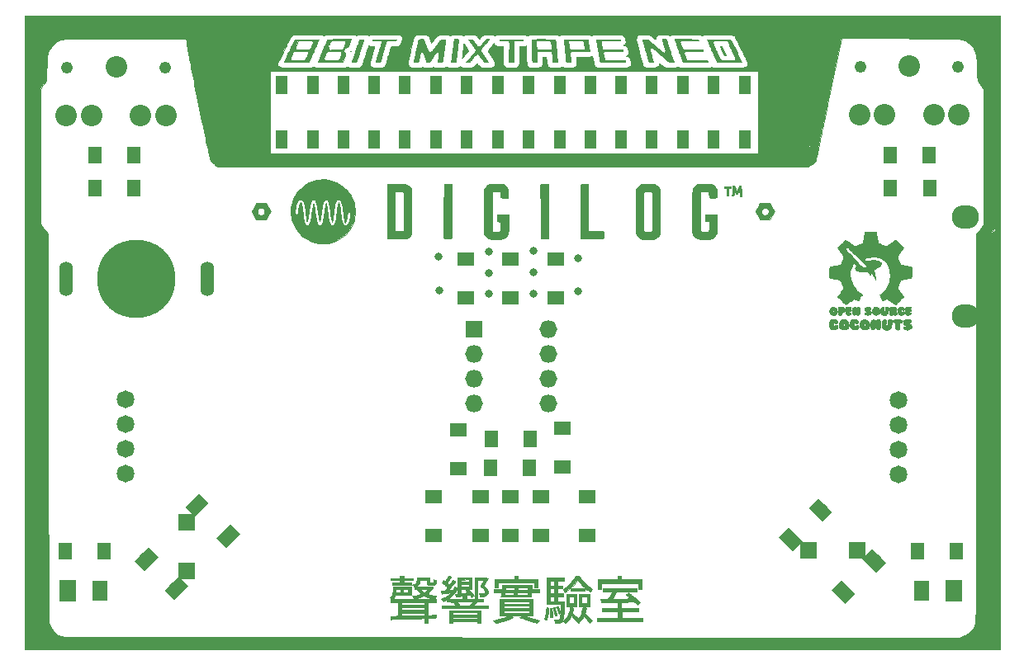
<source format=gbr>
G04 #@! TF.GenerationSoftware,KiCad,Pcbnew,5.1.2-f72e74a~84~ubuntu16.04.1*
G04 #@! TF.CreationDate,2019-05-11T14:37:20+08:00*
G04 #@! TF.ProjectId,MixtapeNEO-3000,4d697874-6170-4654-9e45-4f2d33303030,rev?*
G04 #@! TF.SameCoordinates,Original*
G04 #@! TF.FileFunction,Soldermask,Top*
G04 #@! TF.FilePolarity,Negative*
%FSLAX46Y46*%
G04 Gerber Fmt 4.6, Leading zero omitted, Abs format (unit mm)*
G04 Created by KiCad (PCBNEW 5.1.2-f72e74a~84~ubuntu16.04.1) date 2019-05-11 14:37:20*
%MOMM*%
%LPD*%
G04 APERTURE LIST*
%ADD10C,0.010000*%
%ADD11O,2.800000X2.400000*%
%ADD12R,1.520000X2.120000*%
%ADD13R,1.820000X2.320000*%
%ADD14R,1.720000X1.820000*%
%ADD15R,1.820000X1.820000*%
%ADD16C,1.420000*%
%ADD17C,0.100000*%
%ADD18R,1.820000X1.720000*%
%ADD19O,1.820000X1.820000*%
%ADD20C,8.020000*%
%ADD21O,1.420000X3.520000*%
%ADD22C,0.820000*%
%ADD23R,1.420000X1.820000*%
%ADD24R,1.320000X1.720000*%
%ADD25R,1.720000X1.320000*%
%ADD26R,1.220000X1.920000*%
%ADD27C,1.820000*%
%ADD28C,2.201860*%
%ADD29C,1.220000*%
G04 APERTURE END LIST*
D10*
G36*
X171385127Y-70653530D02*
G01*
X171417034Y-70656356D01*
X171443165Y-70659999D01*
X171465314Y-70666833D01*
X171485279Y-70679231D01*
X171504853Y-70699567D01*
X171525834Y-70730216D01*
X171550015Y-70773551D01*
X171579193Y-70831947D01*
X171615163Y-70907776D01*
X171659721Y-71003414D01*
X171675649Y-71037650D01*
X171717337Y-71127814D01*
X171758540Y-71218050D01*
X171797890Y-71305262D01*
X171834023Y-71386353D01*
X171865573Y-71458224D01*
X171891175Y-71517780D01*
X171909462Y-71561923D01*
X171919070Y-71587555D01*
X171920200Y-71592300D01*
X171908915Y-71598985D01*
X171880242Y-71602423D01*
X171841953Y-71602854D01*
X171801820Y-71600517D01*
X171767614Y-71595651D01*
X171747107Y-71588494D01*
X171745424Y-71586925D01*
X171730162Y-71562702D01*
X171706164Y-71517837D01*
X171674701Y-71455034D01*
X171637042Y-71376996D01*
X171594459Y-71286426D01*
X171548222Y-71186027D01*
X171499602Y-71078505D01*
X171449869Y-70966561D01*
X171400294Y-70852900D01*
X171398436Y-70848595D01*
X171311364Y-70646841D01*
X171385127Y-70653530D01*
X171385127Y-70653530D01*
G37*
X171385127Y-70653530D02*
X171417034Y-70656356D01*
X171443165Y-70659999D01*
X171465314Y-70666833D01*
X171485279Y-70679231D01*
X171504853Y-70699567D01*
X171525834Y-70730216D01*
X171550015Y-70773551D01*
X171579193Y-70831947D01*
X171615163Y-70907776D01*
X171659721Y-71003414D01*
X171675649Y-71037650D01*
X171717337Y-71127814D01*
X171758540Y-71218050D01*
X171797890Y-71305262D01*
X171834023Y-71386353D01*
X171865573Y-71458224D01*
X171891175Y-71517780D01*
X171909462Y-71561923D01*
X171919070Y-71587555D01*
X171920200Y-71592300D01*
X171908915Y-71598985D01*
X171880242Y-71602423D01*
X171841953Y-71602854D01*
X171801820Y-71600517D01*
X171767614Y-71595651D01*
X171747107Y-71588494D01*
X171745424Y-71586925D01*
X171730162Y-71562702D01*
X171706164Y-71517837D01*
X171674701Y-71455034D01*
X171637042Y-71376996D01*
X171594459Y-71286426D01*
X171548222Y-71186027D01*
X171499602Y-71078505D01*
X171449869Y-70966561D01*
X171400294Y-70852900D01*
X171398436Y-70848595D01*
X171311364Y-70646841D01*
X171385127Y-70653530D01*
G36*
X133469701Y-71144031D02*
G01*
X133477300Y-71157901D01*
X133472541Y-71168652D01*
X133454545Y-71166996D01*
X133433692Y-71159598D01*
X133418209Y-71149447D01*
X133424776Y-71140315D01*
X133448115Y-71135753D01*
X133469701Y-71144031D01*
X133469701Y-71144031D01*
G37*
X133469701Y-71144031D02*
X133477300Y-71157901D01*
X133472541Y-71168652D01*
X133454545Y-71166996D01*
X133433692Y-71159598D01*
X133418209Y-71149447D01*
X133424776Y-71140315D01*
X133448115Y-71135753D01*
X133469701Y-71144031D01*
G36*
X136933260Y-69913793D02*
G01*
X137096219Y-69914064D01*
X137251929Y-69914499D01*
X137398302Y-69915084D01*
X137533254Y-69915805D01*
X137654696Y-69916648D01*
X137760544Y-69917600D01*
X137848711Y-69918645D01*
X137917110Y-69919770D01*
X137963656Y-69920962D01*
X137982114Y-69921828D01*
X138096630Y-69929957D01*
X138083143Y-69973901D01*
X138063231Y-70011500D01*
X138039601Y-70029273D01*
X138020190Y-70031937D01*
X137978499Y-70034380D01*
X137917649Y-70036530D01*
X137840758Y-70038310D01*
X137750947Y-70039647D01*
X137651335Y-70040466D01*
X137560435Y-70040700D01*
X137111324Y-70040700D01*
X137086550Y-70107375D01*
X137054795Y-70197099D01*
X137018766Y-70306158D01*
X136980073Y-70429181D01*
X136940323Y-70560792D01*
X136901127Y-70695619D01*
X136864092Y-70828289D01*
X136830829Y-70953427D01*
X136817507Y-71005900D01*
X136800350Y-71072405D01*
X136778107Y-71155319D01*
X136752956Y-71246710D01*
X136727069Y-71338647D01*
X136709526Y-71399600D01*
X136682047Y-71495160D01*
X136651065Y-71604731D01*
X136619534Y-71717755D01*
X136590408Y-71823677D01*
X136576277Y-71875850D01*
X136548644Y-71978753D01*
X136526649Y-72059847D01*
X136509122Y-72121792D01*
X136494894Y-72167249D01*
X136482795Y-72198878D01*
X136471655Y-72219340D01*
X136460305Y-72231297D01*
X136447575Y-72237409D01*
X136432295Y-72240337D01*
X136415108Y-72242487D01*
X136380379Y-72245485D01*
X136327076Y-72247973D01*
X136262023Y-72249716D01*
X136192044Y-72250483D01*
X136180627Y-72250500D01*
X136108826Y-72250071D01*
X136058873Y-72248540D01*
X136027228Y-72245541D01*
X136010350Y-72240708D01*
X136004699Y-72233672D01*
X136004600Y-72232276D01*
X136008956Y-72207611D01*
X136018301Y-72178301D01*
X136024191Y-72160357D01*
X136036747Y-72120150D01*
X136055342Y-72059748D01*
X136079347Y-71981216D01*
X136108134Y-71886623D01*
X136141075Y-71778034D01*
X136177540Y-71657518D01*
X136216903Y-71527141D01*
X136258534Y-71388969D01*
X136285790Y-71298361D01*
X136345251Y-71100066D01*
X136397675Y-70924084D01*
X136443610Y-70768486D01*
X136483602Y-70631345D01*
X136518197Y-70510731D01*
X136547942Y-70404717D01*
X136573382Y-70311372D01*
X136595065Y-70228770D01*
X136613536Y-70154981D01*
X136629343Y-70088077D01*
X136632045Y-70076184D01*
X136639803Y-70041818D01*
X136145445Y-70038084D01*
X136035799Y-70037052D01*
X135934180Y-70035705D01*
X135843375Y-70034108D01*
X135766168Y-70032327D01*
X135705346Y-70030431D01*
X135663695Y-70028483D01*
X135644001Y-70026552D01*
X135642859Y-70026106D01*
X135640790Y-70009841D01*
X135645444Y-69978909D01*
X135648654Y-69965781D01*
X135662679Y-69913700D01*
X136765138Y-69913700D01*
X136933260Y-69913793D01*
X136933260Y-69913793D01*
G37*
X136933260Y-69913793D02*
X137096219Y-69914064D01*
X137251929Y-69914499D01*
X137398302Y-69915084D01*
X137533254Y-69915805D01*
X137654696Y-69916648D01*
X137760544Y-69917600D01*
X137848711Y-69918645D01*
X137917110Y-69919770D01*
X137963656Y-69920962D01*
X137982114Y-69921828D01*
X138096630Y-69929957D01*
X138083143Y-69973901D01*
X138063231Y-70011500D01*
X138039601Y-70029273D01*
X138020190Y-70031937D01*
X137978499Y-70034380D01*
X137917649Y-70036530D01*
X137840758Y-70038310D01*
X137750947Y-70039647D01*
X137651335Y-70040466D01*
X137560435Y-70040700D01*
X137111324Y-70040700D01*
X137086550Y-70107375D01*
X137054795Y-70197099D01*
X137018766Y-70306158D01*
X136980073Y-70429181D01*
X136940323Y-70560792D01*
X136901127Y-70695619D01*
X136864092Y-70828289D01*
X136830829Y-70953427D01*
X136817507Y-71005900D01*
X136800350Y-71072405D01*
X136778107Y-71155319D01*
X136752956Y-71246710D01*
X136727069Y-71338647D01*
X136709526Y-71399600D01*
X136682047Y-71495160D01*
X136651065Y-71604731D01*
X136619534Y-71717755D01*
X136590408Y-71823677D01*
X136576277Y-71875850D01*
X136548644Y-71978753D01*
X136526649Y-72059847D01*
X136509122Y-72121792D01*
X136494894Y-72167249D01*
X136482795Y-72198878D01*
X136471655Y-72219340D01*
X136460305Y-72231297D01*
X136447575Y-72237409D01*
X136432295Y-72240337D01*
X136415108Y-72242487D01*
X136380379Y-72245485D01*
X136327076Y-72247973D01*
X136262023Y-72249716D01*
X136192044Y-72250483D01*
X136180627Y-72250500D01*
X136108826Y-72250071D01*
X136058873Y-72248540D01*
X136027228Y-72245541D01*
X136010350Y-72240708D01*
X136004699Y-72233672D01*
X136004600Y-72232276D01*
X136008956Y-72207611D01*
X136018301Y-72178301D01*
X136024191Y-72160357D01*
X136036747Y-72120150D01*
X136055342Y-72059748D01*
X136079347Y-71981216D01*
X136108134Y-71886623D01*
X136141075Y-71778034D01*
X136177540Y-71657518D01*
X136216903Y-71527141D01*
X136258534Y-71388969D01*
X136285790Y-71298361D01*
X136345251Y-71100066D01*
X136397675Y-70924084D01*
X136443610Y-70768486D01*
X136483602Y-70631345D01*
X136518197Y-70510731D01*
X136547942Y-70404717D01*
X136573382Y-70311372D01*
X136595065Y-70228770D01*
X136613536Y-70154981D01*
X136629343Y-70088077D01*
X136632045Y-70076184D01*
X136639803Y-70041818D01*
X136145445Y-70038084D01*
X136035799Y-70037052D01*
X135934180Y-70035705D01*
X135843375Y-70034108D01*
X135766168Y-70032327D01*
X135705346Y-70030431D01*
X135663695Y-70028483D01*
X135644001Y-70026552D01*
X135642859Y-70026106D01*
X135640790Y-70009841D01*
X135645444Y-69978909D01*
X135648654Y-69965781D01*
X135662679Y-69913700D01*
X136765138Y-69913700D01*
X136933260Y-69913793D01*
G36*
X134565889Y-69913700D02*
G01*
X134651750Y-69914378D01*
X134713638Y-69916479D01*
X134752947Y-69920097D01*
X134771070Y-69925329D01*
X134772700Y-69927962D01*
X134768786Y-69942774D01*
X134757497Y-69979563D01*
X134739507Y-70036294D01*
X134715490Y-70110933D01*
X134686121Y-70201444D01*
X134652075Y-70305793D01*
X134614027Y-70421945D01*
X134572651Y-70547864D01*
X134528623Y-70681518D01*
X134482617Y-70820869D01*
X134435308Y-70963884D01*
X134387371Y-71108528D01*
X134339480Y-71252766D01*
X134292310Y-71394563D01*
X134246536Y-71531885D01*
X134202834Y-71662695D01*
X134161877Y-71784961D01*
X134124340Y-71896646D01*
X134090898Y-71995716D01*
X134062227Y-72080137D01*
X134039000Y-72147873D01*
X134021893Y-72196889D01*
X134011580Y-72225151D01*
X134008821Y-72231450D01*
X133993769Y-72235173D01*
X133958856Y-72238839D01*
X133908900Y-72242296D01*
X133848717Y-72245388D01*
X133783125Y-72247963D01*
X133716941Y-72249865D01*
X133654984Y-72250941D01*
X133602070Y-72251038D01*
X133563017Y-72250000D01*
X133542643Y-72247676D01*
X133540800Y-72246401D01*
X133544941Y-72233097D01*
X133556557Y-72199345D01*
X133574440Y-72148564D01*
X133597380Y-72084177D01*
X133624168Y-72009602D01*
X133641149Y-71962592D01*
X133669965Y-71882233D01*
X133705076Y-71783110D01*
X133744631Y-71670521D01*
X133786779Y-71549761D01*
X133829670Y-71426126D01*
X133871454Y-71304912D01*
X133895580Y-71234500D01*
X133933452Y-71124048D01*
X133974945Y-71003670D01*
X134018939Y-70876572D01*
X134064310Y-70745958D01*
X134109938Y-70615035D01*
X134154701Y-70487007D01*
X134197477Y-70365080D01*
X134237144Y-70252459D01*
X134272580Y-70152350D01*
X134302663Y-70067958D01*
X134326272Y-70002488D01*
X134336714Y-69974025D01*
X134359078Y-69913699D01*
X134565889Y-69913700D01*
X134565889Y-69913700D01*
G37*
X134565889Y-69913700D02*
X134651750Y-69914378D01*
X134713638Y-69916479D01*
X134752947Y-69920097D01*
X134771070Y-69925329D01*
X134772700Y-69927962D01*
X134768786Y-69942774D01*
X134757497Y-69979563D01*
X134739507Y-70036294D01*
X134715490Y-70110933D01*
X134686121Y-70201444D01*
X134652075Y-70305793D01*
X134614027Y-70421945D01*
X134572651Y-70547864D01*
X134528623Y-70681518D01*
X134482617Y-70820869D01*
X134435308Y-70963884D01*
X134387371Y-71108528D01*
X134339480Y-71252766D01*
X134292310Y-71394563D01*
X134246536Y-71531885D01*
X134202834Y-71662695D01*
X134161877Y-71784961D01*
X134124340Y-71896646D01*
X134090898Y-71995716D01*
X134062227Y-72080137D01*
X134039000Y-72147873D01*
X134021893Y-72196889D01*
X134011580Y-72225151D01*
X134008821Y-72231450D01*
X133993769Y-72235173D01*
X133958856Y-72238839D01*
X133908900Y-72242296D01*
X133848717Y-72245388D01*
X133783125Y-72247963D01*
X133716941Y-72249865D01*
X133654984Y-72250941D01*
X133602070Y-72251038D01*
X133563017Y-72250000D01*
X133542643Y-72247676D01*
X133540800Y-72246401D01*
X133544941Y-72233097D01*
X133556557Y-72199345D01*
X133574440Y-72148564D01*
X133597380Y-72084177D01*
X133624168Y-72009602D01*
X133641149Y-71962592D01*
X133669965Y-71882233D01*
X133705076Y-71783110D01*
X133744631Y-71670521D01*
X133786779Y-71549761D01*
X133829670Y-71426126D01*
X133871454Y-71304912D01*
X133895580Y-71234500D01*
X133933452Y-71124048D01*
X133974945Y-71003670D01*
X134018939Y-70876572D01*
X134064310Y-70745958D01*
X134109938Y-70615035D01*
X134154701Y-70487007D01*
X134197477Y-70365080D01*
X134237144Y-70252459D01*
X134272580Y-70152350D01*
X134302663Y-70067958D01*
X134326272Y-70002488D01*
X134336714Y-69974025D01*
X134359078Y-69913699D01*
X134565889Y-69913700D01*
G36*
X133453259Y-69961050D02*
G01*
X133441753Y-69991250D01*
X133423294Y-70040900D01*
X133399518Y-70105549D01*
X133372059Y-70180743D01*
X133342553Y-70262029D01*
X133330458Y-70295490D01*
X133300841Y-70375651D01*
X133272395Y-70449190D01*
X133246727Y-70512219D01*
X133225441Y-70560850D01*
X133210145Y-70591195D01*
X133205508Y-70598004D01*
X133185738Y-70616483D01*
X133150002Y-70646186D01*
X133102894Y-70683426D01*
X133049010Y-70724515D01*
X133032800Y-70736604D01*
X132966676Y-70786307D01*
X132900039Y-70837553D01*
X132836079Y-70887766D01*
X132777990Y-70934367D01*
X132728964Y-70974779D01*
X132692194Y-71006425D01*
X132670872Y-71026728D01*
X132666949Y-71031950D01*
X132672549Y-71045257D01*
X132690552Y-71075431D01*
X132718548Y-71118705D01*
X132754129Y-71171311D01*
X132777513Y-71204926D01*
X132818256Y-71263357D01*
X132854792Y-71316567D01*
X132884133Y-71360144D01*
X132903292Y-71389679D01*
X132908197Y-71397943D01*
X132912310Y-71404786D01*
X132915593Y-71410791D01*
X132917375Y-71418120D01*
X132916982Y-71428938D01*
X132913744Y-71445410D01*
X132906987Y-71469700D01*
X132896040Y-71503971D01*
X132880230Y-71550390D01*
X132858885Y-71611119D01*
X132831333Y-71688323D01*
X132796902Y-71784166D01*
X132754920Y-71900813D01*
X132733709Y-71959770D01*
X132635008Y-72234190D01*
X132501728Y-72242345D01*
X132461616Y-72243902D01*
X132397720Y-72245188D01*
X132311651Y-72246203D01*
X132205024Y-72246949D01*
X132079452Y-72247426D01*
X131936548Y-72247636D01*
X131777927Y-72247580D01*
X131605200Y-72247259D01*
X131419982Y-72246673D01*
X131223886Y-72245825D01*
X131018526Y-72244715D01*
X130805514Y-72243344D01*
X130586464Y-72241714D01*
X130496529Y-72240981D01*
X130074809Y-72237458D01*
X130119925Y-72132854D01*
X130135008Y-72097506D01*
X130158881Y-72041075D01*
X130189836Y-71967627D01*
X130696186Y-71967627D01*
X130769118Y-72016988D01*
X130807993Y-72041872D01*
X130840518Y-72057359D01*
X130875949Y-72066350D01*
X130923544Y-72071749D01*
X130950000Y-72073684D01*
X131050630Y-72078631D01*
X131174062Y-72081458D01*
X131317783Y-72082166D01*
X131479283Y-72080754D01*
X131656051Y-72077224D01*
X131781850Y-72073671D01*
X131902304Y-72069565D01*
X132000358Y-72064585D01*
X132079006Y-72057243D01*
X132141240Y-72046055D01*
X132190054Y-72029535D01*
X132228441Y-72006199D01*
X132259393Y-71974560D01*
X132285904Y-71933134D01*
X132310967Y-71880435D01*
X132337575Y-71814978D01*
X132345858Y-71793780D01*
X132397106Y-71653845D01*
X132435215Y-71529533D01*
X132461514Y-71415588D01*
X132477329Y-71306754D01*
X132481464Y-71256725D01*
X132490166Y-71120200D01*
X132186808Y-71119245D01*
X132084640Y-71118681D01*
X131975413Y-71117659D01*
X131866837Y-71116279D01*
X131766621Y-71114644D01*
X131682475Y-71112852D01*
X131667550Y-71112465D01*
X131451650Y-71106640D01*
X131444032Y-70967800D01*
X131943548Y-70967800D01*
X132081626Y-70967635D01*
X132196867Y-70966971D01*
X132291834Y-70965549D01*
X132369089Y-70963112D01*
X132431195Y-70959403D01*
X132480714Y-70954163D01*
X132520209Y-70947135D01*
X132552242Y-70938061D01*
X132579374Y-70926685D01*
X132604170Y-70912748D01*
X132624361Y-70899362D01*
X132660003Y-70868313D01*
X132692467Y-70825314D01*
X132723765Y-70766795D01*
X132755905Y-70689184D01*
X132778853Y-70624900D01*
X132802785Y-70558815D01*
X132830509Y-70488345D01*
X132857133Y-70425778D01*
X132864825Y-70409000D01*
X132899626Y-70318446D01*
X132912654Y-70240462D01*
X132903810Y-70174372D01*
X132872995Y-70119503D01*
X132820111Y-70075179D01*
X132815572Y-70072450D01*
X132805260Y-70066884D01*
X132793354Y-70062178D01*
X132777719Y-70058244D01*
X132756224Y-70054997D01*
X132726734Y-70052350D01*
X132687116Y-70050217D01*
X132635237Y-70048513D01*
X132568963Y-70047151D01*
X132486162Y-70046046D01*
X132384700Y-70045111D01*
X132262444Y-70044260D01*
X132117260Y-70043408D01*
X132091941Y-70043266D01*
X131411433Y-70039483D01*
X131343816Y-70214716D01*
X131317656Y-70282119D01*
X131292620Y-70345925D01*
X131271117Y-70400042D01*
X131255555Y-70438383D01*
X131252364Y-70445994D01*
X131228528Y-70502038D01*
X131183093Y-70458694D01*
X131137657Y-70415350D01*
X131146751Y-70624900D01*
X131150567Y-70697016D01*
X131155267Y-70761612D01*
X131160397Y-70813800D01*
X131165501Y-70848695D01*
X131168620Y-70859850D01*
X131182160Y-70878330D01*
X131209830Y-70910308D01*
X131247701Y-70951417D01*
X131291849Y-70997287D01*
X131295468Y-71000965D01*
X131409543Y-71116680D01*
X131252796Y-71122764D01*
X131173642Y-71127053D01*
X131114507Y-71133957D01*
X131070030Y-71145125D01*
X131034849Y-71162202D01*
X131003601Y-71186836D01*
X130985512Y-71204872D01*
X130957991Y-71241903D01*
X130925313Y-71298735D01*
X130889352Y-71370762D01*
X130851980Y-71453377D01*
X130815072Y-71541973D01*
X130780500Y-71631945D01*
X130750138Y-71718685D01*
X130725860Y-71797587D01*
X130709538Y-71864045D01*
X130704308Y-71896338D01*
X130696186Y-71967627D01*
X130189836Y-71967627D01*
X130190554Y-71965924D01*
X130229041Y-71874412D01*
X130273353Y-71768902D01*
X130322502Y-71651753D01*
X130375501Y-71525327D01*
X130431362Y-71391984D01*
X130489096Y-71254087D01*
X130547717Y-71113994D01*
X130606236Y-70974069D01*
X130663666Y-70836671D01*
X130719018Y-70704162D01*
X130771305Y-70578902D01*
X130819539Y-70463253D01*
X130862732Y-70359576D01*
X130899896Y-70270231D01*
X130930044Y-70197579D01*
X130952187Y-70143982D01*
X130958053Y-70129697D01*
X130988644Y-70055991D01*
X131012073Y-70002530D01*
X131030267Y-69965841D01*
X131045156Y-69942453D01*
X131058665Y-69928893D01*
X131072723Y-69921688D01*
X131073700Y-69921357D01*
X131091436Y-69919576D01*
X131132834Y-69917769D01*
X131196159Y-69915960D01*
X131279672Y-69914175D01*
X131381638Y-69912438D01*
X131500318Y-69910771D01*
X131633976Y-69909201D01*
X131780875Y-69907751D01*
X131939277Y-69906445D01*
X132107446Y-69905308D01*
X132283645Y-69904363D01*
X132293259Y-69904319D01*
X133477769Y-69898868D01*
X133453259Y-69961050D01*
X133453259Y-69961050D01*
G37*
X133453259Y-69961050D02*
X133441753Y-69991250D01*
X133423294Y-70040900D01*
X133399518Y-70105549D01*
X133372059Y-70180743D01*
X133342553Y-70262029D01*
X133330458Y-70295490D01*
X133300841Y-70375651D01*
X133272395Y-70449190D01*
X133246727Y-70512219D01*
X133225441Y-70560850D01*
X133210145Y-70591195D01*
X133205508Y-70598004D01*
X133185738Y-70616483D01*
X133150002Y-70646186D01*
X133102894Y-70683426D01*
X133049010Y-70724515D01*
X133032800Y-70736604D01*
X132966676Y-70786307D01*
X132900039Y-70837553D01*
X132836079Y-70887766D01*
X132777990Y-70934367D01*
X132728964Y-70974779D01*
X132692194Y-71006425D01*
X132670872Y-71026728D01*
X132666949Y-71031950D01*
X132672549Y-71045257D01*
X132690552Y-71075431D01*
X132718548Y-71118705D01*
X132754129Y-71171311D01*
X132777513Y-71204926D01*
X132818256Y-71263357D01*
X132854792Y-71316567D01*
X132884133Y-71360144D01*
X132903292Y-71389679D01*
X132908197Y-71397943D01*
X132912310Y-71404786D01*
X132915593Y-71410791D01*
X132917375Y-71418120D01*
X132916982Y-71428938D01*
X132913744Y-71445410D01*
X132906987Y-71469700D01*
X132896040Y-71503971D01*
X132880230Y-71550390D01*
X132858885Y-71611119D01*
X132831333Y-71688323D01*
X132796902Y-71784166D01*
X132754920Y-71900813D01*
X132733709Y-71959770D01*
X132635008Y-72234190D01*
X132501728Y-72242345D01*
X132461616Y-72243902D01*
X132397720Y-72245188D01*
X132311651Y-72246203D01*
X132205024Y-72246949D01*
X132079452Y-72247426D01*
X131936548Y-72247636D01*
X131777927Y-72247580D01*
X131605200Y-72247259D01*
X131419982Y-72246673D01*
X131223886Y-72245825D01*
X131018526Y-72244715D01*
X130805514Y-72243344D01*
X130586464Y-72241714D01*
X130496529Y-72240981D01*
X130074809Y-72237458D01*
X130119925Y-72132854D01*
X130135008Y-72097506D01*
X130158881Y-72041075D01*
X130189836Y-71967627D01*
X130696186Y-71967627D01*
X130769118Y-72016988D01*
X130807993Y-72041872D01*
X130840518Y-72057359D01*
X130875949Y-72066350D01*
X130923544Y-72071749D01*
X130950000Y-72073684D01*
X131050630Y-72078631D01*
X131174062Y-72081458D01*
X131317783Y-72082166D01*
X131479283Y-72080754D01*
X131656051Y-72077224D01*
X131781850Y-72073671D01*
X131902304Y-72069565D01*
X132000358Y-72064585D01*
X132079006Y-72057243D01*
X132141240Y-72046055D01*
X132190054Y-72029535D01*
X132228441Y-72006199D01*
X132259393Y-71974560D01*
X132285904Y-71933134D01*
X132310967Y-71880435D01*
X132337575Y-71814978D01*
X132345858Y-71793780D01*
X132397106Y-71653845D01*
X132435215Y-71529533D01*
X132461514Y-71415588D01*
X132477329Y-71306754D01*
X132481464Y-71256725D01*
X132490166Y-71120200D01*
X132186808Y-71119245D01*
X132084640Y-71118681D01*
X131975413Y-71117659D01*
X131866837Y-71116279D01*
X131766621Y-71114644D01*
X131682475Y-71112852D01*
X131667550Y-71112465D01*
X131451650Y-71106640D01*
X131444032Y-70967800D01*
X131943548Y-70967800D01*
X132081626Y-70967635D01*
X132196867Y-70966971D01*
X132291834Y-70965549D01*
X132369089Y-70963112D01*
X132431195Y-70959403D01*
X132480714Y-70954163D01*
X132520209Y-70947135D01*
X132552242Y-70938061D01*
X132579374Y-70926685D01*
X132604170Y-70912748D01*
X132624361Y-70899362D01*
X132660003Y-70868313D01*
X132692467Y-70825314D01*
X132723765Y-70766795D01*
X132755905Y-70689184D01*
X132778853Y-70624900D01*
X132802785Y-70558815D01*
X132830509Y-70488345D01*
X132857133Y-70425778D01*
X132864825Y-70409000D01*
X132899626Y-70318446D01*
X132912654Y-70240462D01*
X132903810Y-70174372D01*
X132872995Y-70119503D01*
X132820111Y-70075179D01*
X132815572Y-70072450D01*
X132805260Y-70066884D01*
X132793354Y-70062178D01*
X132777719Y-70058244D01*
X132756224Y-70054997D01*
X132726734Y-70052350D01*
X132687116Y-70050217D01*
X132635237Y-70048513D01*
X132568963Y-70047151D01*
X132486162Y-70046046D01*
X132384700Y-70045111D01*
X132262444Y-70044260D01*
X132117260Y-70043408D01*
X132091941Y-70043266D01*
X131411433Y-70039483D01*
X131343816Y-70214716D01*
X131317656Y-70282119D01*
X131292620Y-70345925D01*
X131271117Y-70400042D01*
X131255555Y-70438383D01*
X131252364Y-70445994D01*
X131228528Y-70502038D01*
X131183093Y-70458694D01*
X131137657Y-70415350D01*
X131146751Y-70624900D01*
X131150567Y-70697016D01*
X131155267Y-70761612D01*
X131160397Y-70813800D01*
X131165501Y-70848695D01*
X131168620Y-70859850D01*
X131182160Y-70878330D01*
X131209830Y-70910308D01*
X131247701Y-70951417D01*
X131291849Y-70997287D01*
X131295468Y-71000965D01*
X131409543Y-71116680D01*
X131252796Y-71122764D01*
X131173642Y-71127053D01*
X131114507Y-71133957D01*
X131070030Y-71145125D01*
X131034849Y-71162202D01*
X131003601Y-71186836D01*
X130985512Y-71204872D01*
X130957991Y-71241903D01*
X130925313Y-71298735D01*
X130889352Y-71370762D01*
X130851980Y-71453377D01*
X130815072Y-71541973D01*
X130780500Y-71631945D01*
X130750138Y-71718685D01*
X130725860Y-71797587D01*
X130709538Y-71864045D01*
X130704308Y-71896338D01*
X130696186Y-71967627D01*
X130189836Y-71967627D01*
X130190554Y-71965924D01*
X130229041Y-71874412D01*
X130273353Y-71768902D01*
X130322502Y-71651753D01*
X130375501Y-71525327D01*
X130431362Y-71391984D01*
X130489096Y-71254087D01*
X130547717Y-71113994D01*
X130606236Y-70974069D01*
X130663666Y-70836671D01*
X130719018Y-70704162D01*
X130771305Y-70578902D01*
X130819539Y-70463253D01*
X130862732Y-70359576D01*
X130899896Y-70270231D01*
X130930044Y-70197579D01*
X130952187Y-70143982D01*
X130958053Y-70129697D01*
X130988644Y-70055991D01*
X131012073Y-70002530D01*
X131030267Y-69965841D01*
X131045156Y-69942453D01*
X131058665Y-69928893D01*
X131072723Y-69921688D01*
X131073700Y-69921357D01*
X131091436Y-69919576D01*
X131132834Y-69917769D01*
X131196159Y-69915960D01*
X131279672Y-69914175D01*
X131381638Y-69912438D01*
X131500318Y-69910771D01*
X131633976Y-69909201D01*
X131780875Y-69907751D01*
X131939277Y-69906445D01*
X132107446Y-69905308D01*
X132283645Y-69904363D01*
X132293259Y-69904319D01*
X133477769Y-69898868D01*
X133453259Y-69961050D01*
G36*
X130125606Y-69974025D02*
G01*
X130112353Y-70006321D01*
X130091268Y-70056391D01*
X130064691Y-70118732D01*
X130034963Y-70187844D01*
X130016185Y-70231200D01*
X129978440Y-70318224D01*
X129932285Y-70424833D01*
X129879338Y-70547276D01*
X129821217Y-70681802D01*
X129759542Y-70824659D01*
X129695929Y-70972097D01*
X129631998Y-71120363D01*
X129569366Y-71265707D01*
X129509652Y-71404377D01*
X129454475Y-71532622D01*
X129405452Y-71646692D01*
X129386130Y-71691700D01*
X129346683Y-71783227D01*
X129307597Y-71873186D01*
X129270836Y-71957111D01*
X129238363Y-72030537D01*
X129212141Y-72089001D01*
X129195747Y-72124630D01*
X129144330Y-72233711D01*
X128648085Y-72242105D01*
X128538534Y-72243715D01*
X128408096Y-72245224D01*
X128261282Y-72246602D01*
X128102605Y-72247818D01*
X127936576Y-72248844D01*
X127767709Y-72249648D01*
X127600515Y-72250202D01*
X127439506Y-72250475D01*
X127379492Y-72250500D01*
X126607144Y-72250500D01*
X126621923Y-72215575D01*
X126631096Y-72195673D01*
X126651246Y-72153342D01*
X126682188Y-72088967D01*
X126723732Y-72002933D01*
X126731150Y-71987613D01*
X127255227Y-71987613D01*
X127255470Y-72032305D01*
X127257809Y-72061622D01*
X127259138Y-72066990D01*
X127262375Y-72071749D01*
X127269472Y-72075705D01*
X127282466Y-72078902D01*
X127303393Y-72081385D01*
X127334290Y-72083198D01*
X127377194Y-72084384D01*
X127434140Y-72084989D01*
X127507165Y-72085056D01*
X127598307Y-72084630D01*
X127709600Y-72083754D01*
X127843083Y-72082474D01*
X127930772Y-72081570D01*
X128097064Y-72079552D01*
X128243582Y-72077196D01*
X128369426Y-72074527D01*
X128473695Y-72071573D01*
X128555488Y-72068359D01*
X128613904Y-72064913D01*
X128648042Y-72061260D01*
X128652604Y-72060336D01*
X128696132Y-72044916D01*
X128736129Y-72019351D01*
X128774920Y-71980889D01*
X128814829Y-71926774D01*
X128858181Y-71854254D01*
X128907300Y-71760575D01*
X128909743Y-71755700D01*
X128971756Y-71627649D01*
X129019658Y-71518798D01*
X129053652Y-71427367D01*
X129073945Y-71351576D01*
X129080741Y-71289645D01*
X129074246Y-71239794D01*
X129054664Y-71200243D01*
X129022202Y-71169211D01*
X128980014Y-71146171D01*
X128962462Y-71139183D01*
X128943812Y-71133570D01*
X128921180Y-71129177D01*
X128891684Y-71125849D01*
X128852439Y-71123431D01*
X128800564Y-71121769D01*
X128733175Y-71120706D01*
X128647389Y-71120089D01*
X128540324Y-71119762D01*
X128487146Y-71119672D01*
X128054400Y-71119035D01*
X128054400Y-71083105D01*
X128057069Y-71042544D01*
X128062050Y-71008921D01*
X128069701Y-70970668D01*
X128592275Y-70964917D01*
X128734607Y-70963251D01*
X128853913Y-70961392D01*
X128952569Y-70958948D01*
X129032948Y-70955523D01*
X129097425Y-70950723D01*
X129148374Y-70944155D01*
X129188170Y-70935424D01*
X129219185Y-70924136D01*
X129243796Y-70909897D01*
X129264375Y-70892313D01*
X129283298Y-70870989D01*
X129301722Y-70847150D01*
X129320974Y-70816792D01*
X129347029Y-70768908D01*
X129378089Y-70707482D01*
X129412357Y-70636501D01*
X129448035Y-70559950D01*
X129483326Y-70481817D01*
X129516431Y-70406087D01*
X129545553Y-70336747D01*
X129568895Y-70277782D01*
X129584658Y-70233178D01*
X129591046Y-70206923D01*
X129591100Y-70205491D01*
X129581674Y-70194315D01*
X129556274Y-70171589D01*
X129519213Y-70141046D01*
X129490547Y-70118486D01*
X129389994Y-70040700D01*
X128096894Y-70040700D01*
X127860680Y-70524968D01*
X127826113Y-70491850D01*
X127791546Y-70458733D01*
X127783349Y-70564041D01*
X127777743Y-70643410D01*
X127775476Y-70702168D01*
X127777076Y-70744947D01*
X127783069Y-70776379D01*
X127793982Y-70801099D01*
X127810342Y-70823737D01*
X127813274Y-70827210D01*
X127835751Y-70856814D01*
X127841578Y-70876089D01*
X127835462Y-70888910D01*
X127828266Y-70906104D01*
X127842037Y-70922804D01*
X127845329Y-70925275D01*
X127876241Y-70942948D01*
X127895650Y-70950311D01*
X127915356Y-70963190D01*
X127944308Y-70991044D01*
X127976820Y-71028298D01*
X127982542Y-71035484D01*
X128044034Y-71113850D01*
X127855542Y-71120458D01*
X127768643Y-71123963D01*
X127700429Y-71129471D01*
X127647022Y-71139733D01*
X127604541Y-71157498D01*
X127569108Y-71185516D01*
X127536843Y-71226537D01*
X127503868Y-71283310D01*
X127466303Y-71358586D01*
X127439032Y-71415702D01*
X127386668Y-71527517D01*
X127345172Y-71620499D01*
X127313317Y-71698147D01*
X127289878Y-71763965D01*
X127273626Y-71821454D01*
X127263336Y-71874116D01*
X127257781Y-71925452D01*
X127257187Y-71934867D01*
X127255227Y-71987613D01*
X126731150Y-71987613D01*
X126775694Y-71895626D01*
X126837885Y-71767430D01*
X126910118Y-71618732D01*
X126992207Y-71449915D01*
X127083964Y-71261366D01*
X127185202Y-71053470D01*
X127295734Y-70826612D01*
X127415373Y-70581177D01*
X127457527Y-70494725D01*
X127740849Y-69913700D01*
X130149529Y-69913700D01*
X130125606Y-69974025D01*
X130125606Y-69974025D01*
G37*
X130125606Y-69974025D02*
X130112353Y-70006321D01*
X130091268Y-70056391D01*
X130064691Y-70118732D01*
X130034963Y-70187844D01*
X130016185Y-70231200D01*
X129978440Y-70318224D01*
X129932285Y-70424833D01*
X129879338Y-70547276D01*
X129821217Y-70681802D01*
X129759542Y-70824659D01*
X129695929Y-70972097D01*
X129631998Y-71120363D01*
X129569366Y-71265707D01*
X129509652Y-71404377D01*
X129454475Y-71532622D01*
X129405452Y-71646692D01*
X129386130Y-71691700D01*
X129346683Y-71783227D01*
X129307597Y-71873186D01*
X129270836Y-71957111D01*
X129238363Y-72030537D01*
X129212141Y-72089001D01*
X129195747Y-72124630D01*
X129144330Y-72233711D01*
X128648085Y-72242105D01*
X128538534Y-72243715D01*
X128408096Y-72245224D01*
X128261282Y-72246602D01*
X128102605Y-72247818D01*
X127936576Y-72248844D01*
X127767709Y-72249648D01*
X127600515Y-72250202D01*
X127439506Y-72250475D01*
X127379492Y-72250500D01*
X126607144Y-72250500D01*
X126621923Y-72215575D01*
X126631096Y-72195673D01*
X126651246Y-72153342D01*
X126682188Y-72088967D01*
X126723732Y-72002933D01*
X126731150Y-71987613D01*
X127255227Y-71987613D01*
X127255470Y-72032305D01*
X127257809Y-72061622D01*
X127259138Y-72066990D01*
X127262375Y-72071749D01*
X127269472Y-72075705D01*
X127282466Y-72078902D01*
X127303393Y-72081385D01*
X127334290Y-72083198D01*
X127377194Y-72084384D01*
X127434140Y-72084989D01*
X127507165Y-72085056D01*
X127598307Y-72084630D01*
X127709600Y-72083754D01*
X127843083Y-72082474D01*
X127930772Y-72081570D01*
X128097064Y-72079552D01*
X128243582Y-72077196D01*
X128369426Y-72074527D01*
X128473695Y-72071573D01*
X128555488Y-72068359D01*
X128613904Y-72064913D01*
X128648042Y-72061260D01*
X128652604Y-72060336D01*
X128696132Y-72044916D01*
X128736129Y-72019351D01*
X128774920Y-71980889D01*
X128814829Y-71926774D01*
X128858181Y-71854254D01*
X128907300Y-71760575D01*
X128909743Y-71755700D01*
X128971756Y-71627649D01*
X129019658Y-71518798D01*
X129053652Y-71427367D01*
X129073945Y-71351576D01*
X129080741Y-71289645D01*
X129074246Y-71239794D01*
X129054664Y-71200243D01*
X129022202Y-71169211D01*
X128980014Y-71146171D01*
X128962462Y-71139183D01*
X128943812Y-71133570D01*
X128921180Y-71129177D01*
X128891684Y-71125849D01*
X128852439Y-71123431D01*
X128800564Y-71121769D01*
X128733175Y-71120706D01*
X128647389Y-71120089D01*
X128540324Y-71119762D01*
X128487146Y-71119672D01*
X128054400Y-71119035D01*
X128054400Y-71083105D01*
X128057069Y-71042544D01*
X128062050Y-71008921D01*
X128069701Y-70970668D01*
X128592275Y-70964917D01*
X128734607Y-70963251D01*
X128853913Y-70961392D01*
X128952569Y-70958948D01*
X129032948Y-70955523D01*
X129097425Y-70950723D01*
X129148374Y-70944155D01*
X129188170Y-70935424D01*
X129219185Y-70924136D01*
X129243796Y-70909897D01*
X129264375Y-70892313D01*
X129283298Y-70870989D01*
X129301722Y-70847150D01*
X129320974Y-70816792D01*
X129347029Y-70768908D01*
X129378089Y-70707482D01*
X129412357Y-70636501D01*
X129448035Y-70559950D01*
X129483326Y-70481817D01*
X129516431Y-70406087D01*
X129545553Y-70336747D01*
X129568895Y-70277782D01*
X129584658Y-70233178D01*
X129591046Y-70206923D01*
X129591100Y-70205491D01*
X129581674Y-70194315D01*
X129556274Y-70171589D01*
X129519213Y-70141046D01*
X129490547Y-70118486D01*
X129389994Y-70040700D01*
X128096894Y-70040700D01*
X127860680Y-70524968D01*
X127826113Y-70491850D01*
X127791546Y-70458733D01*
X127783349Y-70564041D01*
X127777743Y-70643410D01*
X127775476Y-70702168D01*
X127777076Y-70744947D01*
X127783069Y-70776379D01*
X127793982Y-70801099D01*
X127810342Y-70823737D01*
X127813274Y-70827210D01*
X127835751Y-70856814D01*
X127841578Y-70876089D01*
X127835462Y-70888910D01*
X127828266Y-70906104D01*
X127842037Y-70922804D01*
X127845329Y-70925275D01*
X127876241Y-70942948D01*
X127895650Y-70950311D01*
X127915356Y-70963190D01*
X127944308Y-70991044D01*
X127976820Y-71028298D01*
X127982542Y-71035484D01*
X128044034Y-71113850D01*
X127855542Y-71120458D01*
X127768643Y-71123963D01*
X127700429Y-71129471D01*
X127647022Y-71139733D01*
X127604541Y-71157498D01*
X127569108Y-71185516D01*
X127536843Y-71226537D01*
X127503868Y-71283310D01*
X127466303Y-71358586D01*
X127439032Y-71415702D01*
X127386668Y-71527517D01*
X127345172Y-71620499D01*
X127313317Y-71698147D01*
X127289878Y-71763965D01*
X127273626Y-71821454D01*
X127263336Y-71874116D01*
X127257781Y-71925452D01*
X127257187Y-71934867D01*
X127255227Y-71987613D01*
X126731150Y-71987613D01*
X126775694Y-71895626D01*
X126837885Y-71767430D01*
X126910118Y-71618732D01*
X126992207Y-71449915D01*
X127083964Y-71261366D01*
X127185202Y-71053470D01*
X127295734Y-70826612D01*
X127415373Y-70581177D01*
X127457527Y-70494725D01*
X127740849Y-69913700D01*
X130149529Y-69913700D01*
X130125606Y-69974025D01*
G36*
X167066331Y-69903422D02*
G01*
X167195234Y-69903787D01*
X167337202Y-69904370D01*
X167490471Y-69905166D01*
X167653281Y-69906173D01*
X167823870Y-69907388D01*
X167875874Y-69907790D01*
X169078225Y-69917238D01*
X169125069Y-70021650D01*
X168957359Y-70029674D01*
X168912262Y-70031238D01*
X168844838Y-70032757D01*
X168758161Y-70034198D01*
X168655305Y-70035528D01*
X168539343Y-70036712D01*
X168413348Y-70037717D01*
X168280395Y-70038509D01*
X168143556Y-70039055D01*
X168087248Y-70039199D01*
X167906512Y-70039840D01*
X167750815Y-70040940D01*
X167619799Y-70042508D01*
X167513106Y-70044550D01*
X167430379Y-70047075D01*
X167371261Y-70050089D01*
X167335394Y-70053601D01*
X167327800Y-70055064D01*
X167269829Y-70081083D01*
X167228849Y-70123671D01*
X167207813Y-70179089D01*
X167205677Y-70209623D01*
X167210879Y-70237663D01*
X167224630Y-70284717D01*
X167245279Y-70346534D01*
X167271178Y-70418864D01*
X167300678Y-70497457D01*
X167332131Y-70578062D01*
X167363886Y-70656430D01*
X167394296Y-70728310D01*
X167421710Y-70789453D01*
X167444481Y-70835608D01*
X167456682Y-70856583D01*
X167503020Y-70905805D01*
X167549147Y-70933997D01*
X167560654Y-70939140D01*
X167572573Y-70943605D01*
X167586705Y-70947449D01*
X167604856Y-70950727D01*
X167628827Y-70953497D01*
X167660423Y-70955813D01*
X167701446Y-70957732D01*
X167753700Y-70959311D01*
X167818988Y-70960605D01*
X167899113Y-70961670D01*
X167995879Y-70962564D01*
X168111088Y-70963341D01*
X168246544Y-70964059D01*
X168404050Y-70964773D01*
X168558066Y-70965425D01*
X169507583Y-70969400D01*
X169539141Y-71031678D01*
X169556536Y-71066806D01*
X169567998Y-71091492D01*
X169570700Y-71098765D01*
X169558350Y-71099726D01*
X169522701Y-71100899D01*
X169465851Y-71102249D01*
X169389900Y-71103740D01*
X169296948Y-71105338D01*
X169189092Y-71107006D01*
X169068432Y-71108711D01*
X168937068Y-71110415D01*
X168797099Y-71112085D01*
X168737622Y-71112753D01*
X168592356Y-71114513D01*
X168453012Y-71116510D01*
X168321930Y-71118690D01*
X168201451Y-71121000D01*
X168093915Y-71123387D01*
X168001663Y-71125797D01*
X167927034Y-71128178D01*
X167872369Y-71130475D01*
X167840009Y-71132637D01*
X167834715Y-71133296D01*
X167749858Y-71154540D01*
X167686816Y-71187608D01*
X167644451Y-71233449D01*
X167621624Y-71293011D01*
X167618438Y-71313498D01*
X167617275Y-71347735D01*
X167623189Y-71383041D01*
X167638030Y-71427000D01*
X167657376Y-71473045D01*
X167679833Y-71526413D01*
X167707165Y-71594816D01*
X167735865Y-71669312D01*
X167761595Y-71738670D01*
X167787060Y-71805530D01*
X167813770Y-71869923D01*
X167838682Y-71924836D01*
X167858749Y-71963256D01*
X167860046Y-71965396D01*
X167899587Y-72029542D01*
X168116018Y-72051203D01*
X168186026Y-72057295D01*
X168266985Y-72062552D01*
X168361223Y-72067052D01*
X168471071Y-72070874D01*
X168598859Y-72074095D01*
X168746918Y-72076795D01*
X168917576Y-72079051D01*
X168954750Y-72079458D01*
X169086719Y-72080965D01*
X169217980Y-72082668D01*
X169344920Y-72084506D01*
X169463923Y-72086418D01*
X169571374Y-72088343D01*
X169663660Y-72090221D01*
X169737166Y-72091991D01*
X169781369Y-72093337D01*
X169985689Y-72100622D01*
X170006857Y-72159686D01*
X170019154Y-72195818D01*
X170026758Y-72221670D01*
X170027962Y-72228275D01*
X170015537Y-72229604D01*
X169979411Y-72230877D01*
X169921286Y-72232084D01*
X169842860Y-72233209D01*
X169745834Y-72234242D01*
X169631908Y-72235168D01*
X169502782Y-72235976D01*
X169360156Y-72236652D01*
X169205729Y-72237183D01*
X169041202Y-72237558D01*
X168868275Y-72237763D01*
X168757251Y-72237800D01*
X167486603Y-72237800D01*
X167466681Y-72190175D01*
X167457265Y-72165526D01*
X167440980Y-72120573D01*
X167419145Y-72059054D01*
X167393079Y-71984706D01*
X167364100Y-71901271D01*
X167335658Y-71818700D01*
X167304761Y-71729204D01*
X167266557Y-71619465D01*
X167222340Y-71493135D01*
X167173405Y-71353869D01*
X167121048Y-71205322D01*
X167066563Y-71051148D01*
X167011244Y-70895001D01*
X166956387Y-70740536D01*
X166903287Y-70591407D01*
X166853237Y-70451268D01*
X166807534Y-70323775D01*
X166767471Y-70212581D01*
X166734345Y-70121341D01*
X166731527Y-70113629D01*
X166707742Y-70046974D01*
X166688099Y-69988811D01*
X166673886Y-69943216D01*
X166666388Y-69914263D01*
X166665940Y-69905925D01*
X166679454Y-69904935D01*
X166716604Y-69904178D01*
X166775629Y-69903650D01*
X166854766Y-69903350D01*
X166952254Y-69903275D01*
X167066331Y-69903422D01*
X167066331Y-69903422D01*
G37*
X167066331Y-69903422D02*
X167195234Y-69903787D01*
X167337202Y-69904370D01*
X167490471Y-69905166D01*
X167653281Y-69906173D01*
X167823870Y-69907388D01*
X167875874Y-69907790D01*
X169078225Y-69917238D01*
X169125069Y-70021650D01*
X168957359Y-70029674D01*
X168912262Y-70031238D01*
X168844838Y-70032757D01*
X168758161Y-70034198D01*
X168655305Y-70035528D01*
X168539343Y-70036712D01*
X168413348Y-70037717D01*
X168280395Y-70038509D01*
X168143556Y-70039055D01*
X168087248Y-70039199D01*
X167906512Y-70039840D01*
X167750815Y-70040940D01*
X167619799Y-70042508D01*
X167513106Y-70044550D01*
X167430379Y-70047075D01*
X167371261Y-70050089D01*
X167335394Y-70053601D01*
X167327800Y-70055064D01*
X167269829Y-70081083D01*
X167228849Y-70123671D01*
X167207813Y-70179089D01*
X167205677Y-70209623D01*
X167210879Y-70237663D01*
X167224630Y-70284717D01*
X167245279Y-70346534D01*
X167271178Y-70418864D01*
X167300678Y-70497457D01*
X167332131Y-70578062D01*
X167363886Y-70656430D01*
X167394296Y-70728310D01*
X167421710Y-70789453D01*
X167444481Y-70835608D01*
X167456682Y-70856583D01*
X167503020Y-70905805D01*
X167549147Y-70933997D01*
X167560654Y-70939140D01*
X167572573Y-70943605D01*
X167586705Y-70947449D01*
X167604856Y-70950727D01*
X167628827Y-70953497D01*
X167660423Y-70955813D01*
X167701446Y-70957732D01*
X167753700Y-70959311D01*
X167818988Y-70960605D01*
X167899113Y-70961670D01*
X167995879Y-70962564D01*
X168111088Y-70963341D01*
X168246544Y-70964059D01*
X168404050Y-70964773D01*
X168558066Y-70965425D01*
X169507583Y-70969400D01*
X169539141Y-71031678D01*
X169556536Y-71066806D01*
X169567998Y-71091492D01*
X169570700Y-71098765D01*
X169558350Y-71099726D01*
X169522701Y-71100899D01*
X169465851Y-71102249D01*
X169389900Y-71103740D01*
X169296948Y-71105338D01*
X169189092Y-71107006D01*
X169068432Y-71108711D01*
X168937068Y-71110415D01*
X168797099Y-71112085D01*
X168737622Y-71112753D01*
X168592356Y-71114513D01*
X168453012Y-71116510D01*
X168321930Y-71118690D01*
X168201451Y-71121000D01*
X168093915Y-71123387D01*
X168001663Y-71125797D01*
X167927034Y-71128178D01*
X167872369Y-71130475D01*
X167840009Y-71132637D01*
X167834715Y-71133296D01*
X167749858Y-71154540D01*
X167686816Y-71187608D01*
X167644451Y-71233449D01*
X167621624Y-71293011D01*
X167618438Y-71313498D01*
X167617275Y-71347735D01*
X167623189Y-71383041D01*
X167638030Y-71427000D01*
X167657376Y-71473045D01*
X167679833Y-71526413D01*
X167707165Y-71594816D01*
X167735865Y-71669312D01*
X167761595Y-71738670D01*
X167787060Y-71805530D01*
X167813770Y-71869923D01*
X167838682Y-71924836D01*
X167858749Y-71963256D01*
X167860046Y-71965396D01*
X167899587Y-72029542D01*
X168116018Y-72051203D01*
X168186026Y-72057295D01*
X168266985Y-72062552D01*
X168361223Y-72067052D01*
X168471071Y-72070874D01*
X168598859Y-72074095D01*
X168746918Y-72076795D01*
X168917576Y-72079051D01*
X168954750Y-72079458D01*
X169086719Y-72080965D01*
X169217980Y-72082668D01*
X169344920Y-72084506D01*
X169463923Y-72086418D01*
X169571374Y-72088343D01*
X169663660Y-72090221D01*
X169737166Y-72091991D01*
X169781369Y-72093337D01*
X169985689Y-72100622D01*
X170006857Y-72159686D01*
X170019154Y-72195818D01*
X170026758Y-72221670D01*
X170027962Y-72228275D01*
X170015537Y-72229604D01*
X169979411Y-72230877D01*
X169921286Y-72232084D01*
X169842860Y-72233209D01*
X169745834Y-72234242D01*
X169631908Y-72235168D01*
X169502782Y-72235976D01*
X169360156Y-72236652D01*
X169205729Y-72237183D01*
X169041202Y-72237558D01*
X168868275Y-72237763D01*
X168757251Y-72237800D01*
X167486603Y-72237800D01*
X167466681Y-72190175D01*
X167457265Y-72165526D01*
X167440980Y-72120573D01*
X167419145Y-72059054D01*
X167393079Y-71984706D01*
X167364100Y-71901271D01*
X167335658Y-71818700D01*
X167304761Y-71729204D01*
X167266557Y-71619465D01*
X167222340Y-71493135D01*
X167173405Y-71353869D01*
X167121048Y-71205322D01*
X167066563Y-71051148D01*
X167011244Y-70895001D01*
X166956387Y-70740536D01*
X166903287Y-70591407D01*
X166853237Y-70451268D01*
X166807534Y-70323775D01*
X166767471Y-70212581D01*
X166734345Y-70121341D01*
X166731527Y-70113629D01*
X166707742Y-70046974D01*
X166688099Y-69988811D01*
X166673886Y-69943216D01*
X166666388Y-69914263D01*
X166665940Y-69905925D01*
X166679454Y-69904935D01*
X166716604Y-69904178D01*
X166775629Y-69903650D01*
X166854766Y-69903350D01*
X166952254Y-69903275D01*
X167066331Y-69903422D01*
G36*
X172461781Y-70081975D02*
G01*
X172487794Y-70134133D01*
X172523913Y-70207158D01*
X172569166Y-70299060D01*
X172622582Y-70407849D01*
X172683187Y-70531534D01*
X172750010Y-70668126D01*
X172822078Y-70815635D01*
X172898420Y-70972071D01*
X172978062Y-71135444D01*
X173060032Y-71303764D01*
X173143358Y-71475042D01*
X173227069Y-71647287D01*
X173300225Y-71797971D01*
X173346967Y-71894796D01*
X173389728Y-71984340D01*
X173427332Y-72064067D01*
X173458604Y-72131441D01*
X173482368Y-72183928D01*
X173497450Y-72218993D01*
X173502674Y-72234099D01*
X173502576Y-72234456D01*
X173489083Y-72235598D01*
X173452372Y-72236705D01*
X173394628Y-72237769D01*
X173318034Y-72238783D01*
X173224772Y-72239739D01*
X173117026Y-72240631D01*
X172996979Y-72241450D01*
X172866813Y-72242190D01*
X172728714Y-72242843D01*
X172584862Y-72243401D01*
X172437442Y-72243858D01*
X172288637Y-72244205D01*
X172140630Y-72244436D01*
X171995603Y-72244544D01*
X171855741Y-72244519D01*
X171723227Y-72244357D01*
X171600242Y-72244048D01*
X171488972Y-72243586D01*
X171391598Y-72242963D01*
X171310304Y-72242172D01*
X171291151Y-72241926D01*
X170960553Y-72237389D01*
X170797041Y-71847069D01*
X170761614Y-71762762D01*
X170717684Y-71658645D01*
X170666753Y-71538255D01*
X170610322Y-71405129D01*
X170549892Y-71262805D01*
X170486965Y-71114818D01*
X170423043Y-70964707D01*
X170359627Y-70816008D01*
X170310549Y-70701100D01*
X170254552Y-70570080D01*
X170201432Y-70445781D01*
X170152044Y-70330200D01*
X170107241Y-70225336D01*
X170103213Y-70215906D01*
X170560195Y-70215906D01*
X170568094Y-70286434D01*
X170590511Y-70358878D01*
X170605641Y-70396628D01*
X170630044Y-70454577D01*
X170662424Y-70529828D01*
X170701485Y-70619484D01*
X170745933Y-70720648D01*
X170794472Y-70830421D01*
X170845806Y-70945906D01*
X170898639Y-71064207D01*
X170951677Y-71182425D01*
X171003624Y-71297663D01*
X171053183Y-71407023D01*
X171099061Y-71507609D01*
X171139960Y-71596523D01*
X171174587Y-71670866D01*
X171201644Y-71727743D01*
X171211991Y-71748850D01*
X171253749Y-71832046D01*
X171287588Y-71896105D01*
X171316825Y-71944666D01*
X171344780Y-71981370D01*
X171374772Y-72009858D01*
X171410119Y-72033771D01*
X171454139Y-72056749D01*
X171510152Y-72082432D01*
X171520150Y-72086902D01*
X171570813Y-72108608D01*
X171602872Y-72119251D01*
X171620360Y-72119290D01*
X171627309Y-72109184D01*
X171628100Y-72099214D01*
X171629104Y-72091509D01*
X171634140Y-72085731D01*
X171646239Y-72081695D01*
X171668436Y-72079217D01*
X171703763Y-72078112D01*
X171755253Y-72078198D01*
X171825940Y-72079290D01*
X171918856Y-72081204D01*
X171923375Y-72081302D01*
X172028718Y-72082697D01*
X172145237Y-72082766D01*
X172263876Y-72081600D01*
X172375577Y-72079290D01*
X172471283Y-72075926D01*
X172474350Y-72075785D01*
X172574487Y-72070483D01*
X172652569Y-72064348D01*
X172711940Y-72056374D01*
X172755944Y-72045553D01*
X172787925Y-72030879D01*
X172811227Y-72011344D01*
X172829195Y-71985942D01*
X172839597Y-71965805D01*
X172850435Y-71939618D01*
X172857274Y-71912747D01*
X172859409Y-71883052D01*
X172856135Y-71848396D01*
X172846746Y-71806641D01*
X172830538Y-71755648D01*
X172806804Y-71693279D01*
X172774841Y-71617396D01*
X172733942Y-71525861D01*
X172683403Y-71416536D01*
X172622518Y-71287283D01*
X172600490Y-71240850D01*
X172544202Y-71122123D01*
X172481370Y-70989221D01*
X172415394Y-70849365D01*
X172349678Y-70709772D01*
X172287621Y-70577664D01*
X172232627Y-70460260D01*
X172225744Y-70445532D01*
X172044021Y-70056615D01*
X171953535Y-70048838D01*
X171875904Y-70043608D01*
X171778074Y-70039267D01*
X171665232Y-70035877D01*
X171542564Y-70033498D01*
X171415257Y-70032191D01*
X171288499Y-70032017D01*
X171167477Y-70033037D01*
X171057378Y-70035311D01*
X170992025Y-70037578D01*
X170899654Y-70041680D01*
X170828757Y-70045522D01*
X170775421Y-70049580D01*
X170735729Y-70054327D01*
X170705767Y-70060235D01*
X170681621Y-70067780D01*
X170659374Y-70077434D01*
X170658304Y-70077950D01*
X170604891Y-70113359D01*
X170572325Y-70158779D01*
X170560195Y-70215906D01*
X170103213Y-70215906D01*
X170067876Y-70133186D01*
X170034803Y-70055750D01*
X170008877Y-69995026D01*
X169990950Y-69953011D01*
X169981876Y-69931706D01*
X169980976Y-69929575D01*
X169984416Y-69926817D01*
X169998014Y-69924378D01*
X170023042Y-69922240D01*
X170060773Y-69920386D01*
X170112482Y-69918799D01*
X170179440Y-69917463D01*
X170262922Y-69916360D01*
X170364201Y-69915474D01*
X170484549Y-69914787D01*
X170625240Y-69914284D01*
X170787548Y-69913946D01*
X170972745Y-69913757D01*
X171175800Y-69913700D01*
X172377218Y-69913700D01*
X172461781Y-70081975D01*
X172461781Y-70081975D01*
G37*
X172461781Y-70081975D02*
X172487794Y-70134133D01*
X172523913Y-70207158D01*
X172569166Y-70299060D01*
X172622582Y-70407849D01*
X172683187Y-70531534D01*
X172750010Y-70668126D01*
X172822078Y-70815635D01*
X172898420Y-70972071D01*
X172978062Y-71135444D01*
X173060032Y-71303764D01*
X173143358Y-71475042D01*
X173227069Y-71647287D01*
X173300225Y-71797971D01*
X173346967Y-71894796D01*
X173389728Y-71984340D01*
X173427332Y-72064067D01*
X173458604Y-72131441D01*
X173482368Y-72183928D01*
X173497450Y-72218993D01*
X173502674Y-72234099D01*
X173502576Y-72234456D01*
X173489083Y-72235598D01*
X173452372Y-72236705D01*
X173394628Y-72237769D01*
X173318034Y-72238783D01*
X173224772Y-72239739D01*
X173117026Y-72240631D01*
X172996979Y-72241450D01*
X172866813Y-72242190D01*
X172728714Y-72242843D01*
X172584862Y-72243401D01*
X172437442Y-72243858D01*
X172288637Y-72244205D01*
X172140630Y-72244436D01*
X171995603Y-72244544D01*
X171855741Y-72244519D01*
X171723227Y-72244357D01*
X171600242Y-72244048D01*
X171488972Y-72243586D01*
X171391598Y-72242963D01*
X171310304Y-72242172D01*
X171291151Y-72241926D01*
X170960553Y-72237389D01*
X170797041Y-71847069D01*
X170761614Y-71762762D01*
X170717684Y-71658645D01*
X170666753Y-71538255D01*
X170610322Y-71405129D01*
X170549892Y-71262805D01*
X170486965Y-71114818D01*
X170423043Y-70964707D01*
X170359627Y-70816008D01*
X170310549Y-70701100D01*
X170254552Y-70570080D01*
X170201432Y-70445781D01*
X170152044Y-70330200D01*
X170107241Y-70225336D01*
X170103213Y-70215906D01*
X170560195Y-70215906D01*
X170568094Y-70286434D01*
X170590511Y-70358878D01*
X170605641Y-70396628D01*
X170630044Y-70454577D01*
X170662424Y-70529828D01*
X170701485Y-70619484D01*
X170745933Y-70720648D01*
X170794472Y-70830421D01*
X170845806Y-70945906D01*
X170898639Y-71064207D01*
X170951677Y-71182425D01*
X171003624Y-71297663D01*
X171053183Y-71407023D01*
X171099061Y-71507609D01*
X171139960Y-71596523D01*
X171174587Y-71670866D01*
X171201644Y-71727743D01*
X171211991Y-71748850D01*
X171253749Y-71832046D01*
X171287588Y-71896105D01*
X171316825Y-71944666D01*
X171344780Y-71981370D01*
X171374772Y-72009858D01*
X171410119Y-72033771D01*
X171454139Y-72056749D01*
X171510152Y-72082432D01*
X171520150Y-72086902D01*
X171570813Y-72108608D01*
X171602872Y-72119251D01*
X171620360Y-72119290D01*
X171627309Y-72109184D01*
X171628100Y-72099214D01*
X171629104Y-72091509D01*
X171634140Y-72085731D01*
X171646239Y-72081695D01*
X171668436Y-72079217D01*
X171703763Y-72078112D01*
X171755253Y-72078198D01*
X171825940Y-72079290D01*
X171918856Y-72081204D01*
X171923375Y-72081302D01*
X172028718Y-72082697D01*
X172145237Y-72082766D01*
X172263876Y-72081600D01*
X172375577Y-72079290D01*
X172471283Y-72075926D01*
X172474350Y-72075785D01*
X172574487Y-72070483D01*
X172652569Y-72064348D01*
X172711940Y-72056374D01*
X172755944Y-72045553D01*
X172787925Y-72030879D01*
X172811227Y-72011344D01*
X172829195Y-71985942D01*
X172839597Y-71965805D01*
X172850435Y-71939618D01*
X172857274Y-71912747D01*
X172859409Y-71883052D01*
X172856135Y-71848396D01*
X172846746Y-71806641D01*
X172830538Y-71755648D01*
X172806804Y-71693279D01*
X172774841Y-71617396D01*
X172733942Y-71525861D01*
X172683403Y-71416536D01*
X172622518Y-71287283D01*
X172600490Y-71240850D01*
X172544202Y-71122123D01*
X172481370Y-70989221D01*
X172415394Y-70849365D01*
X172349678Y-70709772D01*
X172287621Y-70577664D01*
X172232627Y-70460260D01*
X172225744Y-70445532D01*
X172044021Y-70056615D01*
X171953535Y-70048838D01*
X171875904Y-70043608D01*
X171778074Y-70039267D01*
X171665232Y-70035877D01*
X171542564Y-70033498D01*
X171415257Y-70032191D01*
X171288499Y-70032017D01*
X171167477Y-70033037D01*
X171057378Y-70035311D01*
X170992025Y-70037578D01*
X170899654Y-70041680D01*
X170828757Y-70045522D01*
X170775421Y-70049580D01*
X170735729Y-70054327D01*
X170705767Y-70060235D01*
X170681621Y-70067780D01*
X170659374Y-70077434D01*
X170658304Y-70077950D01*
X170604891Y-70113359D01*
X170572325Y-70158779D01*
X170560195Y-70215906D01*
X170103213Y-70215906D01*
X170067876Y-70133186D01*
X170034803Y-70055750D01*
X170008877Y-69995026D01*
X169990950Y-69953011D01*
X169981876Y-69931706D01*
X169980976Y-69929575D01*
X169984416Y-69926817D01*
X169998014Y-69924378D01*
X170023042Y-69922240D01*
X170060773Y-69920386D01*
X170112482Y-69918799D01*
X170179440Y-69917463D01*
X170262922Y-69916360D01*
X170364201Y-69915474D01*
X170484549Y-69914787D01*
X170625240Y-69914284D01*
X170787548Y-69913946D01*
X170972745Y-69913757D01*
X171175800Y-69913700D01*
X172377218Y-69913700D01*
X172461781Y-70081975D01*
G36*
X165546541Y-69901814D02*
G01*
X165610286Y-69903618D01*
X165669123Y-69906723D01*
X165697692Y-69909026D01*
X165780734Y-69916871D01*
X165887019Y-70244808D01*
X165909936Y-70314703D01*
X165940132Y-70405522D01*
X165976567Y-70514193D01*
X166018197Y-70637641D01*
X166063981Y-70772795D01*
X166112878Y-70916579D01*
X166163846Y-71065922D01*
X166215843Y-71217748D01*
X166267827Y-71368986D01*
X166281425Y-71408447D01*
X166569545Y-72244150D01*
X166441347Y-72248214D01*
X166366920Y-72249130D01*
X166282432Y-72247973D01*
X166203118Y-72245001D01*
X166183347Y-72243842D01*
X166053544Y-72235406D01*
X165814357Y-72030228D01*
X165757089Y-71980949D01*
X165683635Y-71917497D01*
X165596928Y-71842420D01*
X165499903Y-71758265D01*
X165395495Y-71667580D01*
X165286637Y-71572911D01*
X165176264Y-71476805D01*
X165067310Y-71381811D01*
X165047168Y-71364234D01*
X164917665Y-71251261D01*
X164805802Y-71153836D01*
X164710118Y-71070769D01*
X164629153Y-71000864D01*
X164561446Y-70942929D01*
X164505536Y-70895771D01*
X164459964Y-70858195D01*
X164423268Y-70829009D01*
X164393988Y-70807020D01*
X164370663Y-70791034D01*
X164351833Y-70779857D01*
X164336038Y-70772296D01*
X164321815Y-70767158D01*
X164313436Y-70764744D01*
X164252313Y-70760277D01*
X164195661Y-70778006D01*
X164148258Y-70814726D01*
X164114881Y-70867235D01*
X164103474Y-70905518D01*
X164101373Y-70918762D01*
X164100461Y-70932934D01*
X164101259Y-70950040D01*
X164104288Y-70972082D01*
X164110068Y-71001066D01*
X164119119Y-71038995D01*
X164131961Y-71087875D01*
X164149115Y-71149708D01*
X164171102Y-71226500D01*
X164198442Y-71320256D01*
X164231654Y-71432978D01*
X164271260Y-71566672D01*
X164302092Y-71670528D01*
X164335748Y-71784628D01*
X164366742Y-71891222D01*
X164394393Y-71987855D01*
X164418018Y-72072071D01*
X164436937Y-72141415D01*
X164450468Y-72193432D01*
X164457928Y-72225668D01*
X164458992Y-72235678D01*
X164443176Y-72239344D01*
X164407363Y-72242237D01*
X164356941Y-72244305D01*
X164297303Y-72245496D01*
X164233840Y-72245758D01*
X164171943Y-72245039D01*
X164117002Y-72243288D01*
X164074409Y-72240454D01*
X164065387Y-72239453D01*
X164002024Y-72231450D01*
X163966309Y-72110800D01*
X163952830Y-72064350D01*
X163934078Y-71998439D01*
X163911470Y-71918110D01*
X163886421Y-71828405D01*
X163860346Y-71734369D01*
X163842712Y-71670381D01*
X163814082Y-71567080D01*
X163782944Y-71456230D01*
X163751361Y-71345065D01*
X163721390Y-71240819D01*
X163695095Y-71150727D01*
X163685368Y-71117931D01*
X163657536Y-71023276D01*
X163626241Y-70914516D01*
X163594455Y-70802121D01*
X163565149Y-70696557D01*
X163550826Y-70643950D01*
X163524196Y-70546396D01*
X163493446Y-70435646D01*
X163461555Y-70322321D01*
X163431504Y-70217044D01*
X163416723Y-70166015D01*
X163395376Y-70092444D01*
X163376712Y-70027382D01*
X163361822Y-69974697D01*
X163351800Y-69938254D01*
X163347736Y-69921922D01*
X163347700Y-69921540D01*
X163359755Y-69919120D01*
X163393346Y-69917003D01*
X163444608Y-69915313D01*
X163509676Y-69914172D01*
X163584687Y-69913705D01*
X163593561Y-69913700D01*
X163839423Y-69913700D01*
X163895186Y-69962508D01*
X163916736Y-69980952D01*
X163956767Y-70014764D01*
X164014234Y-70063070D01*
X164088090Y-70124996D01*
X164177290Y-70199667D01*
X164280786Y-70286208D01*
X164397533Y-70383747D01*
X164526485Y-70491407D01*
X164666595Y-70608314D01*
X164816818Y-70733595D01*
X164976107Y-70866375D01*
X165143416Y-71005780D01*
X165144750Y-71006890D01*
X165234541Y-71081509D01*
X165307393Y-71141323D01*
X165365787Y-71187899D01*
X165412203Y-71222803D01*
X165449121Y-71247602D01*
X165479022Y-71263863D01*
X165504387Y-71273154D01*
X165527696Y-71277039D01*
X165551429Y-71277088D01*
X165570200Y-71275624D01*
X165602930Y-71270938D01*
X165625348Y-71260701D01*
X165645077Y-71239277D01*
X165668625Y-71202850D01*
X165690620Y-71163121D01*
X165705592Y-71128803D01*
X165709900Y-71110880D01*
X165705931Y-71082926D01*
X165694471Y-71033202D01*
X165676189Y-70963991D01*
X165651756Y-70877577D01*
X165621840Y-70776242D01*
X165587111Y-70662271D01*
X165548240Y-70537946D01*
X165505894Y-70405551D01*
X165477256Y-70317566D01*
X165440376Y-70204322D01*
X165411202Y-70112990D01*
X165389153Y-70041472D01*
X165373645Y-69987671D01*
X165364097Y-69949489D01*
X165359926Y-69924829D01*
X165360550Y-69911593D01*
X165363556Y-69907991D01*
X165386395Y-69904401D01*
X165428541Y-69902187D01*
X165483941Y-69901331D01*
X165546541Y-69901814D01*
X165546541Y-69901814D01*
G37*
X165546541Y-69901814D02*
X165610286Y-69903618D01*
X165669123Y-69906723D01*
X165697692Y-69909026D01*
X165780734Y-69916871D01*
X165887019Y-70244808D01*
X165909936Y-70314703D01*
X165940132Y-70405522D01*
X165976567Y-70514193D01*
X166018197Y-70637641D01*
X166063981Y-70772795D01*
X166112878Y-70916579D01*
X166163846Y-71065922D01*
X166215843Y-71217748D01*
X166267827Y-71368986D01*
X166281425Y-71408447D01*
X166569545Y-72244150D01*
X166441347Y-72248214D01*
X166366920Y-72249130D01*
X166282432Y-72247973D01*
X166203118Y-72245001D01*
X166183347Y-72243842D01*
X166053544Y-72235406D01*
X165814357Y-72030228D01*
X165757089Y-71980949D01*
X165683635Y-71917497D01*
X165596928Y-71842420D01*
X165499903Y-71758265D01*
X165395495Y-71667580D01*
X165286637Y-71572911D01*
X165176264Y-71476805D01*
X165067310Y-71381811D01*
X165047168Y-71364234D01*
X164917665Y-71251261D01*
X164805802Y-71153836D01*
X164710118Y-71070769D01*
X164629153Y-71000864D01*
X164561446Y-70942929D01*
X164505536Y-70895771D01*
X164459964Y-70858195D01*
X164423268Y-70829009D01*
X164393988Y-70807020D01*
X164370663Y-70791034D01*
X164351833Y-70779857D01*
X164336038Y-70772296D01*
X164321815Y-70767158D01*
X164313436Y-70764744D01*
X164252313Y-70760277D01*
X164195661Y-70778006D01*
X164148258Y-70814726D01*
X164114881Y-70867235D01*
X164103474Y-70905518D01*
X164101373Y-70918762D01*
X164100461Y-70932934D01*
X164101259Y-70950040D01*
X164104288Y-70972082D01*
X164110068Y-71001066D01*
X164119119Y-71038995D01*
X164131961Y-71087875D01*
X164149115Y-71149708D01*
X164171102Y-71226500D01*
X164198442Y-71320256D01*
X164231654Y-71432978D01*
X164271260Y-71566672D01*
X164302092Y-71670528D01*
X164335748Y-71784628D01*
X164366742Y-71891222D01*
X164394393Y-71987855D01*
X164418018Y-72072071D01*
X164436937Y-72141415D01*
X164450468Y-72193432D01*
X164457928Y-72225668D01*
X164458992Y-72235678D01*
X164443176Y-72239344D01*
X164407363Y-72242237D01*
X164356941Y-72244305D01*
X164297303Y-72245496D01*
X164233840Y-72245758D01*
X164171943Y-72245039D01*
X164117002Y-72243288D01*
X164074409Y-72240454D01*
X164065387Y-72239453D01*
X164002024Y-72231450D01*
X163966309Y-72110800D01*
X163952830Y-72064350D01*
X163934078Y-71998439D01*
X163911470Y-71918110D01*
X163886421Y-71828405D01*
X163860346Y-71734369D01*
X163842712Y-71670381D01*
X163814082Y-71567080D01*
X163782944Y-71456230D01*
X163751361Y-71345065D01*
X163721390Y-71240819D01*
X163695095Y-71150727D01*
X163685368Y-71117931D01*
X163657536Y-71023276D01*
X163626241Y-70914516D01*
X163594455Y-70802121D01*
X163565149Y-70696557D01*
X163550826Y-70643950D01*
X163524196Y-70546396D01*
X163493446Y-70435646D01*
X163461555Y-70322321D01*
X163431504Y-70217044D01*
X163416723Y-70166015D01*
X163395376Y-70092444D01*
X163376712Y-70027382D01*
X163361822Y-69974697D01*
X163351800Y-69938254D01*
X163347736Y-69921922D01*
X163347700Y-69921540D01*
X163359755Y-69919120D01*
X163393346Y-69917003D01*
X163444608Y-69915313D01*
X163509676Y-69914172D01*
X163584687Y-69913705D01*
X163593561Y-69913700D01*
X163839423Y-69913700D01*
X163895186Y-69962508D01*
X163916736Y-69980952D01*
X163956767Y-70014764D01*
X164014234Y-70063070D01*
X164088090Y-70124996D01*
X164177290Y-70199667D01*
X164280786Y-70286208D01*
X164397533Y-70383747D01*
X164526485Y-70491407D01*
X164666595Y-70608314D01*
X164816818Y-70733595D01*
X164976107Y-70866375D01*
X165143416Y-71005780D01*
X165144750Y-71006890D01*
X165234541Y-71081509D01*
X165307393Y-71141323D01*
X165365787Y-71187899D01*
X165412203Y-71222803D01*
X165449121Y-71247602D01*
X165479022Y-71263863D01*
X165504387Y-71273154D01*
X165527696Y-71277039D01*
X165551429Y-71277088D01*
X165570200Y-71275624D01*
X165602930Y-71270938D01*
X165625348Y-71260701D01*
X165645077Y-71239277D01*
X165668625Y-71202850D01*
X165690620Y-71163121D01*
X165705592Y-71128803D01*
X165709900Y-71110880D01*
X165705931Y-71082926D01*
X165694471Y-71033202D01*
X165676189Y-70963991D01*
X165651756Y-70877577D01*
X165621840Y-70776242D01*
X165587111Y-70662271D01*
X165548240Y-70537946D01*
X165505894Y-70405551D01*
X165477256Y-70317566D01*
X165440376Y-70204322D01*
X165411202Y-70112990D01*
X165389153Y-70041472D01*
X165373645Y-69987671D01*
X165364097Y-69949489D01*
X165359926Y-69924829D01*
X165360550Y-69911593D01*
X165363556Y-69907991D01*
X165386395Y-69904401D01*
X165428541Y-69902187D01*
X165483941Y-69901331D01*
X165546541Y-69901814D01*
G36*
X145038307Y-70343868D02*
G01*
X145051967Y-70359112D01*
X145072890Y-70387951D01*
X145102757Y-70432473D01*
X145143248Y-70494769D01*
X145182398Y-70555658D01*
X145246390Y-70655888D01*
X145306399Y-70750852D01*
X145361022Y-70838256D01*
X145408854Y-70915806D01*
X145448492Y-70981207D01*
X145478531Y-71032164D01*
X145497569Y-71066383D01*
X145504200Y-71081556D01*
X145496273Y-71095193D01*
X145473942Y-71125320D01*
X145439380Y-71169356D01*
X145394760Y-71224723D01*
X145342255Y-71288843D01*
X145284039Y-71359137D01*
X145222284Y-71433025D01*
X145159165Y-71507929D01*
X145096853Y-71581271D01*
X145037523Y-71650471D01*
X144983348Y-71712951D01*
X144936501Y-71766132D01*
X144899155Y-71807436D01*
X144873483Y-71834283D01*
X144861659Y-71844095D01*
X144861571Y-71844100D01*
X144859681Y-71833637D01*
X144862566Y-71815525D01*
X144864848Y-71799165D01*
X144869566Y-71760332D01*
X144876410Y-71701807D01*
X144885073Y-71626369D01*
X144895247Y-71536796D01*
X144906623Y-71435868D01*
X144918892Y-71326364D01*
X144931748Y-71211063D01*
X144944882Y-71092745D01*
X144957985Y-70974189D01*
X144970749Y-70858175D01*
X144982866Y-70747480D01*
X144994029Y-70644886D01*
X145003928Y-70553170D01*
X145012255Y-70475113D01*
X145018703Y-70413494D01*
X145022963Y-70371091D01*
X145024103Y-70358808D01*
X145026055Y-70345806D01*
X145030230Y-70340129D01*
X145038307Y-70343868D01*
X145038307Y-70343868D01*
G37*
X145038307Y-70343868D02*
X145051967Y-70359112D01*
X145072890Y-70387951D01*
X145102757Y-70432473D01*
X145143248Y-70494769D01*
X145182398Y-70555658D01*
X145246390Y-70655888D01*
X145306399Y-70750852D01*
X145361022Y-70838256D01*
X145408854Y-70915806D01*
X145448492Y-70981207D01*
X145478531Y-71032164D01*
X145497569Y-71066383D01*
X145504200Y-71081556D01*
X145496273Y-71095193D01*
X145473942Y-71125320D01*
X145439380Y-71169356D01*
X145394760Y-71224723D01*
X145342255Y-71288843D01*
X145284039Y-71359137D01*
X145222284Y-71433025D01*
X145159165Y-71507929D01*
X145096853Y-71581271D01*
X145037523Y-71650471D01*
X144983348Y-71712951D01*
X144936501Y-71766132D01*
X144899155Y-71807436D01*
X144873483Y-71834283D01*
X144861659Y-71844095D01*
X144861571Y-71844100D01*
X144859681Y-71833637D01*
X144862566Y-71815525D01*
X144864848Y-71799165D01*
X144869566Y-71760332D01*
X144876410Y-71701807D01*
X144885073Y-71626369D01*
X144895247Y-71536796D01*
X144906623Y-71435868D01*
X144918892Y-71326364D01*
X144931748Y-71211063D01*
X144944882Y-71092745D01*
X144957985Y-70974189D01*
X144970749Y-70858175D01*
X144982866Y-70747480D01*
X144994029Y-70644886D01*
X145003928Y-70553170D01*
X145012255Y-70475113D01*
X145018703Y-70413494D01*
X145022963Y-70371091D01*
X145024103Y-70358808D01*
X145026055Y-70345806D01*
X145030230Y-70340129D01*
X145038307Y-70343868D01*
G36*
X159921145Y-69910706D02*
G01*
X160097983Y-69911231D01*
X160264526Y-69912086D01*
X160414251Y-69913262D01*
X160457057Y-69913700D01*
X161039865Y-69920050D01*
X161055242Y-69972160D01*
X161070619Y-70024271D01*
X160910584Y-70032434D01*
X160869813Y-70033857D01*
X160806292Y-70035203D01*
X160722672Y-70036449D01*
X160621603Y-70037576D01*
X160505736Y-70038559D01*
X160377720Y-70039379D01*
X160240207Y-70040013D01*
X160095846Y-70040440D01*
X159947289Y-70040637D01*
X159908165Y-70040648D01*
X159065781Y-70040699D01*
X159072901Y-70075625D01*
X159089824Y-70158026D01*
X159108949Y-70250108D01*
X159129463Y-70348057D01*
X159150555Y-70448061D01*
X159171410Y-70546305D01*
X159191218Y-70638978D01*
X159209166Y-70722266D01*
X159224442Y-70792355D01*
X159236233Y-70845434D01*
X159243727Y-70877688D01*
X159244028Y-70878900D01*
X159264650Y-70961450D01*
X160280368Y-70971752D01*
X160438660Y-70973417D01*
X160589511Y-70975120D01*
X160731008Y-70976833D01*
X160861239Y-70978526D01*
X160978289Y-70980171D01*
X161080246Y-70981740D01*
X161165194Y-70983204D01*
X161231222Y-70984534D01*
X161276416Y-70985702D01*
X161298861Y-70986680D01*
X161301033Y-70986999D01*
X161305333Y-71001515D01*
X161310356Y-71032268D01*
X161312255Y-71047629D01*
X161318531Y-71103313D01*
X160697990Y-71111742D01*
X160563093Y-71113495D01*
X160426320Y-71115125D01*
X160291729Y-71116594D01*
X160163378Y-71117863D01*
X160045325Y-71118894D01*
X159941626Y-71119648D01*
X159856341Y-71120086D01*
X159808543Y-71120185D01*
X159697310Y-71120817D01*
X159608410Y-71123041D01*
X159538800Y-71127367D01*
X159485437Y-71134307D01*
X159445275Y-71144373D01*
X159415273Y-71158076D01*
X159392386Y-71175927D01*
X159377920Y-71192528D01*
X159354936Y-71230918D01*
X159339956Y-71270899D01*
X159338645Y-71277371D01*
X159337717Y-71313687D01*
X159342370Y-71369706D01*
X159351665Y-71440584D01*
X159364665Y-71521474D01*
X159380430Y-71607532D01*
X159398022Y-71693912D01*
X159416502Y-71775769D01*
X159434930Y-71848258D01*
X159452369Y-71906533D01*
X159467879Y-71945748D01*
X159468301Y-71946573D01*
X159512380Y-72007240D01*
X159570354Y-72048324D01*
X159632950Y-72066705D01*
X159655887Y-72068145D01*
X159702056Y-72069734D01*
X159769291Y-72071435D01*
X159855424Y-72073212D01*
X159958288Y-72075028D01*
X160075716Y-72076848D01*
X160205541Y-72078636D01*
X160345596Y-72080356D01*
X160493715Y-72081971D01*
X160629900Y-72083286D01*
X161563350Y-72091750D01*
X161579978Y-72159788D01*
X161587994Y-72198416D01*
X161591085Y-72226076D01*
X161589735Y-72234698D01*
X161576347Y-72235730D01*
X161539678Y-72236742D01*
X161481849Y-72237727D01*
X161404977Y-72238678D01*
X161311182Y-72239589D01*
X161202584Y-72240454D01*
X161081301Y-72241267D01*
X160949454Y-72242021D01*
X160809161Y-72242710D01*
X160662542Y-72243328D01*
X160511716Y-72243869D01*
X160358802Y-72244325D01*
X160205919Y-72244692D01*
X160055188Y-72244962D01*
X159908727Y-72245129D01*
X159768655Y-72245188D01*
X159637092Y-72245131D01*
X159516157Y-72244952D01*
X159407970Y-72244646D01*
X159314649Y-72244205D01*
X159238315Y-72243624D01*
X159181085Y-72242896D01*
X159145080Y-72242016D01*
X159143727Y-72241961D01*
X159022805Y-72236950D01*
X158994843Y-72075450D01*
X158986180Y-72026036D01*
X158973484Y-71954494D01*
X158957273Y-71863686D01*
X158938062Y-71756472D01*
X158916368Y-71635715D01*
X158892708Y-71504275D01*
X158867599Y-71365014D01*
X158841556Y-71220794D01*
X158815097Y-71074475D01*
X158788738Y-70928919D01*
X158762996Y-70786988D01*
X158738386Y-70651543D01*
X158715427Y-70525445D01*
X158694633Y-70411555D01*
X158682537Y-70345500D01*
X158666246Y-70256202D01*
X158651047Y-70172020D01*
X158637694Y-70097200D01*
X158626943Y-70035990D01*
X158619547Y-69992636D01*
X158616828Y-69975579D01*
X158608182Y-69916808D01*
X159241216Y-69912079D01*
X159394045Y-69911197D01*
X159562655Y-69910681D01*
X159740529Y-69910520D01*
X159921145Y-69910706D01*
X159921145Y-69910706D01*
G37*
X159921145Y-69910706D02*
X160097983Y-69911231D01*
X160264526Y-69912086D01*
X160414251Y-69913262D01*
X160457057Y-69913700D01*
X161039865Y-69920050D01*
X161055242Y-69972160D01*
X161070619Y-70024271D01*
X160910584Y-70032434D01*
X160869813Y-70033857D01*
X160806292Y-70035203D01*
X160722672Y-70036449D01*
X160621603Y-70037576D01*
X160505736Y-70038559D01*
X160377720Y-70039379D01*
X160240207Y-70040013D01*
X160095846Y-70040440D01*
X159947289Y-70040637D01*
X159908165Y-70040648D01*
X159065781Y-70040699D01*
X159072901Y-70075625D01*
X159089824Y-70158026D01*
X159108949Y-70250108D01*
X159129463Y-70348057D01*
X159150555Y-70448061D01*
X159171410Y-70546305D01*
X159191218Y-70638978D01*
X159209166Y-70722266D01*
X159224442Y-70792355D01*
X159236233Y-70845434D01*
X159243727Y-70877688D01*
X159244028Y-70878900D01*
X159264650Y-70961450D01*
X160280368Y-70971752D01*
X160438660Y-70973417D01*
X160589511Y-70975120D01*
X160731008Y-70976833D01*
X160861239Y-70978526D01*
X160978289Y-70980171D01*
X161080246Y-70981740D01*
X161165194Y-70983204D01*
X161231222Y-70984534D01*
X161276416Y-70985702D01*
X161298861Y-70986680D01*
X161301033Y-70986999D01*
X161305333Y-71001515D01*
X161310356Y-71032268D01*
X161312255Y-71047629D01*
X161318531Y-71103313D01*
X160697990Y-71111742D01*
X160563093Y-71113495D01*
X160426320Y-71115125D01*
X160291729Y-71116594D01*
X160163378Y-71117863D01*
X160045325Y-71118894D01*
X159941626Y-71119648D01*
X159856341Y-71120086D01*
X159808543Y-71120185D01*
X159697310Y-71120817D01*
X159608410Y-71123041D01*
X159538800Y-71127367D01*
X159485437Y-71134307D01*
X159445275Y-71144373D01*
X159415273Y-71158076D01*
X159392386Y-71175927D01*
X159377920Y-71192528D01*
X159354936Y-71230918D01*
X159339956Y-71270899D01*
X159338645Y-71277371D01*
X159337717Y-71313687D01*
X159342370Y-71369706D01*
X159351665Y-71440584D01*
X159364665Y-71521474D01*
X159380430Y-71607532D01*
X159398022Y-71693912D01*
X159416502Y-71775769D01*
X159434930Y-71848258D01*
X159452369Y-71906533D01*
X159467879Y-71945748D01*
X159468301Y-71946573D01*
X159512380Y-72007240D01*
X159570354Y-72048324D01*
X159632950Y-72066705D01*
X159655887Y-72068145D01*
X159702056Y-72069734D01*
X159769291Y-72071435D01*
X159855424Y-72073212D01*
X159958288Y-72075028D01*
X160075716Y-72076848D01*
X160205541Y-72078636D01*
X160345596Y-72080356D01*
X160493715Y-72081971D01*
X160629900Y-72083286D01*
X161563350Y-72091750D01*
X161579978Y-72159788D01*
X161587994Y-72198416D01*
X161591085Y-72226076D01*
X161589735Y-72234698D01*
X161576347Y-72235730D01*
X161539678Y-72236742D01*
X161481849Y-72237727D01*
X161404977Y-72238678D01*
X161311182Y-72239589D01*
X161202584Y-72240454D01*
X161081301Y-72241267D01*
X160949454Y-72242021D01*
X160809161Y-72242710D01*
X160662542Y-72243328D01*
X160511716Y-72243869D01*
X160358802Y-72244325D01*
X160205919Y-72244692D01*
X160055188Y-72244962D01*
X159908727Y-72245129D01*
X159768655Y-72245188D01*
X159637092Y-72245131D01*
X159516157Y-72244952D01*
X159407970Y-72244646D01*
X159314649Y-72244205D01*
X159238315Y-72243624D01*
X159181085Y-72242896D01*
X159145080Y-72242016D01*
X159143727Y-72241961D01*
X159022805Y-72236950D01*
X158994843Y-72075450D01*
X158986180Y-72026036D01*
X158973484Y-71954494D01*
X158957273Y-71863686D01*
X158938062Y-71756472D01*
X158916368Y-71635715D01*
X158892708Y-71504275D01*
X158867599Y-71365014D01*
X158841556Y-71220794D01*
X158815097Y-71074475D01*
X158788738Y-70928919D01*
X158762996Y-70786988D01*
X158738386Y-70651543D01*
X158715427Y-70525445D01*
X158694633Y-70411555D01*
X158682537Y-70345500D01*
X158666246Y-70256202D01*
X158651047Y-70172020D01*
X158637694Y-70097200D01*
X158626943Y-70035990D01*
X158619547Y-69992636D01*
X158616828Y-69975579D01*
X158608182Y-69916808D01*
X159241216Y-69912079D01*
X159394045Y-69911197D01*
X159562655Y-69910681D01*
X159740529Y-69910520D01*
X159921145Y-69910706D01*
G36*
X156716547Y-69913719D02*
G01*
X156894955Y-69913796D01*
X157050975Y-69913959D01*
X157186110Y-69914234D01*
X157301867Y-69914649D01*
X157399751Y-69915233D01*
X157481268Y-69916012D01*
X157547922Y-69917014D01*
X157601219Y-69918267D01*
X157642664Y-69919799D01*
X157673764Y-69921636D01*
X157696023Y-69923807D01*
X157710946Y-69926339D01*
X157720039Y-69929260D01*
X157724808Y-69932597D01*
X157726630Y-69935925D01*
X157730709Y-69954382D01*
X157738473Y-69994030D01*
X157749208Y-70051043D01*
X157762197Y-70121595D01*
X157776727Y-70201861D01*
X157785381Y-70250250D01*
X157803729Y-70353057D01*
X157823921Y-70465789D01*
X157844415Y-70579870D01*
X157863671Y-70686724D01*
X157880149Y-70777778D01*
X157881215Y-70783650D01*
X157895322Y-70861521D01*
X157908236Y-70933173D01*
X157919118Y-70993928D01*
X157927132Y-71039109D01*
X157931439Y-71064040D01*
X157931467Y-71064210D01*
X157937894Y-71103470D01*
X157699572Y-71111799D01*
X157639473Y-71113434D01*
X157557496Y-71114964D01*
X157457164Y-71116358D01*
X157341999Y-71117583D01*
X157215524Y-71118607D01*
X157081260Y-71119398D01*
X156942731Y-71119925D01*
X156803459Y-71120156D01*
X156776561Y-71120164D01*
X156091873Y-71120200D01*
X156029900Y-71159968D01*
X155991905Y-71188500D01*
X155961177Y-71218869D01*
X155949413Y-71235537D01*
X155942396Y-71252358D01*
X155937183Y-71273666D01*
X155933893Y-71301441D01*
X155932646Y-71337664D01*
X155933561Y-71384316D01*
X155936757Y-71443376D01*
X155942353Y-71516826D01*
X155950468Y-71606645D01*
X155961222Y-71714815D01*
X155974733Y-71843316D01*
X155991121Y-71994128D01*
X155999787Y-72072700D01*
X156006152Y-72133107D01*
X156010865Y-72183594D01*
X156013511Y-72219238D01*
X156013673Y-72235119D01*
X156013521Y-72235448D01*
X155999513Y-72237665D01*
X155965201Y-72239762D01*
X155915679Y-72241655D01*
X155856044Y-72243261D01*
X155791392Y-72244496D01*
X155726817Y-72245278D01*
X155667416Y-72245522D01*
X155618283Y-72245144D01*
X155584515Y-72244063D01*
X155572133Y-72242680D01*
X155562909Y-72239111D01*
X155555445Y-72232639D01*
X155549174Y-72220248D01*
X155543529Y-72198922D01*
X155537943Y-72165644D01*
X155531850Y-72117400D01*
X155524682Y-72051173D01*
X155515873Y-71963948D01*
X155511545Y-71920300D01*
X155501724Y-71823614D01*
X155490640Y-71718687D01*
X155479253Y-71614358D01*
X155468527Y-71519466D01*
X155461123Y-71456750D01*
X155451712Y-71377230D01*
X155440944Y-71282902D01*
X155429109Y-71176563D01*
X155416495Y-71061011D01*
X155403390Y-70939043D01*
X155390082Y-70813456D01*
X155376859Y-70687048D01*
X155364010Y-70562615D01*
X155351822Y-70442956D01*
X155340585Y-70330867D01*
X155330586Y-70229145D01*
X155322114Y-70140589D01*
X155315457Y-70067995D01*
X155312973Y-70038634D01*
X155761999Y-70038634D01*
X155770746Y-70157142D01*
X155779254Y-70262362D01*
X155789155Y-70368118D01*
X155799907Y-70469729D01*
X155810967Y-70562511D01*
X155821793Y-70641783D01*
X155831844Y-70702864D01*
X155836658Y-70726208D01*
X155853986Y-70782322D01*
X155879572Y-70844109D01*
X155902274Y-70888133D01*
X155948877Y-70967800D01*
X156700699Y-70967800D01*
X156857831Y-70967766D01*
X156991444Y-70967629D01*
X157103422Y-70967332D01*
X157195646Y-70966820D01*
X157269998Y-70966035D01*
X157328360Y-70964923D01*
X157372614Y-70963427D01*
X157404643Y-70961492D01*
X157426328Y-70959060D01*
X157439551Y-70956077D01*
X157446194Y-70952487D01*
X157448140Y-70948233D01*
X157447887Y-70945575D01*
X157441718Y-70911977D01*
X157432833Y-70858251D01*
X157421992Y-70789431D01*
X157409954Y-70710551D01*
X157397480Y-70626643D01*
X157385328Y-70542742D01*
X157374258Y-70463880D01*
X157366438Y-70405869D01*
X157352581Y-70309641D01*
X157338517Y-70235270D01*
X157322795Y-70179247D01*
X157303968Y-70138058D01*
X157280585Y-70108193D01*
X157251198Y-70086141D01*
X157229970Y-70075146D01*
X157216382Y-70069103D01*
X157202515Y-70063981D01*
X157186225Y-70059690D01*
X157165368Y-70056140D01*
X157137801Y-70053240D01*
X157101380Y-70050899D01*
X157053962Y-70049027D01*
X156993403Y-70047534D01*
X156917558Y-70046329D01*
X156824286Y-70045321D01*
X156711441Y-70044420D01*
X156576881Y-70043535D01*
X156465574Y-70042858D01*
X155761999Y-70038634D01*
X155312973Y-70038634D01*
X155310902Y-70014161D01*
X155308740Y-69981883D01*
X155308600Y-69976569D01*
X155308600Y-69913700D01*
X156514244Y-69913700D01*
X156716547Y-69913719D01*
X156716547Y-69913719D01*
G37*
X156716547Y-69913719D02*
X156894955Y-69913796D01*
X157050975Y-69913959D01*
X157186110Y-69914234D01*
X157301867Y-69914649D01*
X157399751Y-69915233D01*
X157481268Y-69916012D01*
X157547922Y-69917014D01*
X157601219Y-69918267D01*
X157642664Y-69919799D01*
X157673764Y-69921636D01*
X157696023Y-69923807D01*
X157710946Y-69926339D01*
X157720039Y-69929260D01*
X157724808Y-69932597D01*
X157726630Y-69935925D01*
X157730709Y-69954382D01*
X157738473Y-69994030D01*
X157749208Y-70051043D01*
X157762197Y-70121595D01*
X157776727Y-70201861D01*
X157785381Y-70250250D01*
X157803729Y-70353057D01*
X157823921Y-70465789D01*
X157844415Y-70579870D01*
X157863671Y-70686724D01*
X157880149Y-70777778D01*
X157881215Y-70783650D01*
X157895322Y-70861521D01*
X157908236Y-70933173D01*
X157919118Y-70993928D01*
X157927132Y-71039109D01*
X157931439Y-71064040D01*
X157931467Y-71064210D01*
X157937894Y-71103470D01*
X157699572Y-71111799D01*
X157639473Y-71113434D01*
X157557496Y-71114964D01*
X157457164Y-71116358D01*
X157341999Y-71117583D01*
X157215524Y-71118607D01*
X157081260Y-71119398D01*
X156942731Y-71119925D01*
X156803459Y-71120156D01*
X156776561Y-71120164D01*
X156091873Y-71120200D01*
X156029900Y-71159968D01*
X155991905Y-71188500D01*
X155961177Y-71218869D01*
X155949413Y-71235537D01*
X155942396Y-71252358D01*
X155937183Y-71273666D01*
X155933893Y-71301441D01*
X155932646Y-71337664D01*
X155933561Y-71384316D01*
X155936757Y-71443376D01*
X155942353Y-71516826D01*
X155950468Y-71606645D01*
X155961222Y-71714815D01*
X155974733Y-71843316D01*
X155991121Y-71994128D01*
X155999787Y-72072700D01*
X156006152Y-72133107D01*
X156010865Y-72183594D01*
X156013511Y-72219238D01*
X156013673Y-72235119D01*
X156013521Y-72235448D01*
X155999513Y-72237665D01*
X155965201Y-72239762D01*
X155915679Y-72241655D01*
X155856044Y-72243261D01*
X155791392Y-72244496D01*
X155726817Y-72245278D01*
X155667416Y-72245522D01*
X155618283Y-72245144D01*
X155584515Y-72244063D01*
X155572133Y-72242680D01*
X155562909Y-72239111D01*
X155555445Y-72232639D01*
X155549174Y-72220248D01*
X155543529Y-72198922D01*
X155537943Y-72165644D01*
X155531850Y-72117400D01*
X155524682Y-72051173D01*
X155515873Y-71963948D01*
X155511545Y-71920300D01*
X155501724Y-71823614D01*
X155490640Y-71718687D01*
X155479253Y-71614358D01*
X155468527Y-71519466D01*
X155461123Y-71456750D01*
X155451712Y-71377230D01*
X155440944Y-71282902D01*
X155429109Y-71176563D01*
X155416495Y-71061011D01*
X155403390Y-70939043D01*
X155390082Y-70813456D01*
X155376859Y-70687048D01*
X155364010Y-70562615D01*
X155351822Y-70442956D01*
X155340585Y-70330867D01*
X155330586Y-70229145D01*
X155322114Y-70140589D01*
X155315457Y-70067995D01*
X155312973Y-70038634D01*
X155761999Y-70038634D01*
X155770746Y-70157142D01*
X155779254Y-70262362D01*
X155789155Y-70368118D01*
X155799907Y-70469729D01*
X155810967Y-70562511D01*
X155821793Y-70641783D01*
X155831844Y-70702864D01*
X155836658Y-70726208D01*
X155853986Y-70782322D01*
X155879572Y-70844109D01*
X155902274Y-70888133D01*
X155948877Y-70967800D01*
X156700699Y-70967800D01*
X156857831Y-70967766D01*
X156991444Y-70967629D01*
X157103422Y-70967332D01*
X157195646Y-70966820D01*
X157269998Y-70966035D01*
X157328360Y-70964923D01*
X157372614Y-70963427D01*
X157404643Y-70961492D01*
X157426328Y-70959060D01*
X157439551Y-70956077D01*
X157446194Y-70952487D01*
X157448140Y-70948233D01*
X157447887Y-70945575D01*
X157441718Y-70911977D01*
X157432833Y-70858251D01*
X157421992Y-70789431D01*
X157409954Y-70710551D01*
X157397480Y-70626643D01*
X157385328Y-70542742D01*
X157374258Y-70463880D01*
X157366438Y-70405869D01*
X157352581Y-70309641D01*
X157338517Y-70235270D01*
X157322795Y-70179247D01*
X157303968Y-70138058D01*
X157280585Y-70108193D01*
X157251198Y-70086141D01*
X157229970Y-70075146D01*
X157216382Y-70069103D01*
X157202515Y-70063981D01*
X157186225Y-70059690D01*
X157165368Y-70056140D01*
X157137801Y-70053240D01*
X157101380Y-70050899D01*
X157053962Y-70049027D01*
X156993403Y-70047534D01*
X156917558Y-70046329D01*
X156824286Y-70045321D01*
X156711441Y-70044420D01*
X156576881Y-70043535D01*
X156465574Y-70042858D01*
X155761999Y-70038634D01*
X155312973Y-70038634D01*
X155310902Y-70014161D01*
X155308740Y-69981883D01*
X155308600Y-69976569D01*
X155308600Y-69913700D01*
X156514244Y-69913700D01*
X156716547Y-69913719D01*
G36*
X153162407Y-69909681D02*
G01*
X153393408Y-69910243D01*
X153481338Y-69910525D01*
X154416327Y-69913700D01*
X154424340Y-69974102D01*
X154430550Y-70024664D01*
X154438411Y-70094731D01*
X154447721Y-70182120D01*
X154458280Y-70284648D01*
X154469884Y-70400130D01*
X154482333Y-70526384D01*
X154495426Y-70661225D01*
X154508959Y-70802472D01*
X154522732Y-70947938D01*
X154536543Y-71095443D01*
X154550190Y-71242801D01*
X154563472Y-71387830D01*
X154576187Y-71528345D01*
X154588134Y-71662164D01*
X154599110Y-71787103D01*
X154608914Y-71900978D01*
X154617344Y-72001607D01*
X154624200Y-72086804D01*
X154629278Y-72154387D01*
X154632378Y-72202173D01*
X154633297Y-72227978D01*
X154632862Y-72231971D01*
X154617290Y-72235715D01*
X154581691Y-72239294D01*
X154531437Y-72242529D01*
X154471901Y-72245242D01*
X154408457Y-72247254D01*
X154346475Y-72248388D01*
X154291330Y-72248464D01*
X154248394Y-72247304D01*
X154227008Y-72245452D01*
X154168791Y-72236722D01*
X154159985Y-72119786D01*
X154151560Y-72013718D01*
X154141975Y-71902901D01*
X154131666Y-71791606D01*
X154121069Y-71684106D01*
X154110619Y-71584674D01*
X154100750Y-71497581D01*
X154091898Y-71427102D01*
X154084497Y-71377508D01*
X154084238Y-71376023D01*
X154061853Y-71285465D01*
X154030043Y-71217289D01*
X153987912Y-71169951D01*
X153952033Y-71148488D01*
X153928050Y-71140622D01*
X153894103Y-71134512D01*
X153846652Y-71129843D01*
X153782156Y-71126304D01*
X153697075Y-71123581D01*
X153660775Y-71122741D01*
X153585118Y-71120815D01*
X153518980Y-71118549D01*
X153466235Y-71116121D01*
X153430757Y-71113715D01*
X153416421Y-71111511D01*
X153416300Y-71111312D01*
X153422319Y-71097999D01*
X153437981Y-71069571D01*
X153456522Y-71037872D01*
X153496744Y-70970625D01*
X154051702Y-70952119D01*
X154045053Y-70874234D01*
X154041979Y-70834670D01*
X154037818Y-70776094D01*
X154033002Y-70704851D01*
X154027964Y-70627285D01*
X154025020Y-70580450D01*
X154019683Y-70500360D01*
X154013744Y-70421106D01*
X154007765Y-70349587D01*
X154002309Y-70292702D01*
X153999713Y-70269983D01*
X153992675Y-70220570D01*
X153984037Y-70187759D01*
X153969593Y-70162887D01*
X153945136Y-70137289D01*
X153927470Y-70121180D01*
X153887741Y-70089763D01*
X153847453Y-70064670D01*
X153822700Y-70053892D01*
X153797191Y-70050272D01*
X153749170Y-70047223D01*
X153681520Y-70044760D01*
X153597124Y-70042895D01*
X153498863Y-70041640D01*
X153389620Y-70041007D01*
X153272278Y-70041010D01*
X153149718Y-70041660D01*
X153024823Y-70042971D01*
X152900475Y-70044955D01*
X152779557Y-70047623D01*
X152724671Y-70049120D01*
X152435338Y-70057540D01*
X152443815Y-70261845D01*
X152451488Y-70413810D01*
X152461213Y-70544765D01*
X152473450Y-70659050D01*
X152488658Y-70761004D01*
X152506150Y-70849811D01*
X152533650Y-70973989D01*
X152955925Y-70969586D01*
X153378200Y-70965182D01*
X153378200Y-71120200D01*
X152514600Y-71120200D01*
X152514404Y-71345625D01*
X152514995Y-71425588D01*
X152516762Y-71523670D01*
X152519510Y-71632626D01*
X152523047Y-71745211D01*
X152527181Y-71854180D01*
X152529097Y-71898197D01*
X152532795Y-71986869D01*
X152535493Y-72067085D01*
X152537128Y-72135383D01*
X152537636Y-72188299D01*
X152536952Y-72222371D01*
X152535306Y-72234026D01*
X152519395Y-72238030D01*
X152483475Y-72241525D01*
X152432570Y-72244430D01*
X152371705Y-72246666D01*
X152305904Y-72248150D01*
X152240194Y-72248803D01*
X152179597Y-72248544D01*
X152129140Y-72247292D01*
X152093846Y-72244966D01*
X152078741Y-72241486D01*
X152078649Y-72241358D01*
X152075206Y-72223967D01*
X152071174Y-72183237D01*
X152066657Y-72121220D01*
X152061759Y-72039967D01*
X152056586Y-71941531D01*
X152051240Y-71827964D01*
X152045826Y-71701316D01*
X152040449Y-71563640D01*
X152035213Y-71416987D01*
X152032318Y-71329750D01*
X152028662Y-71220683D01*
X152024144Y-71092611D01*
X152019003Y-70951905D01*
X152013477Y-70804936D01*
X152007804Y-70658074D01*
X152002223Y-70517690D01*
X151998672Y-70430841D01*
X151994212Y-70320173D01*
X151990325Y-70217630D01*
X151987095Y-70125942D01*
X151984608Y-70047836D01*
X151982948Y-69986039D01*
X151982201Y-69943280D01*
X151982451Y-69922286D01*
X151982760Y-69920605D01*
X151997855Y-69918229D01*
X152037656Y-69916126D01*
X152101471Y-69914300D01*
X152188608Y-69912756D01*
X152298374Y-69911500D01*
X152430076Y-69910534D01*
X152583023Y-69909865D01*
X152756522Y-69909497D01*
X152949881Y-69909434D01*
X153162407Y-69909681D01*
X153162407Y-69909681D01*
G37*
X153162407Y-69909681D02*
X153393408Y-69910243D01*
X153481338Y-69910525D01*
X154416327Y-69913700D01*
X154424340Y-69974102D01*
X154430550Y-70024664D01*
X154438411Y-70094731D01*
X154447721Y-70182120D01*
X154458280Y-70284648D01*
X154469884Y-70400130D01*
X154482333Y-70526384D01*
X154495426Y-70661225D01*
X154508959Y-70802472D01*
X154522732Y-70947938D01*
X154536543Y-71095443D01*
X154550190Y-71242801D01*
X154563472Y-71387830D01*
X154576187Y-71528345D01*
X154588134Y-71662164D01*
X154599110Y-71787103D01*
X154608914Y-71900978D01*
X154617344Y-72001607D01*
X154624200Y-72086804D01*
X154629278Y-72154387D01*
X154632378Y-72202173D01*
X154633297Y-72227978D01*
X154632862Y-72231971D01*
X154617290Y-72235715D01*
X154581691Y-72239294D01*
X154531437Y-72242529D01*
X154471901Y-72245242D01*
X154408457Y-72247254D01*
X154346475Y-72248388D01*
X154291330Y-72248464D01*
X154248394Y-72247304D01*
X154227008Y-72245452D01*
X154168791Y-72236722D01*
X154159985Y-72119786D01*
X154151560Y-72013718D01*
X154141975Y-71902901D01*
X154131666Y-71791606D01*
X154121069Y-71684106D01*
X154110619Y-71584674D01*
X154100750Y-71497581D01*
X154091898Y-71427102D01*
X154084497Y-71377508D01*
X154084238Y-71376023D01*
X154061853Y-71285465D01*
X154030043Y-71217289D01*
X153987912Y-71169951D01*
X153952033Y-71148488D01*
X153928050Y-71140622D01*
X153894103Y-71134512D01*
X153846652Y-71129843D01*
X153782156Y-71126304D01*
X153697075Y-71123581D01*
X153660775Y-71122741D01*
X153585118Y-71120815D01*
X153518980Y-71118549D01*
X153466235Y-71116121D01*
X153430757Y-71113715D01*
X153416421Y-71111511D01*
X153416300Y-71111312D01*
X153422319Y-71097999D01*
X153437981Y-71069571D01*
X153456522Y-71037872D01*
X153496744Y-70970625D01*
X154051702Y-70952119D01*
X154045053Y-70874234D01*
X154041979Y-70834670D01*
X154037818Y-70776094D01*
X154033002Y-70704851D01*
X154027964Y-70627285D01*
X154025020Y-70580450D01*
X154019683Y-70500360D01*
X154013744Y-70421106D01*
X154007765Y-70349587D01*
X154002309Y-70292702D01*
X153999713Y-70269983D01*
X153992675Y-70220570D01*
X153984037Y-70187759D01*
X153969593Y-70162887D01*
X153945136Y-70137289D01*
X153927470Y-70121180D01*
X153887741Y-70089763D01*
X153847453Y-70064670D01*
X153822700Y-70053892D01*
X153797191Y-70050272D01*
X153749170Y-70047223D01*
X153681520Y-70044760D01*
X153597124Y-70042895D01*
X153498863Y-70041640D01*
X153389620Y-70041007D01*
X153272278Y-70041010D01*
X153149718Y-70041660D01*
X153024823Y-70042971D01*
X152900475Y-70044955D01*
X152779557Y-70047623D01*
X152724671Y-70049120D01*
X152435338Y-70057540D01*
X152443815Y-70261845D01*
X152451488Y-70413810D01*
X152461213Y-70544765D01*
X152473450Y-70659050D01*
X152488658Y-70761004D01*
X152506150Y-70849811D01*
X152533650Y-70973989D01*
X152955925Y-70969586D01*
X153378200Y-70965182D01*
X153378200Y-71120200D01*
X152514600Y-71120200D01*
X152514404Y-71345625D01*
X152514995Y-71425588D01*
X152516762Y-71523670D01*
X152519510Y-71632626D01*
X152523047Y-71745211D01*
X152527181Y-71854180D01*
X152529097Y-71898197D01*
X152532795Y-71986869D01*
X152535493Y-72067085D01*
X152537128Y-72135383D01*
X152537636Y-72188299D01*
X152536952Y-72222371D01*
X152535306Y-72234026D01*
X152519395Y-72238030D01*
X152483475Y-72241525D01*
X152432570Y-72244430D01*
X152371705Y-72246666D01*
X152305904Y-72248150D01*
X152240194Y-72248803D01*
X152179597Y-72248544D01*
X152129140Y-72247292D01*
X152093846Y-72244966D01*
X152078741Y-72241486D01*
X152078649Y-72241358D01*
X152075206Y-72223967D01*
X152071174Y-72183237D01*
X152066657Y-72121220D01*
X152061759Y-72039967D01*
X152056586Y-71941531D01*
X152051240Y-71827964D01*
X152045826Y-71701316D01*
X152040449Y-71563640D01*
X152035213Y-71416987D01*
X152032318Y-71329750D01*
X152028662Y-71220683D01*
X152024144Y-71092611D01*
X152019003Y-70951905D01*
X152013477Y-70804936D01*
X152007804Y-70658074D01*
X152002223Y-70517690D01*
X151998672Y-70430841D01*
X151994212Y-70320173D01*
X151990325Y-70217630D01*
X151987095Y-70125942D01*
X151984608Y-70047836D01*
X151982948Y-69986039D01*
X151982201Y-69943280D01*
X151982451Y-69922286D01*
X151982760Y-69920605D01*
X151997855Y-69918229D01*
X152037656Y-69916126D01*
X152101471Y-69914300D01*
X152188608Y-69912756D01*
X152298374Y-69911500D01*
X152430076Y-69910534D01*
X152583023Y-69909865D01*
X152756522Y-69909497D01*
X152949881Y-69909434D01*
X153162407Y-69909681D01*
G36*
X151130300Y-70025356D02*
G01*
X151031875Y-70032749D01*
X150993645Y-70034924D01*
X150934278Y-70037417D01*
X150858028Y-70040090D01*
X150769155Y-70042806D01*
X150671915Y-70045427D01*
X150570565Y-70047817D01*
X150551307Y-70048231D01*
X150169165Y-70056320D01*
X150160639Y-70934335D01*
X150159052Y-71088532D01*
X150157314Y-71240680D01*
X150155470Y-71387995D01*
X150153560Y-71527694D01*
X150151627Y-71656994D01*
X150149714Y-71773112D01*
X150147863Y-71873263D01*
X150146116Y-71954666D01*
X150144516Y-72014537D01*
X150143941Y-72031425D01*
X150135770Y-72250500D01*
X149666408Y-72250500D01*
X149675211Y-71669475D01*
X149677420Y-71532923D01*
X149679991Y-71389593D01*
X149682816Y-71244599D01*
X149685787Y-71103053D01*
X149688794Y-70970069D01*
X149691731Y-70850760D01*
X149694487Y-70750239D01*
X149695244Y-70725108D01*
X149698641Y-70604446D01*
X149700492Y-70505265D01*
X149700587Y-70423681D01*
X149698717Y-70355809D01*
X149694674Y-70297765D01*
X149688250Y-70245665D01*
X149679235Y-70195626D01*
X149667422Y-70143762D01*
X149663087Y-70126425D01*
X149641312Y-70040699D01*
X149371834Y-70040699D01*
X149273137Y-70040247D01*
X149165842Y-70038991D01*
X149058753Y-70037085D01*
X148960675Y-70034682D01*
X148890146Y-70032330D01*
X148677936Y-70023961D01*
X148681743Y-69972005D01*
X148685550Y-69920050D01*
X149907925Y-69916811D01*
X151130300Y-69913573D01*
X151130300Y-70025356D01*
X151130300Y-70025356D01*
G37*
X151130300Y-70025356D02*
X151031875Y-70032749D01*
X150993645Y-70034924D01*
X150934278Y-70037417D01*
X150858028Y-70040090D01*
X150769155Y-70042806D01*
X150671915Y-70045427D01*
X150570565Y-70047817D01*
X150551307Y-70048231D01*
X150169165Y-70056320D01*
X150160639Y-70934335D01*
X150159052Y-71088532D01*
X150157314Y-71240680D01*
X150155470Y-71387995D01*
X150153560Y-71527694D01*
X150151627Y-71656994D01*
X150149714Y-71773112D01*
X150147863Y-71873263D01*
X150146116Y-71954666D01*
X150144516Y-72014537D01*
X150143941Y-72031425D01*
X150135770Y-72250500D01*
X149666408Y-72250500D01*
X149675211Y-71669475D01*
X149677420Y-71532923D01*
X149679991Y-71389593D01*
X149682816Y-71244599D01*
X149685787Y-71103053D01*
X149688794Y-70970069D01*
X149691731Y-70850760D01*
X149694487Y-70750239D01*
X149695244Y-70725108D01*
X149698641Y-70604446D01*
X149700492Y-70505265D01*
X149700587Y-70423681D01*
X149698717Y-70355809D01*
X149694674Y-70297765D01*
X149688250Y-70245665D01*
X149679235Y-70195626D01*
X149667422Y-70143762D01*
X149663087Y-70126425D01*
X149641312Y-70040699D01*
X149371834Y-70040699D01*
X149273137Y-70040247D01*
X149165842Y-70038991D01*
X149058753Y-70037085D01*
X148960675Y-70034682D01*
X148890146Y-70032330D01*
X148677936Y-70023961D01*
X148681743Y-69972005D01*
X148685550Y-69920050D01*
X149907925Y-69916811D01*
X151130300Y-69913573D01*
X151130300Y-70025356D01*
G36*
X147591151Y-69903249D02*
G01*
X147624576Y-69904603D01*
X147637758Y-69906899D01*
X147637800Y-69907056D01*
X147629830Y-69918039D01*
X147607264Y-69945881D01*
X147572113Y-69988225D01*
X147526389Y-70042710D01*
X147472104Y-70106981D01*
X147411270Y-70178678D01*
X147345899Y-70255444D01*
X147278004Y-70334920D01*
X147209595Y-70414749D01*
X147142686Y-70492572D01*
X147079287Y-70566030D01*
X147021412Y-70632767D01*
X146971072Y-70690423D01*
X146930279Y-70736641D01*
X146923268Y-70744501D01*
X146878573Y-70796050D01*
X146838161Y-70845511D01*
X146806245Y-70887541D01*
X146787035Y-70916796D01*
X146786073Y-70918620D01*
X146764402Y-70986912D01*
X146767773Y-71058180D01*
X146789270Y-71119365D01*
X146801513Y-71140750D01*
X146826236Y-71180519D01*
X146861680Y-71236022D01*
X146906086Y-71304609D01*
X146957696Y-71383631D01*
X147014751Y-71470437D01*
X147075491Y-71562378D01*
X147138159Y-71656804D01*
X147200995Y-71751064D01*
X147262241Y-71842510D01*
X147320137Y-71928492D01*
X147372926Y-72006358D01*
X147418847Y-72073461D01*
X147456143Y-72127149D01*
X147483054Y-72164773D01*
X147483989Y-72166041D01*
X147510021Y-72202203D01*
X147528729Y-72229954D01*
X147536190Y-72243465D01*
X147536200Y-72243607D01*
X147524377Y-72246527D01*
X147492393Y-72248611D01*
X147445469Y-72249873D01*
X147388830Y-72250330D01*
X147327698Y-72249997D01*
X147267298Y-72248889D01*
X147212852Y-72247023D01*
X147169584Y-72244413D01*
X147150880Y-72242459D01*
X147092215Y-72234418D01*
X146942732Y-72004714D01*
X146893731Y-71930196D01*
X146844644Y-71856941D01*
X146798788Y-71789796D01*
X146759477Y-71733609D01*
X146730026Y-71693224D01*
X146726575Y-71688713D01*
X146696173Y-71647325D01*
X146673037Y-71611947D01*
X146660876Y-71588404D01*
X146659900Y-71584000D01*
X146650151Y-71558758D01*
X146624912Y-71526094D01*
X146590189Y-71492108D01*
X146551993Y-71462902D01*
X146526658Y-71448685D01*
X146488461Y-71433331D01*
X146452915Y-71424621D01*
X146418171Y-71423877D01*
X146382382Y-71432423D01*
X146343699Y-71451580D01*
X146300275Y-71482672D01*
X146250262Y-71527021D01*
X146191812Y-71585951D01*
X146123075Y-71660783D01*
X146042206Y-71752841D01*
X145947608Y-71863150D01*
X145868164Y-71956276D01*
X145803178Y-72031854D01*
X145750746Y-72091765D01*
X145708966Y-72137889D01*
X145675932Y-72172107D01*
X145649743Y-72196299D01*
X145628495Y-72212345D01*
X145610284Y-72222127D01*
X145593207Y-72227524D01*
X145575935Y-72230349D01*
X145519725Y-72236210D01*
X145459290Y-72240905D01*
X145399882Y-72244234D01*
X145346752Y-72245999D01*
X145305152Y-72246000D01*
X145280334Y-72244038D01*
X145275677Y-72241741D01*
X145283875Y-72229127D01*
X145306296Y-72201716D01*
X145339768Y-72163220D01*
X145381117Y-72117352D01*
X145393152Y-72104259D01*
X145443963Y-72048388D01*
X145503686Y-71981336D01*
X145570536Y-71905223D01*
X145642724Y-71822168D01*
X145718464Y-71734291D01*
X145795970Y-71643709D01*
X145873452Y-71552542D01*
X145949126Y-71462909D01*
X146021203Y-71376930D01*
X146087896Y-71296722D01*
X146147420Y-71224405D01*
X146197985Y-71162099D01*
X146237806Y-71111922D01*
X146265095Y-71075993D01*
X146278065Y-71056431D01*
X146278900Y-71053982D01*
X146272059Y-71041044D01*
X146252402Y-71008987D01*
X146221226Y-70959813D01*
X146179827Y-70895520D01*
X146129504Y-70818109D01*
X146071554Y-70729580D01*
X146007272Y-70631932D01*
X145937958Y-70527166D01*
X145904575Y-70476884D01*
X145530251Y-69913700D01*
X145730831Y-69913700D01*
X145931411Y-69913699D01*
X146069833Y-70120075D01*
X146134546Y-70215254D01*
X146198692Y-70307180D01*
X146260329Y-70393256D01*
X146317516Y-70470885D01*
X146368311Y-70537471D01*
X146410773Y-70590415D01*
X146442959Y-70627120D01*
X146461704Y-70644236D01*
X146508471Y-70663907D01*
X146564256Y-70672006D01*
X146617473Y-70667629D01*
X146643774Y-70658421D01*
X146666566Y-70642763D01*
X146699240Y-70613914D01*
X146742716Y-70570891D01*
X146797912Y-70512712D01*
X146865745Y-70438395D01*
X146947133Y-70346958D01*
X147042995Y-70237419D01*
X147114406Y-70155000D01*
X147328288Y-69907350D01*
X147483044Y-69903784D01*
X147542352Y-69902942D01*
X147591151Y-69903249D01*
X147591151Y-69903249D01*
G37*
X147591151Y-69903249D02*
X147624576Y-69904603D01*
X147637758Y-69906899D01*
X147637800Y-69907056D01*
X147629830Y-69918039D01*
X147607264Y-69945881D01*
X147572113Y-69988225D01*
X147526389Y-70042710D01*
X147472104Y-70106981D01*
X147411270Y-70178678D01*
X147345899Y-70255444D01*
X147278004Y-70334920D01*
X147209595Y-70414749D01*
X147142686Y-70492572D01*
X147079287Y-70566030D01*
X147021412Y-70632767D01*
X146971072Y-70690423D01*
X146930279Y-70736641D01*
X146923268Y-70744501D01*
X146878573Y-70796050D01*
X146838161Y-70845511D01*
X146806245Y-70887541D01*
X146787035Y-70916796D01*
X146786073Y-70918620D01*
X146764402Y-70986912D01*
X146767773Y-71058180D01*
X146789270Y-71119365D01*
X146801513Y-71140750D01*
X146826236Y-71180519D01*
X146861680Y-71236022D01*
X146906086Y-71304609D01*
X146957696Y-71383631D01*
X147014751Y-71470437D01*
X147075491Y-71562378D01*
X147138159Y-71656804D01*
X147200995Y-71751064D01*
X147262241Y-71842510D01*
X147320137Y-71928492D01*
X147372926Y-72006358D01*
X147418847Y-72073461D01*
X147456143Y-72127149D01*
X147483054Y-72164773D01*
X147483989Y-72166041D01*
X147510021Y-72202203D01*
X147528729Y-72229954D01*
X147536190Y-72243465D01*
X147536200Y-72243607D01*
X147524377Y-72246527D01*
X147492393Y-72248611D01*
X147445469Y-72249873D01*
X147388830Y-72250330D01*
X147327698Y-72249997D01*
X147267298Y-72248889D01*
X147212852Y-72247023D01*
X147169584Y-72244413D01*
X147150880Y-72242459D01*
X147092215Y-72234418D01*
X146942732Y-72004714D01*
X146893731Y-71930196D01*
X146844644Y-71856941D01*
X146798788Y-71789796D01*
X146759477Y-71733609D01*
X146730026Y-71693224D01*
X146726575Y-71688713D01*
X146696173Y-71647325D01*
X146673037Y-71611947D01*
X146660876Y-71588404D01*
X146659900Y-71584000D01*
X146650151Y-71558758D01*
X146624912Y-71526094D01*
X146590189Y-71492108D01*
X146551993Y-71462902D01*
X146526658Y-71448685D01*
X146488461Y-71433331D01*
X146452915Y-71424621D01*
X146418171Y-71423877D01*
X146382382Y-71432423D01*
X146343699Y-71451580D01*
X146300275Y-71482672D01*
X146250262Y-71527021D01*
X146191812Y-71585951D01*
X146123075Y-71660783D01*
X146042206Y-71752841D01*
X145947608Y-71863150D01*
X145868164Y-71956276D01*
X145803178Y-72031854D01*
X145750746Y-72091765D01*
X145708966Y-72137889D01*
X145675932Y-72172107D01*
X145649743Y-72196299D01*
X145628495Y-72212345D01*
X145610284Y-72222127D01*
X145593207Y-72227524D01*
X145575935Y-72230349D01*
X145519725Y-72236210D01*
X145459290Y-72240905D01*
X145399882Y-72244234D01*
X145346752Y-72245999D01*
X145305152Y-72246000D01*
X145280334Y-72244038D01*
X145275677Y-72241741D01*
X145283875Y-72229127D01*
X145306296Y-72201716D01*
X145339768Y-72163220D01*
X145381117Y-72117352D01*
X145393152Y-72104259D01*
X145443963Y-72048388D01*
X145503686Y-71981336D01*
X145570536Y-71905223D01*
X145642724Y-71822168D01*
X145718464Y-71734291D01*
X145795970Y-71643709D01*
X145873452Y-71552542D01*
X145949126Y-71462909D01*
X146021203Y-71376930D01*
X146087896Y-71296722D01*
X146147420Y-71224405D01*
X146197985Y-71162099D01*
X146237806Y-71111922D01*
X146265095Y-71075993D01*
X146278065Y-71056431D01*
X146278900Y-71053982D01*
X146272059Y-71041044D01*
X146252402Y-71008987D01*
X146221226Y-70959813D01*
X146179827Y-70895520D01*
X146129504Y-70818109D01*
X146071554Y-70729580D01*
X146007272Y-70631932D01*
X145937958Y-70527166D01*
X145904575Y-70476884D01*
X145530251Y-69913700D01*
X145730831Y-69913700D01*
X145931411Y-69913699D01*
X146069833Y-70120075D01*
X146134546Y-70215254D01*
X146198692Y-70307180D01*
X146260329Y-70393256D01*
X146317516Y-70470885D01*
X146368311Y-70537471D01*
X146410773Y-70590415D01*
X146442959Y-70627120D01*
X146461704Y-70644236D01*
X146508471Y-70663907D01*
X146564256Y-70672006D01*
X146617473Y-70667629D01*
X146643774Y-70658421D01*
X146666566Y-70642763D01*
X146699240Y-70613914D01*
X146742716Y-70570891D01*
X146797912Y-70512712D01*
X146865745Y-70438395D01*
X146947133Y-70346958D01*
X147042995Y-70237419D01*
X147114406Y-70155000D01*
X147328288Y-69907350D01*
X147483044Y-69903784D01*
X147542352Y-69902942D01*
X147591151Y-69903249D01*
G36*
X144237737Y-69902209D02*
G01*
X144314020Y-69905113D01*
X144381587Y-69909166D01*
X144383425Y-69909308D01*
X144434701Y-69913612D01*
X144465733Y-69918106D01*
X144481605Y-69924895D01*
X144487399Y-69936084D01*
X144488200Y-69952700D01*
X144486668Y-69970677D01*
X144482232Y-70011848D01*
X144475133Y-70074201D01*
X144465611Y-70155727D01*
X144453905Y-70254414D01*
X144440257Y-70368251D01*
X144424905Y-70495227D01*
X144408090Y-70633331D01*
X144390053Y-70780553D01*
X144371034Y-70934881D01*
X144367477Y-70963643D01*
X144347833Y-71122407D01*
X144328718Y-71276908D01*
X144310416Y-71424831D01*
X144293214Y-71563864D01*
X144277399Y-71691694D01*
X144263257Y-71806007D01*
X144251073Y-71904491D01*
X144241134Y-71984831D01*
X144233727Y-72044716D01*
X144229136Y-72081830D01*
X144228974Y-72083144D01*
X144221365Y-72140810D01*
X144214149Y-72188665D01*
X144208187Y-72221395D01*
X144204598Y-72233534D01*
X144190384Y-72236017D01*
X144154930Y-72238886D01*
X144102387Y-72241899D01*
X144036909Y-72244817D01*
X143968451Y-72247221D01*
X143883927Y-72249483D01*
X143821840Y-72250216D01*
X143779267Y-72249301D01*
X143753282Y-72246620D01*
X143740964Y-72242056D01*
X143738900Y-72237948D01*
X143740594Y-72221812D01*
X143745400Y-72183619D01*
X143752904Y-72126467D01*
X143762693Y-72053453D01*
X143774352Y-71967674D01*
X143787467Y-71872227D01*
X143796226Y-71808997D01*
X143812567Y-71689872D01*
X143829831Y-71561359D01*
X143847125Y-71430270D01*
X143863561Y-71303416D01*
X143878247Y-71187609D01*
X143890295Y-71089660D01*
X143891013Y-71083679D01*
X143901037Y-71002103D01*
X143913044Y-70907871D01*
X143926595Y-70804122D01*
X143941254Y-70693994D01*
X143956584Y-70580624D01*
X143972149Y-70467151D01*
X143987513Y-70356712D01*
X144002237Y-70252446D01*
X144015886Y-70157489D01*
X144028023Y-70074982D01*
X144038212Y-70008060D01*
X144046014Y-69959862D01*
X144050995Y-69933527D01*
X144051193Y-69932717D01*
X144056265Y-69917438D01*
X144065660Y-69908075D01*
X144084739Y-69903189D01*
X144118861Y-69901337D01*
X144168901Y-69901076D01*
X144237737Y-69902209D01*
X144237737Y-69902209D01*
G37*
X144237737Y-69902209D02*
X144314020Y-69905113D01*
X144381587Y-69909166D01*
X144383425Y-69909308D01*
X144434701Y-69913612D01*
X144465733Y-69918106D01*
X144481605Y-69924895D01*
X144487399Y-69936084D01*
X144488200Y-69952700D01*
X144486668Y-69970677D01*
X144482232Y-70011848D01*
X144475133Y-70074201D01*
X144465611Y-70155727D01*
X144453905Y-70254414D01*
X144440257Y-70368251D01*
X144424905Y-70495227D01*
X144408090Y-70633331D01*
X144390053Y-70780553D01*
X144371034Y-70934881D01*
X144367477Y-70963643D01*
X144347833Y-71122407D01*
X144328718Y-71276908D01*
X144310416Y-71424831D01*
X144293214Y-71563864D01*
X144277399Y-71691694D01*
X144263257Y-71806007D01*
X144251073Y-71904491D01*
X144241134Y-71984831D01*
X144233727Y-72044716D01*
X144229136Y-72081830D01*
X144228974Y-72083144D01*
X144221365Y-72140810D01*
X144214149Y-72188665D01*
X144208187Y-72221395D01*
X144204598Y-72233534D01*
X144190384Y-72236017D01*
X144154930Y-72238886D01*
X144102387Y-72241899D01*
X144036909Y-72244817D01*
X143968451Y-72247221D01*
X143883927Y-72249483D01*
X143821840Y-72250216D01*
X143779267Y-72249301D01*
X143753282Y-72246620D01*
X143740964Y-72242056D01*
X143738900Y-72237948D01*
X143740594Y-72221812D01*
X143745400Y-72183619D01*
X143752904Y-72126467D01*
X143762693Y-72053453D01*
X143774352Y-71967674D01*
X143787467Y-71872227D01*
X143796226Y-71808997D01*
X143812567Y-71689872D01*
X143829831Y-71561359D01*
X143847125Y-71430270D01*
X143863561Y-71303416D01*
X143878247Y-71187609D01*
X143890295Y-71089660D01*
X143891013Y-71083679D01*
X143901037Y-71002103D01*
X143913044Y-70907871D01*
X143926595Y-70804122D01*
X143941254Y-70693994D01*
X143956584Y-70580624D01*
X143972149Y-70467151D01*
X143987513Y-70356712D01*
X144002237Y-70252446D01*
X144015886Y-70157489D01*
X144028023Y-70074982D01*
X144038212Y-70008060D01*
X144046014Y-69959862D01*
X144050995Y-69933527D01*
X144051193Y-69932717D01*
X144056265Y-69917438D01*
X144065660Y-69908075D01*
X144084739Y-69903189D01*
X144118861Y-69901337D01*
X144168901Y-69901076D01*
X144237737Y-69902209D01*
G36*
X140800956Y-69906846D02*
G01*
X140842814Y-69908396D01*
X140862350Y-69910283D01*
X140925850Y-69920288D01*
X140956329Y-70009069D01*
X140969036Y-70045223D01*
X140988986Y-70100923D01*
X141014627Y-70171883D01*
X141044408Y-70253822D01*
X141076777Y-70342454D01*
X141105842Y-70421700D01*
X141162470Y-70575648D01*
X141211183Y-70707551D01*
X141252797Y-70819219D01*
X141288129Y-70912457D01*
X141317994Y-70989075D01*
X141343210Y-71050879D01*
X141364593Y-71099678D01*
X141382959Y-71137280D01*
X141399123Y-71165492D01*
X141413904Y-71186121D01*
X141428116Y-71200977D01*
X141442577Y-71211866D01*
X141458102Y-71220597D01*
X141468981Y-71225890D01*
X141522929Y-71244028D01*
X141575450Y-71243492D01*
X141630135Y-71226894D01*
X141649656Y-71216788D01*
X141672531Y-71200162D01*
X141699869Y-71175692D01*
X141732780Y-71142050D01*
X141772373Y-71097910D01*
X141819758Y-71041947D01*
X141876045Y-70972835D01*
X141942343Y-70889248D01*
X142019762Y-70789859D01*
X142109412Y-70673343D01*
X142212402Y-70538373D01*
X142272096Y-70459800D01*
X142338415Y-70372512D01*
X142403366Y-70287234D01*
X142464460Y-70207218D01*
X142519206Y-70135719D01*
X142565115Y-70075989D01*
X142599698Y-70031281D01*
X142614129Y-70012826D01*
X142691150Y-69915103D01*
X142922925Y-69914401D01*
X143154700Y-69913700D01*
X143154700Y-69957664D01*
X143152892Y-69990143D01*
X143147685Y-70044031D01*
X143139399Y-70117127D01*
X143128354Y-70207233D01*
X143114871Y-70312148D01*
X143099272Y-70429674D01*
X143081877Y-70557611D01*
X143063007Y-70693760D01*
X143042983Y-70835920D01*
X143022126Y-70981894D01*
X143000757Y-71129481D01*
X142979196Y-71276481D01*
X142957765Y-71420697D01*
X142936785Y-71559928D01*
X142916575Y-71691974D01*
X142897458Y-71814637D01*
X142879754Y-71925717D01*
X142863784Y-72023014D01*
X142849869Y-72104330D01*
X142838329Y-72167464D01*
X142829486Y-72210218D01*
X142823661Y-72230392D01*
X142822963Y-72231450D01*
X142806531Y-72235963D01*
X142768794Y-72240268D01*
X142713849Y-72244066D01*
X142645791Y-72247056D01*
X142588926Y-72248581D01*
X142509136Y-72250074D01*
X142451234Y-72250646D01*
X142411712Y-72249954D01*
X142387064Y-72247653D01*
X142373784Y-72243400D01*
X142368365Y-72236850D01*
X142367301Y-72227659D01*
X142367300Y-72226829D01*
X142369146Y-72207110D01*
X142374320Y-72166223D01*
X142382277Y-72108101D01*
X142392472Y-72036680D01*
X142404358Y-71955892D01*
X142411063Y-71911247D01*
X142430952Y-71777499D01*
X142446511Y-71666255D01*
X142457746Y-71574994D01*
X142464660Y-71501191D01*
X142467257Y-71442326D01*
X142465543Y-71395874D01*
X142459520Y-71359312D01*
X142449194Y-71330119D01*
X142434568Y-71305771D01*
X142415648Y-71283746D01*
X142412127Y-71280174D01*
X142358466Y-71240936D01*
X142301803Y-71226699D01*
X142243362Y-71237418D01*
X142184365Y-71273049D01*
X142166040Y-71289253D01*
X142149850Y-71308479D01*
X142121414Y-71346419D01*
X142082476Y-71400585D01*
X142034776Y-71468490D01*
X141980057Y-71547645D01*
X141920059Y-71635562D01*
X141856524Y-71729754D01*
X141830998Y-71767900D01*
X141767477Y-71862881D01*
X141707776Y-71951845D01*
X141653489Y-72032440D01*
X141606207Y-72102316D01*
X141567522Y-72159124D01*
X141539027Y-72200512D01*
X141522313Y-72224131D01*
X141519114Y-72228275D01*
X141505865Y-72238728D01*
X141484663Y-72245363D01*
X141450364Y-72248947D01*
X141397824Y-72250249D01*
X141371556Y-72250305D01*
X141315781Y-72249269D01*
X141268845Y-72246634D01*
X141237018Y-72242849D01*
X141227468Y-72240026D01*
X141219893Y-72225982D01*
X141205513Y-72190602D01*
X141185345Y-72136716D01*
X141160407Y-72067156D01*
X141131715Y-71984749D01*
X141100288Y-71892328D01*
X141072614Y-71809311D01*
X141028637Y-71677096D01*
X140991061Y-71567090D01*
X140958694Y-71477260D01*
X140930346Y-71405577D01*
X140904825Y-71350009D01*
X140880940Y-71308525D01*
X140857500Y-71279094D01*
X140833313Y-71259686D01*
X140807189Y-71248270D01*
X140777935Y-71242814D01*
X140744362Y-71241288D01*
X140739430Y-71241273D01*
X140695377Y-71242482D01*
X140666896Y-71248657D01*
X140644183Y-71263616D01*
X140620813Y-71287481D01*
X140602275Y-71310724D01*
X140584725Y-71339894D01*
X140567563Y-71377115D01*
X140550190Y-71424506D01*
X140532009Y-71484189D01*
X140512418Y-71558286D01*
X140490821Y-71648917D01*
X140466617Y-71758204D01*
X140439207Y-71888268D01*
X140408050Y-72040950D01*
X140367050Y-72244150D01*
X140182900Y-72245351D01*
X140112565Y-72245428D01*
X140047264Y-72244810D01*
X139993180Y-72243602D01*
X139956500Y-72241910D01*
X139949958Y-72241339D01*
X139918727Y-72236511D01*
X139906856Y-72227285D01*
X139908348Y-72207799D01*
X139909751Y-72202038D01*
X139914911Y-72179170D01*
X139924130Y-72135933D01*
X139936462Y-72076860D01*
X139950961Y-72006485D01*
X139966682Y-71929342D01*
X139967227Y-71926650D01*
X139979845Y-71864504D01*
X139991821Y-71805883D01*
X140003633Y-71748548D01*
X140015762Y-71690264D01*
X140028689Y-71628793D01*
X140042893Y-71561899D01*
X140058854Y-71487345D01*
X140077052Y-71402895D01*
X140097967Y-71306311D01*
X140122079Y-71195358D01*
X140149867Y-71067799D01*
X140181813Y-70921396D01*
X140218396Y-70753914D01*
X140245666Y-70629130D01*
X140273947Y-70499637D01*
X140300535Y-70377693D01*
X140324948Y-70265532D01*
X140346699Y-70165390D01*
X140365305Y-70079502D01*
X140380282Y-70010104D01*
X140391145Y-69959430D01*
X140397409Y-69929716D01*
X140398800Y-69922551D01*
X140410697Y-69919044D01*
X140443183Y-69915724D01*
X140491444Y-69912717D01*
X140550669Y-69910151D01*
X140616044Y-69908154D01*
X140682759Y-69906852D01*
X140746000Y-69906374D01*
X140800956Y-69906846D01*
X140800956Y-69906846D01*
G37*
X140800956Y-69906846D02*
X140842814Y-69908396D01*
X140862350Y-69910283D01*
X140925850Y-69920288D01*
X140956329Y-70009069D01*
X140969036Y-70045223D01*
X140988986Y-70100923D01*
X141014627Y-70171883D01*
X141044408Y-70253822D01*
X141076777Y-70342454D01*
X141105842Y-70421700D01*
X141162470Y-70575648D01*
X141211183Y-70707551D01*
X141252797Y-70819219D01*
X141288129Y-70912457D01*
X141317994Y-70989075D01*
X141343210Y-71050879D01*
X141364593Y-71099678D01*
X141382959Y-71137280D01*
X141399123Y-71165492D01*
X141413904Y-71186121D01*
X141428116Y-71200977D01*
X141442577Y-71211866D01*
X141458102Y-71220597D01*
X141468981Y-71225890D01*
X141522929Y-71244028D01*
X141575450Y-71243492D01*
X141630135Y-71226894D01*
X141649656Y-71216788D01*
X141672531Y-71200162D01*
X141699869Y-71175692D01*
X141732780Y-71142050D01*
X141772373Y-71097910D01*
X141819758Y-71041947D01*
X141876045Y-70972835D01*
X141942343Y-70889248D01*
X142019762Y-70789859D01*
X142109412Y-70673343D01*
X142212402Y-70538373D01*
X142272096Y-70459800D01*
X142338415Y-70372512D01*
X142403366Y-70287234D01*
X142464460Y-70207218D01*
X142519206Y-70135719D01*
X142565115Y-70075989D01*
X142599698Y-70031281D01*
X142614129Y-70012826D01*
X142691150Y-69915103D01*
X142922925Y-69914401D01*
X143154700Y-69913700D01*
X143154700Y-69957664D01*
X143152892Y-69990143D01*
X143147685Y-70044031D01*
X143139399Y-70117127D01*
X143128354Y-70207233D01*
X143114871Y-70312148D01*
X143099272Y-70429674D01*
X143081877Y-70557611D01*
X143063007Y-70693760D01*
X143042983Y-70835920D01*
X143022126Y-70981894D01*
X143000757Y-71129481D01*
X142979196Y-71276481D01*
X142957765Y-71420697D01*
X142936785Y-71559928D01*
X142916575Y-71691974D01*
X142897458Y-71814637D01*
X142879754Y-71925717D01*
X142863784Y-72023014D01*
X142849869Y-72104330D01*
X142838329Y-72167464D01*
X142829486Y-72210218D01*
X142823661Y-72230392D01*
X142822963Y-72231450D01*
X142806531Y-72235963D01*
X142768794Y-72240268D01*
X142713849Y-72244066D01*
X142645791Y-72247056D01*
X142588926Y-72248581D01*
X142509136Y-72250074D01*
X142451234Y-72250646D01*
X142411712Y-72249954D01*
X142387064Y-72247653D01*
X142373784Y-72243400D01*
X142368365Y-72236850D01*
X142367301Y-72227659D01*
X142367300Y-72226829D01*
X142369146Y-72207110D01*
X142374320Y-72166223D01*
X142382277Y-72108101D01*
X142392472Y-72036680D01*
X142404358Y-71955892D01*
X142411063Y-71911247D01*
X142430952Y-71777499D01*
X142446511Y-71666255D01*
X142457746Y-71574994D01*
X142464660Y-71501191D01*
X142467257Y-71442326D01*
X142465543Y-71395874D01*
X142459520Y-71359312D01*
X142449194Y-71330119D01*
X142434568Y-71305771D01*
X142415648Y-71283746D01*
X142412127Y-71280174D01*
X142358466Y-71240936D01*
X142301803Y-71226699D01*
X142243362Y-71237418D01*
X142184365Y-71273049D01*
X142166040Y-71289253D01*
X142149850Y-71308479D01*
X142121414Y-71346419D01*
X142082476Y-71400585D01*
X142034776Y-71468490D01*
X141980057Y-71547645D01*
X141920059Y-71635562D01*
X141856524Y-71729754D01*
X141830998Y-71767900D01*
X141767477Y-71862881D01*
X141707776Y-71951845D01*
X141653489Y-72032440D01*
X141606207Y-72102316D01*
X141567522Y-72159124D01*
X141539027Y-72200512D01*
X141522313Y-72224131D01*
X141519114Y-72228275D01*
X141505865Y-72238728D01*
X141484663Y-72245363D01*
X141450364Y-72248947D01*
X141397824Y-72250249D01*
X141371556Y-72250305D01*
X141315781Y-72249269D01*
X141268845Y-72246634D01*
X141237018Y-72242849D01*
X141227468Y-72240026D01*
X141219893Y-72225982D01*
X141205513Y-72190602D01*
X141185345Y-72136716D01*
X141160407Y-72067156D01*
X141131715Y-71984749D01*
X141100288Y-71892328D01*
X141072614Y-71809311D01*
X141028637Y-71677096D01*
X140991061Y-71567090D01*
X140958694Y-71477260D01*
X140930346Y-71405577D01*
X140904825Y-71350009D01*
X140880940Y-71308525D01*
X140857500Y-71279094D01*
X140833313Y-71259686D01*
X140807189Y-71248270D01*
X140777935Y-71242814D01*
X140744362Y-71241288D01*
X140739430Y-71241273D01*
X140695377Y-71242482D01*
X140666896Y-71248657D01*
X140644183Y-71263616D01*
X140620813Y-71287481D01*
X140602275Y-71310724D01*
X140584725Y-71339894D01*
X140567563Y-71377115D01*
X140550190Y-71424506D01*
X140532009Y-71484189D01*
X140512418Y-71558286D01*
X140490821Y-71648917D01*
X140466617Y-71758204D01*
X140439207Y-71888268D01*
X140408050Y-72040950D01*
X140367050Y-72244150D01*
X140182900Y-72245351D01*
X140112565Y-72245428D01*
X140047264Y-72244810D01*
X139993180Y-72243602D01*
X139956500Y-72241910D01*
X139949958Y-72241339D01*
X139918727Y-72236511D01*
X139906856Y-72227285D01*
X139908348Y-72207799D01*
X139909751Y-72202038D01*
X139914911Y-72179170D01*
X139924130Y-72135933D01*
X139936462Y-72076860D01*
X139950961Y-72006485D01*
X139966682Y-71929342D01*
X139967227Y-71926650D01*
X139979845Y-71864504D01*
X139991821Y-71805883D01*
X140003633Y-71748548D01*
X140015762Y-71690264D01*
X140028689Y-71628793D01*
X140042893Y-71561899D01*
X140058854Y-71487345D01*
X140077052Y-71402895D01*
X140097967Y-71306311D01*
X140122079Y-71195358D01*
X140149867Y-71067799D01*
X140181813Y-70921396D01*
X140218396Y-70753914D01*
X140245666Y-70629130D01*
X140273947Y-70499637D01*
X140300535Y-70377693D01*
X140324948Y-70265532D01*
X140346699Y-70165390D01*
X140365305Y-70079502D01*
X140380282Y-70010104D01*
X140391145Y-69959430D01*
X140397409Y-69929716D01*
X140398800Y-69922551D01*
X140410697Y-69919044D01*
X140443183Y-69915724D01*
X140491444Y-69912717D01*
X140550669Y-69910151D01*
X140616044Y-69908154D01*
X140682759Y-69906852D01*
X140746000Y-69906374D01*
X140800956Y-69906846D01*
G36*
X172075163Y-85004276D02*
G01*
X172434550Y-85007650D01*
X172434550Y-85160050D01*
X172310725Y-85163684D01*
X172186900Y-85167319D01*
X172186900Y-85991900D01*
X171971000Y-85991900D01*
X171971000Y-85167319D01*
X171847175Y-85163684D01*
X171723350Y-85160050D01*
X171719563Y-85080476D01*
X171715777Y-85000902D01*
X172075163Y-85004276D01*
X172075163Y-85004276D01*
G37*
X172075163Y-85004276D02*
X172434550Y-85007650D01*
X172434550Y-85160050D01*
X172310725Y-85163684D01*
X172186900Y-85167319D01*
X172186900Y-85991900D01*
X171971000Y-85991900D01*
X171971000Y-85167319D01*
X171847175Y-85163684D01*
X171723350Y-85160050D01*
X171719563Y-85080476D01*
X171715777Y-85000902D01*
X172075163Y-85004276D01*
G36*
X172753380Y-84977687D02*
G01*
X172783066Y-84981630D01*
X172787525Y-84983000D01*
X172797154Y-84996379D01*
X172814294Y-85030157D01*
X172837454Y-85080982D01*
X172865142Y-85145503D01*
X172895865Y-85220368D01*
X172917730Y-85275474D01*
X172949047Y-85354248D01*
X172977662Y-85423883D01*
X173002227Y-85481287D01*
X173021395Y-85523370D01*
X173033818Y-85547041D01*
X173037831Y-85550949D01*
X173044842Y-85536818D01*
X173059929Y-85502577D01*
X173081640Y-85451656D01*
X173108518Y-85387490D01*
X173139109Y-85313509D01*
X173157758Y-85268000D01*
X173190092Y-85189915D01*
X173219994Y-85119732D01*
X173245933Y-85060883D01*
X173266379Y-85016799D01*
X173279799Y-84990914D01*
X173283717Y-84985619D01*
X173306015Y-84979789D01*
X173343758Y-84976897D01*
X173387169Y-84976898D01*
X173426470Y-84979744D01*
X173451883Y-84985388D01*
X173453825Y-84986430D01*
X173458688Y-84997255D01*
X173463655Y-85024533D01*
X173468847Y-85069710D01*
X173474385Y-85134234D01*
X173480392Y-85219552D01*
X173486989Y-85327110D01*
X173494297Y-85458356D01*
X173495647Y-85483651D01*
X173501252Y-85592813D01*
X173506106Y-85694318D01*
X173510097Y-85785297D01*
X173513115Y-85862883D01*
X173515050Y-85924209D01*
X173515793Y-85966407D01*
X173515233Y-85986610D01*
X173514995Y-85987664D01*
X173500740Y-85997808D01*
X173465977Y-86003279D01*
X173420679Y-86004600D01*
X173374023Y-86003870D01*
X173346703Y-86000473D01*
X173332670Y-85992600D01*
X173325876Y-85978439D01*
X173325204Y-85976025D01*
X173322336Y-85953385D01*
X173319703Y-85910783D01*
X173317547Y-85853654D01*
X173316106Y-85787436D01*
X173315817Y-85763300D01*
X173314545Y-85682935D01*
X173312337Y-85597909D01*
X173309496Y-85518033D01*
X173306326Y-85453116D01*
X173306118Y-85449695D01*
X173298150Y-85320240D01*
X173095328Y-85789724D01*
X172930860Y-85782350D01*
X172841455Y-85548383D01*
X172808340Y-85462431D01*
X172783055Y-85400328D01*
X172764509Y-85362141D01*
X172751613Y-85347937D01*
X172743276Y-85357783D01*
X172738407Y-85391746D01*
X172735916Y-85449892D01*
X172734714Y-85532290D01*
X172734502Y-85554949D01*
X172733172Y-85634311D01*
X172730733Y-85720519D01*
X172727558Y-85802080D01*
X172724720Y-85856574D01*
X172716440Y-85991900D01*
X172636569Y-85991900D01*
X172594141Y-85990498D01*
X172563012Y-85986848D01*
X172550849Y-85982375D01*
X172549242Y-85966310D01*
X172549304Y-85928521D01*
X172550834Y-85872360D01*
X172553630Y-85801179D01*
X172557493Y-85718331D01*
X172562220Y-85627169D01*
X172567611Y-85531045D01*
X172573464Y-85433312D01*
X172579579Y-85337322D01*
X172585754Y-85246429D01*
X172591788Y-85163983D01*
X172597480Y-85093339D01*
X172602629Y-85037848D01*
X172607035Y-85000864D01*
X172610495Y-84985738D01*
X172610635Y-84985619D01*
X172631438Y-84980355D01*
X172668325Y-84977187D01*
X172712053Y-84976252D01*
X172753380Y-84977687D01*
X172753380Y-84977687D01*
G37*
X172753380Y-84977687D02*
X172783066Y-84981630D01*
X172787525Y-84983000D01*
X172797154Y-84996379D01*
X172814294Y-85030157D01*
X172837454Y-85080982D01*
X172865142Y-85145503D01*
X172895865Y-85220368D01*
X172917730Y-85275474D01*
X172949047Y-85354248D01*
X172977662Y-85423883D01*
X173002227Y-85481287D01*
X173021395Y-85523370D01*
X173033818Y-85547041D01*
X173037831Y-85550949D01*
X173044842Y-85536818D01*
X173059929Y-85502577D01*
X173081640Y-85451656D01*
X173108518Y-85387490D01*
X173139109Y-85313509D01*
X173157758Y-85268000D01*
X173190092Y-85189915D01*
X173219994Y-85119732D01*
X173245933Y-85060883D01*
X173266379Y-85016799D01*
X173279799Y-84990914D01*
X173283717Y-84985619D01*
X173306015Y-84979789D01*
X173343758Y-84976897D01*
X173387169Y-84976898D01*
X173426470Y-84979744D01*
X173451883Y-84985388D01*
X173453825Y-84986430D01*
X173458688Y-84997255D01*
X173463655Y-85024533D01*
X173468847Y-85069710D01*
X173474385Y-85134234D01*
X173480392Y-85219552D01*
X173486989Y-85327110D01*
X173494297Y-85458356D01*
X173495647Y-85483651D01*
X173501252Y-85592813D01*
X173506106Y-85694318D01*
X173510097Y-85785297D01*
X173513115Y-85862883D01*
X173515050Y-85924209D01*
X173515793Y-85966407D01*
X173515233Y-85986610D01*
X173514995Y-85987664D01*
X173500740Y-85997808D01*
X173465977Y-86003279D01*
X173420679Y-86004600D01*
X173374023Y-86003870D01*
X173346703Y-86000473D01*
X173332670Y-85992600D01*
X173325876Y-85978439D01*
X173325204Y-85976025D01*
X173322336Y-85953385D01*
X173319703Y-85910783D01*
X173317547Y-85853654D01*
X173316106Y-85787436D01*
X173315817Y-85763300D01*
X173314545Y-85682935D01*
X173312337Y-85597909D01*
X173309496Y-85518033D01*
X173306326Y-85453116D01*
X173306118Y-85449695D01*
X173298150Y-85320240D01*
X173095328Y-85789724D01*
X172930860Y-85782350D01*
X172841455Y-85548383D01*
X172808340Y-85462431D01*
X172783055Y-85400328D01*
X172764509Y-85362141D01*
X172751613Y-85347937D01*
X172743276Y-85357783D01*
X172738407Y-85391746D01*
X172735916Y-85449892D01*
X172734714Y-85532290D01*
X172734502Y-85554949D01*
X172733172Y-85634311D01*
X172730733Y-85720519D01*
X172727558Y-85802080D01*
X172724720Y-85856574D01*
X172716440Y-85991900D01*
X172636569Y-85991900D01*
X172594141Y-85990498D01*
X172563012Y-85986848D01*
X172550849Y-85982375D01*
X172549242Y-85966310D01*
X172549304Y-85928521D01*
X172550834Y-85872360D01*
X172553630Y-85801179D01*
X172557493Y-85718331D01*
X172562220Y-85627169D01*
X172567611Y-85531045D01*
X172573464Y-85433312D01*
X172579579Y-85337322D01*
X172585754Y-85246429D01*
X172591788Y-85163983D01*
X172597480Y-85093339D01*
X172602629Y-85037848D01*
X172607035Y-85000864D01*
X172610495Y-84985738D01*
X172610635Y-84985619D01*
X172631438Y-84980355D01*
X172668325Y-84977187D01*
X172712053Y-84976252D01*
X172753380Y-84977687D01*
G36*
X176642707Y-87147960D02*
G01*
X176697051Y-87241929D01*
X176747166Y-87329039D01*
X176791664Y-87406843D01*
X176829157Y-87472893D01*
X176858256Y-87524744D01*
X176877575Y-87559947D01*
X176885725Y-87576057D01*
X176885900Y-87576713D01*
X176879728Y-87589425D01*
X176862146Y-87621603D01*
X176834557Y-87670783D01*
X176798361Y-87734497D01*
X176754961Y-87810280D01*
X176705757Y-87895667D01*
X176652152Y-87988191D01*
X176646089Y-87998627D01*
X176406278Y-88411250D01*
X175916229Y-88414573D01*
X175426180Y-88417897D01*
X175408210Y-88389173D01*
X175388961Y-88357509D01*
X175360732Y-88309863D01*
X175325230Y-88249216D01*
X175284165Y-88178552D01*
X175239243Y-88100852D01*
X175192174Y-88019098D01*
X175144665Y-87936272D01*
X175098425Y-87855356D01*
X175055162Y-87779333D01*
X175016584Y-87711184D01*
X174984399Y-87653891D01*
X174962176Y-87613792D01*
X175542385Y-87613792D01*
X175561046Y-87705722D01*
X175603326Y-87795201D01*
X175605736Y-87799013D01*
X175664838Y-87869040D01*
X175738962Y-87921626D01*
X175823451Y-87955389D01*
X175913649Y-87968949D01*
X176004900Y-87960927D01*
X176075185Y-87938194D01*
X176158159Y-87888919D01*
X176223315Y-87824650D01*
X176270080Y-87749040D01*
X176297883Y-87665739D01*
X176306153Y-87578402D01*
X176294317Y-87490679D01*
X176261804Y-87406225D01*
X176208043Y-87328690D01*
X176175685Y-87296051D01*
X176117095Y-87250645D01*
X176057813Y-87222738D01*
X175989210Y-87209137D01*
X175933400Y-87206437D01*
X175873719Y-87208124D01*
X175827333Y-87215873D01*
X175782421Y-87231972D01*
X175768300Y-87238381D01*
X175683896Y-87290708D01*
X175618100Y-87357870D01*
X175571915Y-87436409D01*
X175546342Y-87522869D01*
X175542385Y-87613792D01*
X174962176Y-87613792D01*
X174960316Y-87610437D01*
X174946043Y-87583803D01*
X174942800Y-87576706D01*
X174948970Y-87563427D01*
X174966552Y-87530681D01*
X174994154Y-87480935D01*
X175030383Y-87416657D01*
X175073847Y-87340317D01*
X175123153Y-87254382D01*
X175176909Y-87161320D01*
X175185384Y-87146704D01*
X175427968Y-86728500D01*
X176399514Y-86728500D01*
X176642707Y-87147960D01*
X176642707Y-87147960D01*
G37*
X176642707Y-87147960D02*
X176697051Y-87241929D01*
X176747166Y-87329039D01*
X176791664Y-87406843D01*
X176829157Y-87472893D01*
X176858256Y-87524744D01*
X176877575Y-87559947D01*
X176885725Y-87576057D01*
X176885900Y-87576713D01*
X176879728Y-87589425D01*
X176862146Y-87621603D01*
X176834557Y-87670783D01*
X176798361Y-87734497D01*
X176754961Y-87810280D01*
X176705757Y-87895667D01*
X176652152Y-87988191D01*
X176646089Y-87998627D01*
X176406278Y-88411250D01*
X175916229Y-88414573D01*
X175426180Y-88417897D01*
X175408210Y-88389173D01*
X175388961Y-88357509D01*
X175360732Y-88309863D01*
X175325230Y-88249216D01*
X175284165Y-88178552D01*
X175239243Y-88100852D01*
X175192174Y-88019098D01*
X175144665Y-87936272D01*
X175098425Y-87855356D01*
X175055162Y-87779333D01*
X175016584Y-87711184D01*
X174984399Y-87653891D01*
X174962176Y-87613792D01*
X175542385Y-87613792D01*
X175561046Y-87705722D01*
X175603326Y-87795201D01*
X175605736Y-87799013D01*
X175664838Y-87869040D01*
X175738962Y-87921626D01*
X175823451Y-87955389D01*
X175913649Y-87968949D01*
X176004900Y-87960927D01*
X176075185Y-87938194D01*
X176158159Y-87888919D01*
X176223315Y-87824650D01*
X176270080Y-87749040D01*
X176297883Y-87665739D01*
X176306153Y-87578402D01*
X176294317Y-87490679D01*
X176261804Y-87406225D01*
X176208043Y-87328690D01*
X176175685Y-87296051D01*
X176117095Y-87250645D01*
X176057813Y-87222738D01*
X175989210Y-87209137D01*
X175933400Y-87206437D01*
X175873719Y-87208124D01*
X175827333Y-87215873D01*
X175782421Y-87231972D01*
X175768300Y-87238381D01*
X175683896Y-87290708D01*
X175618100Y-87357870D01*
X175571915Y-87436409D01*
X175546342Y-87522869D01*
X175542385Y-87613792D01*
X174962176Y-87613792D01*
X174960316Y-87610437D01*
X174946043Y-87583803D01*
X174942800Y-87576706D01*
X174948970Y-87563427D01*
X174966552Y-87530681D01*
X174994154Y-87480935D01*
X175030383Y-87416657D01*
X175073847Y-87340317D01*
X175123153Y-87254382D01*
X175176909Y-87161320D01*
X175185384Y-87146704D01*
X175427968Y-86728500D01*
X176399514Y-86728500D01*
X176642707Y-87147960D01*
G36*
X124259851Y-86731525D02*
G01*
X124743260Y-86734850D01*
X125231510Y-87573050D01*
X125191980Y-87643558D01*
X125175779Y-87672108D01*
X125148773Y-87719292D01*
X125112887Y-87781764D01*
X125070047Y-87856179D01*
X125022176Y-87939192D01*
X124971202Y-88027456D01*
X124949250Y-88065426D01*
X124746050Y-88416785D01*
X124255383Y-88417192D01*
X123764717Y-88417600D01*
X123521576Y-87998379D01*
X123459103Y-87890442D01*
X123408425Y-87802228D01*
X123368443Y-87731574D01*
X123338056Y-87676323D01*
X123316162Y-87634312D01*
X123301662Y-87603381D01*
X123294986Y-87585479D01*
X123874219Y-87585479D01*
X123883346Y-87676226D01*
X123912719Y-87761390D01*
X123946565Y-87816286D01*
X124013772Y-87884656D01*
X124093848Y-87933500D01*
X124182444Y-87961740D01*
X124275210Y-87968298D01*
X124367797Y-87952096D01*
X124417393Y-87932941D01*
X124490816Y-87886588D01*
X124554794Y-87823700D01*
X124601642Y-87751949D01*
X124604265Y-87746394D01*
X124624008Y-87681483D01*
X124632397Y-87604235D01*
X124629417Y-87524797D01*
X124615048Y-87453317D01*
X124604818Y-87426354D01*
X124553108Y-87341960D01*
X124483789Y-87275839D01*
X124424506Y-87240184D01*
X124335856Y-87210166D01*
X124243258Y-87203034D01*
X124151488Y-87217814D01*
X124065317Y-87253536D01*
X123989520Y-87309228D01*
X123966137Y-87333472D01*
X123915832Y-87408728D01*
X123885120Y-87494521D01*
X123874219Y-87585479D01*
X123294986Y-87585479D01*
X123293454Y-87581371D01*
X123290439Y-87566120D01*
X123291514Y-87555468D01*
X123293495Y-87550704D01*
X123307587Y-87525178D01*
X123331999Y-87482138D01*
X123364870Y-87424782D01*
X123404338Y-87356307D01*
X123448541Y-87279909D01*
X123495620Y-87198787D01*
X123543712Y-87116138D01*
X123590956Y-87035159D01*
X123635491Y-86959047D01*
X123675456Y-86890999D01*
X123708988Y-86834214D01*
X123734227Y-86791888D01*
X123749312Y-86767218D01*
X123751899Y-86763275D01*
X123776443Y-86728200D01*
X124259851Y-86731525D01*
X124259851Y-86731525D01*
G37*
X124259851Y-86731525D02*
X124743260Y-86734850D01*
X125231510Y-87573050D01*
X125191980Y-87643558D01*
X125175779Y-87672108D01*
X125148773Y-87719292D01*
X125112887Y-87781764D01*
X125070047Y-87856179D01*
X125022176Y-87939192D01*
X124971202Y-88027456D01*
X124949250Y-88065426D01*
X124746050Y-88416785D01*
X124255383Y-88417192D01*
X123764717Y-88417600D01*
X123521576Y-87998379D01*
X123459103Y-87890442D01*
X123408425Y-87802228D01*
X123368443Y-87731574D01*
X123338056Y-87676323D01*
X123316162Y-87634312D01*
X123301662Y-87603381D01*
X123294986Y-87585479D01*
X123874219Y-87585479D01*
X123883346Y-87676226D01*
X123912719Y-87761390D01*
X123946565Y-87816286D01*
X124013772Y-87884656D01*
X124093848Y-87933500D01*
X124182444Y-87961740D01*
X124275210Y-87968298D01*
X124367797Y-87952096D01*
X124417393Y-87932941D01*
X124490816Y-87886588D01*
X124554794Y-87823700D01*
X124601642Y-87751949D01*
X124604265Y-87746394D01*
X124624008Y-87681483D01*
X124632397Y-87604235D01*
X124629417Y-87524797D01*
X124615048Y-87453317D01*
X124604818Y-87426354D01*
X124553108Y-87341960D01*
X124483789Y-87275839D01*
X124424506Y-87240184D01*
X124335856Y-87210166D01*
X124243258Y-87203034D01*
X124151488Y-87217814D01*
X124065317Y-87253536D01*
X123989520Y-87309228D01*
X123966137Y-87333472D01*
X123915832Y-87408728D01*
X123885120Y-87494521D01*
X123874219Y-87585479D01*
X123294986Y-87585479D01*
X123293454Y-87581371D01*
X123290439Y-87566120D01*
X123291514Y-87555468D01*
X123293495Y-87550704D01*
X123307587Y-87525178D01*
X123331999Y-87482138D01*
X123364870Y-87424782D01*
X123404338Y-87356307D01*
X123448541Y-87279909D01*
X123495620Y-87198787D01*
X123543712Y-87116138D01*
X123590956Y-87035159D01*
X123635491Y-86959047D01*
X123675456Y-86890999D01*
X123708988Y-86834214D01*
X123734227Y-86791888D01*
X123749312Y-86767218D01*
X123751899Y-86763275D01*
X123776443Y-86728200D01*
X124259851Y-86731525D01*
G36*
X157786222Y-84821731D02*
G01*
X157789163Y-84825853D01*
X157791857Y-84831361D01*
X157794315Y-84839337D01*
X157796546Y-84850864D01*
X157798562Y-84867025D01*
X157800375Y-84888903D01*
X157801994Y-84917581D01*
X157803431Y-84954141D01*
X157804696Y-84999667D01*
X157805801Y-85055241D01*
X157806756Y-85121945D01*
X157807572Y-85200864D01*
X157808260Y-85293079D01*
X157808831Y-85399674D01*
X157809296Y-85521731D01*
X157809666Y-85660334D01*
X157809951Y-85816564D01*
X157810163Y-85991506D01*
X157810312Y-86186240D01*
X157810409Y-86401852D01*
X157810466Y-86639423D01*
X157810492Y-86900036D01*
X157810499Y-87184774D01*
X157810500Y-87237906D01*
X157810500Y-89624100D01*
X158558393Y-89624100D01*
X158715133Y-89624128D01*
X158848461Y-89624256D01*
X158960363Y-89624544D01*
X159052827Y-89625055D01*
X159127839Y-89625851D01*
X159187387Y-89626994D01*
X159233458Y-89628545D01*
X159268039Y-89630567D01*
X159293117Y-89633122D01*
X159310679Y-89636271D01*
X159322712Y-89640076D01*
X159331205Y-89644601D01*
X159336268Y-89648359D01*
X159345494Y-89656355D01*
X159352641Y-89665664D01*
X159358019Y-89679439D01*
X159361940Y-89700830D01*
X159364712Y-89732991D01*
X159366648Y-89779071D01*
X159368057Y-89842224D01*
X159369250Y-89925601D01*
X159370045Y-89991215D01*
X159373841Y-90309813D01*
X159342047Y-90341606D01*
X159310254Y-90373400D01*
X157072745Y-90373400D01*
X157041572Y-90342227D01*
X157010400Y-90311054D01*
X157010400Y-87581384D01*
X157010404Y-87271299D01*
X157010422Y-86985603D01*
X157010463Y-86723285D01*
X157010537Y-86483335D01*
X157010651Y-86264741D01*
X157010815Y-86066494D01*
X157011037Y-85887581D01*
X157011327Y-85726993D01*
X157011694Y-85583718D01*
X157012146Y-85456745D01*
X157012692Y-85345064D01*
X157013341Y-85247664D01*
X157014102Y-85163533D01*
X157014984Y-85091662D01*
X157015996Y-85031039D01*
X157017147Y-84980654D01*
X157018445Y-84939495D01*
X157019899Y-84906552D01*
X157021519Y-84880814D01*
X157023313Y-84861271D01*
X157025291Y-84846910D01*
X157027460Y-84836722D01*
X157029830Y-84829695D01*
X157032410Y-84824820D01*
X157034677Y-84821731D01*
X157058955Y-84791750D01*
X157761944Y-84791750D01*
X157786222Y-84821731D01*
X157786222Y-84821731D01*
G37*
X157786222Y-84821731D02*
X157789163Y-84825853D01*
X157791857Y-84831361D01*
X157794315Y-84839337D01*
X157796546Y-84850864D01*
X157798562Y-84867025D01*
X157800375Y-84888903D01*
X157801994Y-84917581D01*
X157803431Y-84954141D01*
X157804696Y-84999667D01*
X157805801Y-85055241D01*
X157806756Y-85121945D01*
X157807572Y-85200864D01*
X157808260Y-85293079D01*
X157808831Y-85399674D01*
X157809296Y-85521731D01*
X157809666Y-85660334D01*
X157809951Y-85816564D01*
X157810163Y-85991506D01*
X157810312Y-86186240D01*
X157810409Y-86401852D01*
X157810466Y-86639423D01*
X157810492Y-86900036D01*
X157810499Y-87184774D01*
X157810500Y-87237906D01*
X157810500Y-89624100D01*
X158558393Y-89624100D01*
X158715133Y-89624128D01*
X158848461Y-89624256D01*
X158960363Y-89624544D01*
X159052827Y-89625055D01*
X159127839Y-89625851D01*
X159187387Y-89626994D01*
X159233458Y-89628545D01*
X159268039Y-89630567D01*
X159293117Y-89633122D01*
X159310679Y-89636271D01*
X159322712Y-89640076D01*
X159331205Y-89644601D01*
X159336268Y-89648359D01*
X159345494Y-89656355D01*
X159352641Y-89665664D01*
X159358019Y-89679439D01*
X159361940Y-89700830D01*
X159364712Y-89732991D01*
X159366648Y-89779071D01*
X159368057Y-89842224D01*
X159369250Y-89925601D01*
X159370045Y-89991215D01*
X159373841Y-90309813D01*
X159342047Y-90341606D01*
X159310254Y-90373400D01*
X157072745Y-90373400D01*
X157041572Y-90342227D01*
X157010400Y-90311054D01*
X157010400Y-87581384D01*
X157010404Y-87271299D01*
X157010422Y-86985603D01*
X157010463Y-86723285D01*
X157010537Y-86483335D01*
X157010651Y-86264741D01*
X157010815Y-86066494D01*
X157011037Y-85887581D01*
X157011327Y-85726993D01*
X157011694Y-85583718D01*
X157012146Y-85456745D01*
X157012692Y-85345064D01*
X157013341Y-85247664D01*
X157014102Y-85163533D01*
X157014984Y-85091662D01*
X157015996Y-85031039D01*
X157017147Y-84980654D01*
X157018445Y-84939495D01*
X157019899Y-84906552D01*
X157021519Y-84880814D01*
X157023313Y-84861271D01*
X157025291Y-84846910D01*
X157027460Y-84836722D01*
X157029830Y-84829695D01*
X157032410Y-84824820D01*
X157034677Y-84821731D01*
X157058955Y-84791750D01*
X157761944Y-84791750D01*
X157786222Y-84821731D01*
G36*
X153418087Y-84785506D02*
G01*
X153500058Y-84785949D01*
X153562506Y-84786909D01*
X153608367Y-84788570D01*
X153640580Y-84791114D01*
X153662082Y-84794724D01*
X153675811Y-84799583D01*
X153684704Y-84805872D01*
X153687381Y-84808625D01*
X153689771Y-84812569D01*
X153691975Y-84819572D01*
X153693998Y-84830630D01*
X153695849Y-84846737D01*
X153697536Y-84868891D01*
X153699066Y-84898087D01*
X153700447Y-84935321D01*
X153701686Y-84981589D01*
X153702790Y-85037887D01*
X153703768Y-85105211D01*
X153704627Y-85184556D01*
X153705374Y-85276919D01*
X153706018Y-85383296D01*
X153706565Y-85504683D01*
X153707023Y-85642075D01*
X153707400Y-85796468D01*
X153707703Y-85968859D01*
X153707940Y-86160243D01*
X153708118Y-86371617D01*
X153708246Y-86603976D01*
X153708330Y-86858315D01*
X153708378Y-87135632D01*
X153708398Y-87436922D01*
X153708400Y-87575011D01*
X153708400Y-90318172D01*
X153679006Y-90345786D01*
X153669371Y-90354075D01*
X153658182Y-90360514D01*
X153642339Y-90365337D01*
X153618741Y-90368777D01*
X153584288Y-90371068D01*
X153535881Y-90372442D01*
X153470420Y-90373132D01*
X153384804Y-90373373D01*
X153312113Y-90373400D01*
X153210139Y-90373289D01*
X153130464Y-90372819D01*
X153069986Y-90371787D01*
X153025605Y-90369986D01*
X152994219Y-90367212D01*
X152972727Y-90363261D01*
X152958028Y-90357926D01*
X152947022Y-90351005D01*
X152944631Y-90349122D01*
X152914650Y-90324845D01*
X152911388Y-87588694D01*
X152908127Y-84852544D01*
X152960943Y-84785400D01*
X153313653Y-84785400D01*
X153418087Y-84785506D01*
X153418087Y-84785506D01*
G37*
X153418087Y-84785506D02*
X153500058Y-84785949D01*
X153562506Y-84786909D01*
X153608367Y-84788570D01*
X153640580Y-84791114D01*
X153662082Y-84794724D01*
X153675811Y-84799583D01*
X153684704Y-84805872D01*
X153687381Y-84808625D01*
X153689771Y-84812569D01*
X153691975Y-84819572D01*
X153693998Y-84830630D01*
X153695849Y-84846737D01*
X153697536Y-84868891D01*
X153699066Y-84898087D01*
X153700447Y-84935321D01*
X153701686Y-84981589D01*
X153702790Y-85037887D01*
X153703768Y-85105211D01*
X153704627Y-85184556D01*
X153705374Y-85276919D01*
X153706018Y-85383296D01*
X153706565Y-85504683D01*
X153707023Y-85642075D01*
X153707400Y-85796468D01*
X153707703Y-85968859D01*
X153707940Y-86160243D01*
X153708118Y-86371617D01*
X153708246Y-86603976D01*
X153708330Y-86858315D01*
X153708378Y-87135632D01*
X153708398Y-87436922D01*
X153708400Y-87575011D01*
X153708400Y-90318172D01*
X153679006Y-90345786D01*
X153669371Y-90354075D01*
X153658182Y-90360514D01*
X153642339Y-90365337D01*
X153618741Y-90368777D01*
X153584288Y-90371068D01*
X153535881Y-90372442D01*
X153470420Y-90373132D01*
X153384804Y-90373373D01*
X153312113Y-90373400D01*
X153210139Y-90373289D01*
X153130464Y-90372819D01*
X153069986Y-90371787D01*
X153025605Y-90369986D01*
X152994219Y-90367212D01*
X152972727Y-90363261D01*
X152958028Y-90357926D01*
X152947022Y-90351005D01*
X152944631Y-90349122D01*
X152914650Y-90324845D01*
X152911388Y-87588694D01*
X152908127Y-84852544D01*
X152960943Y-84785400D01*
X153313653Y-84785400D01*
X153418087Y-84785506D01*
G36*
X143505880Y-84785483D02*
G01*
X143587015Y-84785870D01*
X143648760Y-84786764D01*
X143694120Y-84788369D01*
X143726099Y-84790888D01*
X143747703Y-84794526D01*
X143761936Y-84799485D01*
X143771803Y-84805970D01*
X143777000Y-84810800D01*
X143779880Y-84813926D01*
X143782534Y-84817984D01*
X143784971Y-84823982D01*
X143787200Y-84832927D01*
X143789230Y-84845829D01*
X143791071Y-84863695D01*
X143792732Y-84887533D01*
X143794222Y-84918351D01*
X143795550Y-84957159D01*
X143796727Y-85004963D01*
X143797760Y-85062772D01*
X143798659Y-85131594D01*
X143799434Y-85212437D01*
X143800094Y-85306310D01*
X143800648Y-85414220D01*
X143801105Y-85537176D01*
X143801475Y-85676186D01*
X143801767Y-85832258D01*
X143801990Y-86006400D01*
X143802153Y-86199621D01*
X143802266Y-86412928D01*
X143802338Y-86647330D01*
X143802378Y-86903834D01*
X143802395Y-87183449D01*
X143802399Y-87487184D01*
X143802400Y-87573627D01*
X143802400Y-90311054D01*
X143740054Y-90373400D01*
X143064645Y-90373400D01*
X143033472Y-90342227D01*
X143002300Y-90311054D01*
X143002300Y-87573627D01*
X143002302Y-87263194D01*
X143002315Y-86977154D01*
X143002348Y-86714497D01*
X143002410Y-86474215D01*
X143002511Y-86255301D01*
X143002660Y-86056746D01*
X143002866Y-85877542D01*
X143003138Y-85716681D01*
X143003485Y-85573155D01*
X143003918Y-85445956D01*
X143004445Y-85334075D01*
X143005075Y-85236504D01*
X143005818Y-85152235D01*
X143006683Y-85080261D01*
X143007679Y-85019572D01*
X143008816Y-84969161D01*
X143010102Y-84928019D01*
X143011548Y-84895139D01*
X143013161Y-84869512D01*
X143014953Y-84850130D01*
X143016931Y-84835985D01*
X143019105Y-84826069D01*
X143021485Y-84819373D01*
X143024079Y-84814890D01*
X143026897Y-84811611D01*
X143027700Y-84810800D01*
X143036374Y-84803276D01*
X143047568Y-84797404D01*
X143064287Y-84792978D01*
X143089535Y-84789796D01*
X143126316Y-84787653D01*
X143177637Y-84786347D01*
X143246501Y-84785672D01*
X143335913Y-84785426D01*
X143402350Y-84785400D01*
X143505880Y-84785483D01*
X143505880Y-84785483D01*
G37*
X143505880Y-84785483D02*
X143587015Y-84785870D01*
X143648760Y-84786764D01*
X143694120Y-84788369D01*
X143726099Y-84790888D01*
X143747703Y-84794526D01*
X143761936Y-84799485D01*
X143771803Y-84805970D01*
X143777000Y-84810800D01*
X143779880Y-84813926D01*
X143782534Y-84817984D01*
X143784971Y-84823982D01*
X143787200Y-84832927D01*
X143789230Y-84845829D01*
X143791071Y-84863695D01*
X143792732Y-84887533D01*
X143794222Y-84918351D01*
X143795550Y-84957159D01*
X143796727Y-85004963D01*
X143797760Y-85062772D01*
X143798659Y-85131594D01*
X143799434Y-85212437D01*
X143800094Y-85306310D01*
X143800648Y-85414220D01*
X143801105Y-85537176D01*
X143801475Y-85676186D01*
X143801767Y-85832258D01*
X143801990Y-86006400D01*
X143802153Y-86199621D01*
X143802266Y-86412928D01*
X143802338Y-86647330D01*
X143802378Y-86903834D01*
X143802395Y-87183449D01*
X143802399Y-87487184D01*
X143802400Y-87573627D01*
X143802400Y-90311054D01*
X143740054Y-90373400D01*
X143064645Y-90373400D01*
X143033472Y-90342227D01*
X143002300Y-90311054D01*
X143002300Y-87573627D01*
X143002302Y-87263194D01*
X143002315Y-86977154D01*
X143002348Y-86714497D01*
X143002410Y-86474215D01*
X143002511Y-86255301D01*
X143002660Y-86056746D01*
X143002866Y-85877542D01*
X143003138Y-85716681D01*
X143003485Y-85573155D01*
X143003918Y-85445956D01*
X143004445Y-85334075D01*
X143005075Y-85236504D01*
X143005818Y-85152235D01*
X143006683Y-85080261D01*
X143007679Y-85019572D01*
X143008816Y-84969161D01*
X143010102Y-84928019D01*
X143011548Y-84895139D01*
X143013161Y-84869512D01*
X143014953Y-84850130D01*
X143016931Y-84835985D01*
X143019105Y-84826069D01*
X143021485Y-84819373D01*
X143024079Y-84814890D01*
X143026897Y-84811611D01*
X143027700Y-84810800D01*
X143036374Y-84803276D01*
X143047568Y-84797404D01*
X143064287Y-84792978D01*
X143089535Y-84789796D01*
X143126316Y-84787653D01*
X143177637Y-84786347D01*
X143246501Y-84785672D01*
X143335913Y-84785426D01*
X143402350Y-84785400D01*
X143505880Y-84785483D01*
G36*
X137872595Y-84787278D02*
G01*
X138030893Y-84788027D01*
X138158295Y-84788700D01*
X138329191Y-84789662D01*
X138476614Y-84790621D01*
X138602490Y-84791634D01*
X138708746Y-84792756D01*
X138797309Y-84794043D01*
X138870106Y-84795549D01*
X138929062Y-84797332D01*
X138976106Y-84799446D01*
X139013164Y-84801947D01*
X139042161Y-84804891D01*
X139065026Y-84808334D01*
X139083685Y-84812330D01*
X139096250Y-84815775D01*
X139231638Y-84868500D01*
X139354746Y-84941431D01*
X139462986Y-85032388D01*
X139553771Y-85139189D01*
X139624511Y-85259655D01*
X139625451Y-85261650D01*
X139634934Y-85281341D01*
X139643582Y-85298976D01*
X139651435Y-85315747D01*
X139658531Y-85332844D01*
X139664907Y-85351458D01*
X139670603Y-85372781D01*
X139675656Y-85398004D01*
X139680104Y-85428317D01*
X139683987Y-85464912D01*
X139687341Y-85508980D01*
X139690206Y-85561713D01*
X139692619Y-85624301D01*
X139694620Y-85697935D01*
X139696245Y-85783806D01*
X139697534Y-85883107D01*
X139698525Y-85997027D01*
X139699255Y-86126758D01*
X139699764Y-86273491D01*
X139700089Y-86438417D01*
X139700269Y-86622727D01*
X139700341Y-86827613D01*
X139700345Y-87054265D01*
X139700319Y-87303875D01*
X139700300Y-87577634D01*
X139700300Y-87592100D01*
X139700321Y-87867451D01*
X139700358Y-88118595D01*
X139700369Y-88346721D01*
X139700312Y-88553022D01*
X139700145Y-88738688D01*
X139699827Y-88904911D01*
X139699315Y-89052883D01*
X139698568Y-89183794D01*
X139697544Y-89298837D01*
X139696202Y-89399202D01*
X139694498Y-89486082D01*
X139692393Y-89560667D01*
X139689844Y-89624149D01*
X139686809Y-89677719D01*
X139683246Y-89722569D01*
X139679115Y-89759889D01*
X139674372Y-89790873D01*
X139668976Y-89816710D01*
X139662885Y-89838592D01*
X139656058Y-89857711D01*
X139648453Y-89875258D01*
X139640028Y-89892425D01*
X139630741Y-89910402D01*
X139620551Y-89930382D01*
X139618142Y-89935250D01*
X139544846Y-90056129D01*
X139451864Y-90162354D01*
X139341890Y-90251275D01*
X139233807Y-90312823D01*
X139202615Y-90327618D01*
X139174835Y-90340418D01*
X139148455Y-90351373D01*
X139121462Y-90360636D01*
X139091844Y-90368357D01*
X139057588Y-90374689D01*
X139016681Y-90379783D01*
X138967111Y-90383790D01*
X138906865Y-90386862D01*
X138833930Y-90389151D01*
X138746294Y-90390808D01*
X138641945Y-90391984D01*
X138518868Y-90392832D01*
X138375053Y-90393503D01*
X138208485Y-90394148D01*
X138150900Y-90394371D01*
X137955353Y-90394960D01*
X137784768Y-90395093D01*
X137638709Y-90394766D01*
X137516740Y-90393974D01*
X137418427Y-90392712D01*
X137343334Y-90390974D01*
X137291027Y-90388757D01*
X137261070Y-90386055D01*
X137253823Y-90384294D01*
X137227532Y-90362318D01*
X137212548Y-90339758D01*
X137211078Y-90323987D01*
X137209681Y-90284243D01*
X137208358Y-90221949D01*
X137207110Y-90138532D01*
X137205938Y-90035417D01*
X137204842Y-89914028D01*
X137203822Y-89775793D01*
X137202880Y-89622136D01*
X137202825Y-89611400D01*
X137985722Y-89611400D01*
X138360917Y-89611400D01*
X138469316Y-89611297D01*
X138555386Y-89610870D01*
X138622197Y-89609937D01*
X138672819Y-89608316D01*
X138710321Y-89605828D01*
X138737775Y-89602290D01*
X138758251Y-89597523D01*
X138774817Y-89591345D01*
X138785126Y-89586394D01*
X138824167Y-89558567D01*
X138858496Y-89521499D01*
X138863995Y-89513369D01*
X138893850Y-89465350D01*
X138897191Y-87606775D01*
X138897634Y-87312511D01*
X138897860Y-87043472D01*
X138897866Y-86799485D01*
X138897653Y-86580378D01*
X138897220Y-86385976D01*
X138896565Y-86216107D01*
X138895687Y-86070596D01*
X138894587Y-85949271D01*
X138893262Y-85851959D01*
X138891712Y-85778486D01*
X138889937Y-85728678D01*
X138887934Y-85702363D01*
X138887332Y-85699178D01*
X138857191Y-85633384D01*
X138807931Y-85582116D01*
X138756963Y-85554313D01*
X138737370Y-85548195D01*
X138712793Y-85543507D01*
X138680093Y-85540120D01*
X138636134Y-85537904D01*
X138577777Y-85536732D01*
X138501886Y-85536474D01*
X138405323Y-85537001D01*
X138347750Y-85537525D01*
X137992150Y-85541050D01*
X137985722Y-89611400D01*
X137202825Y-89611400D01*
X137202017Y-89454482D01*
X137201232Y-89274258D01*
X137200526Y-89082888D01*
X137199901Y-88881797D01*
X137199356Y-88672413D01*
X137198893Y-88456159D01*
X137198512Y-88234461D01*
X137198214Y-88008745D01*
X137197999Y-87780436D01*
X137197867Y-87550959D01*
X137197821Y-87321741D01*
X137197860Y-87094205D01*
X137197985Y-86869779D01*
X137198197Y-86649887D01*
X137198495Y-86435955D01*
X137198882Y-86229408D01*
X137199358Y-86031671D01*
X137199922Y-85844171D01*
X137200577Y-85668332D01*
X137201322Y-85505580D01*
X137202158Y-85357340D01*
X137203086Y-85225038D01*
X137204107Y-85110100D01*
X137205221Y-85013950D01*
X137206429Y-84938014D01*
X137207731Y-84883717D01*
X137209128Y-84852486D01*
X137210031Y-84845360D01*
X137214816Y-84833683D01*
X137220837Y-84823593D01*
X137229855Y-84814986D01*
X137243633Y-84807756D01*
X137263933Y-84801798D01*
X137292518Y-84797006D01*
X137331149Y-84793275D01*
X137381588Y-84790500D01*
X137445599Y-84788576D01*
X137524943Y-84787397D01*
X137621382Y-84786858D01*
X137736678Y-84786853D01*
X137872595Y-84787278D01*
X137872595Y-84787278D01*
G37*
X137872595Y-84787278D02*
X138030893Y-84788027D01*
X138158295Y-84788700D01*
X138329191Y-84789662D01*
X138476614Y-84790621D01*
X138602490Y-84791634D01*
X138708746Y-84792756D01*
X138797309Y-84794043D01*
X138870106Y-84795549D01*
X138929062Y-84797332D01*
X138976106Y-84799446D01*
X139013164Y-84801947D01*
X139042161Y-84804891D01*
X139065026Y-84808334D01*
X139083685Y-84812330D01*
X139096250Y-84815775D01*
X139231638Y-84868500D01*
X139354746Y-84941431D01*
X139462986Y-85032388D01*
X139553771Y-85139189D01*
X139624511Y-85259655D01*
X139625451Y-85261650D01*
X139634934Y-85281341D01*
X139643582Y-85298976D01*
X139651435Y-85315747D01*
X139658531Y-85332844D01*
X139664907Y-85351458D01*
X139670603Y-85372781D01*
X139675656Y-85398004D01*
X139680104Y-85428317D01*
X139683987Y-85464912D01*
X139687341Y-85508980D01*
X139690206Y-85561713D01*
X139692619Y-85624301D01*
X139694620Y-85697935D01*
X139696245Y-85783806D01*
X139697534Y-85883107D01*
X139698525Y-85997027D01*
X139699255Y-86126758D01*
X139699764Y-86273491D01*
X139700089Y-86438417D01*
X139700269Y-86622727D01*
X139700341Y-86827613D01*
X139700345Y-87054265D01*
X139700319Y-87303875D01*
X139700300Y-87577634D01*
X139700300Y-87592100D01*
X139700321Y-87867451D01*
X139700358Y-88118595D01*
X139700369Y-88346721D01*
X139700312Y-88553022D01*
X139700145Y-88738688D01*
X139699827Y-88904911D01*
X139699315Y-89052883D01*
X139698568Y-89183794D01*
X139697544Y-89298837D01*
X139696202Y-89399202D01*
X139694498Y-89486082D01*
X139692393Y-89560667D01*
X139689844Y-89624149D01*
X139686809Y-89677719D01*
X139683246Y-89722569D01*
X139679115Y-89759889D01*
X139674372Y-89790873D01*
X139668976Y-89816710D01*
X139662885Y-89838592D01*
X139656058Y-89857711D01*
X139648453Y-89875258D01*
X139640028Y-89892425D01*
X139630741Y-89910402D01*
X139620551Y-89930382D01*
X139618142Y-89935250D01*
X139544846Y-90056129D01*
X139451864Y-90162354D01*
X139341890Y-90251275D01*
X139233807Y-90312823D01*
X139202615Y-90327618D01*
X139174835Y-90340418D01*
X139148455Y-90351373D01*
X139121462Y-90360636D01*
X139091844Y-90368357D01*
X139057588Y-90374689D01*
X139016681Y-90379783D01*
X138967111Y-90383790D01*
X138906865Y-90386862D01*
X138833930Y-90389151D01*
X138746294Y-90390808D01*
X138641945Y-90391984D01*
X138518868Y-90392832D01*
X138375053Y-90393503D01*
X138208485Y-90394148D01*
X138150900Y-90394371D01*
X137955353Y-90394960D01*
X137784768Y-90395093D01*
X137638709Y-90394766D01*
X137516740Y-90393974D01*
X137418427Y-90392712D01*
X137343334Y-90390974D01*
X137291027Y-90388757D01*
X137261070Y-90386055D01*
X137253823Y-90384294D01*
X137227532Y-90362318D01*
X137212548Y-90339758D01*
X137211078Y-90323987D01*
X137209681Y-90284243D01*
X137208358Y-90221949D01*
X137207110Y-90138532D01*
X137205938Y-90035417D01*
X137204842Y-89914028D01*
X137203822Y-89775793D01*
X137202880Y-89622136D01*
X137202825Y-89611400D01*
X137985722Y-89611400D01*
X138360917Y-89611400D01*
X138469316Y-89611297D01*
X138555386Y-89610870D01*
X138622197Y-89609937D01*
X138672819Y-89608316D01*
X138710321Y-89605828D01*
X138737775Y-89602290D01*
X138758251Y-89597523D01*
X138774817Y-89591345D01*
X138785126Y-89586394D01*
X138824167Y-89558567D01*
X138858496Y-89521499D01*
X138863995Y-89513369D01*
X138893850Y-89465350D01*
X138897191Y-87606775D01*
X138897634Y-87312511D01*
X138897860Y-87043472D01*
X138897866Y-86799485D01*
X138897653Y-86580378D01*
X138897220Y-86385976D01*
X138896565Y-86216107D01*
X138895687Y-86070596D01*
X138894587Y-85949271D01*
X138893262Y-85851959D01*
X138891712Y-85778486D01*
X138889937Y-85728678D01*
X138887934Y-85702363D01*
X138887332Y-85699178D01*
X138857191Y-85633384D01*
X138807931Y-85582116D01*
X138756963Y-85554313D01*
X138737370Y-85548195D01*
X138712793Y-85543507D01*
X138680093Y-85540120D01*
X138636134Y-85537904D01*
X138577777Y-85536732D01*
X138501886Y-85536474D01*
X138405323Y-85537001D01*
X138347750Y-85537525D01*
X137992150Y-85541050D01*
X137985722Y-89611400D01*
X137202825Y-89611400D01*
X137202017Y-89454482D01*
X137201232Y-89274258D01*
X137200526Y-89082888D01*
X137199901Y-88881797D01*
X137199356Y-88672413D01*
X137198893Y-88456159D01*
X137198512Y-88234461D01*
X137198214Y-88008745D01*
X137197999Y-87780436D01*
X137197867Y-87550959D01*
X137197821Y-87321741D01*
X137197860Y-87094205D01*
X137197985Y-86869779D01*
X137198197Y-86649887D01*
X137198495Y-86435955D01*
X137198882Y-86229408D01*
X137199358Y-86031671D01*
X137199922Y-85844171D01*
X137200577Y-85668332D01*
X137201322Y-85505580D01*
X137202158Y-85357340D01*
X137203086Y-85225038D01*
X137204107Y-85110100D01*
X137205221Y-85013950D01*
X137206429Y-84938014D01*
X137207731Y-84883717D01*
X137209128Y-84852486D01*
X137210031Y-84845360D01*
X137214816Y-84833683D01*
X137220837Y-84823593D01*
X137229855Y-84814986D01*
X137243633Y-84807756D01*
X137263933Y-84801798D01*
X137292518Y-84797006D01*
X137331149Y-84793275D01*
X137381588Y-84790500D01*
X137445599Y-84788576D01*
X137524943Y-84787397D01*
X137621382Y-84786858D01*
X137736678Y-84786853D01*
X137872595Y-84787278D01*
G36*
X170056229Y-84737148D02*
G01*
X170145241Y-84739501D01*
X170219560Y-84743504D01*
X170281860Y-84749411D01*
X170334817Y-84757473D01*
X170381104Y-84767943D01*
X170423397Y-84781073D01*
X170464370Y-84797116D01*
X170505882Y-84815936D01*
X170633524Y-84889664D01*
X170743155Y-84980530D01*
X170833668Y-85087213D01*
X170903960Y-85208392D01*
X170952925Y-85342745D01*
X170955831Y-85353799D01*
X170963510Y-85386813D01*
X170969436Y-85420919D01*
X170973826Y-85459923D01*
X170976898Y-85507633D01*
X170978867Y-85567856D01*
X170979952Y-85644399D01*
X170980370Y-85741069D01*
X170980400Y-85784381D01*
X170980309Y-85885492D01*
X170979892Y-85964283D01*
X170978931Y-86023833D01*
X170977208Y-86067224D01*
X170974508Y-86097535D01*
X170970611Y-86117845D01*
X170965301Y-86131235D01*
X170958361Y-86140785D01*
X170955000Y-86144300D01*
X170946226Y-86151899D01*
X170934901Y-86157813D01*
X170917983Y-86162250D01*
X170892426Y-86165424D01*
X170855188Y-86167542D01*
X170803224Y-86168818D01*
X170733492Y-86169461D01*
X170642947Y-86169681D01*
X170588106Y-86169700D01*
X170485472Y-86169591D01*
X170405157Y-86169130D01*
X170344083Y-86168115D01*
X170299170Y-86166347D01*
X170267337Y-86163624D01*
X170245506Y-86159745D01*
X170230596Y-86154508D01*
X170219529Y-86147713D01*
X170216631Y-86145449D01*
X170206310Y-86136223D01*
X170198562Y-86125149D01*
X170192900Y-86108577D01*
X170188837Y-86082853D01*
X170185884Y-86044323D01*
X170183556Y-85989336D01*
X170181363Y-85914239D01*
X170180300Y-85873269D01*
X170177667Y-85781695D01*
X170174370Y-85711631D01*
X170169349Y-85659189D01*
X170161546Y-85620482D01*
X170149901Y-85591624D01*
X170133354Y-85568727D01*
X170110845Y-85547903D01*
X170086508Y-85529134D01*
X170074359Y-85520998D01*
X170060253Y-85514744D01*
X170040899Y-85510127D01*
X170013005Y-85506899D01*
X169973279Y-85504815D01*
X169918427Y-85503626D01*
X169845159Y-85503087D01*
X169750182Y-85502950D01*
X169422672Y-85502950D01*
X169377823Y-85537158D01*
X169366353Y-85545197D01*
X169355932Y-85551787D01*
X169346512Y-85558121D01*
X169338045Y-85565394D01*
X169330484Y-85574798D01*
X169323779Y-85587528D01*
X169317882Y-85604777D01*
X169312745Y-85627738D01*
X169308321Y-85657605D01*
X169304560Y-85695572D01*
X169301414Y-85742833D01*
X169298836Y-85800580D01*
X169296777Y-85870008D01*
X169295188Y-85952310D01*
X169294022Y-86048679D01*
X169293231Y-86160310D01*
X169292765Y-86288396D01*
X169292577Y-86434131D01*
X169292619Y-86598707D01*
X169292843Y-86783319D01*
X169293199Y-86989161D01*
X169293641Y-87217426D01*
X169294119Y-87469307D01*
X169294354Y-87602868D01*
X169294797Y-87862466D01*
X169295216Y-88097872D01*
X169295628Y-88310291D01*
X169296051Y-88500932D01*
X169296504Y-88671000D01*
X169297004Y-88821704D01*
X169297570Y-88954249D01*
X169298219Y-89069844D01*
X169298969Y-89169694D01*
X169299838Y-89255007D01*
X169300845Y-89326991D01*
X169302008Y-89386851D01*
X169303343Y-89435795D01*
X169304870Y-89475030D01*
X169306606Y-89505762D01*
X169308569Y-89529200D01*
X169310777Y-89546549D01*
X169313249Y-89559018D01*
X169316002Y-89567812D01*
X169319054Y-89574139D01*
X169322423Y-89579205D01*
X169323834Y-89581110D01*
X169354084Y-89615017D01*
X169385091Y-89642365D01*
X169397093Y-89650414D01*
X169411025Y-89656623D01*
X169430130Y-89661229D01*
X169457653Y-89664470D01*
X169496839Y-89666584D01*
X169550932Y-89667810D01*
X169623177Y-89668384D01*
X169716818Y-89668546D01*
X169742150Y-89668550D01*
X169841262Y-89668450D01*
X169918219Y-89667993D01*
X169976266Y-89666941D01*
X170018647Y-89665056D01*
X170048607Y-89662100D01*
X170069390Y-89657834D01*
X170084240Y-89652022D01*
X170096404Y-89644424D01*
X170099208Y-89642365D01*
X170133116Y-89612122D01*
X170160465Y-89581127D01*
X170167307Y-89571029D01*
X170172872Y-89559157D01*
X170177317Y-89542891D01*
X170180799Y-89519612D01*
X170183476Y-89486700D01*
X170185503Y-89441535D01*
X170187037Y-89381499D01*
X170188237Y-89303971D01*
X170189258Y-89206333D01*
X170190257Y-89085964D01*
X170190277Y-89083437D01*
X170193904Y-88620800D01*
X170011270Y-88620800D01*
X169944956Y-88621278D01*
X169892640Y-88620930D01*
X169852674Y-88617083D01*
X169823409Y-88607064D01*
X169803197Y-88588199D01*
X169790389Y-88557814D01*
X169783337Y-88513237D01*
X169780393Y-88451794D01*
X169779907Y-88370812D01*
X169780232Y-88267617D01*
X169780250Y-88246150D01*
X169780367Y-88146976D01*
X169780867Y-88070041D01*
X169781969Y-88012186D01*
X169783892Y-87970251D01*
X169786857Y-87941075D01*
X169791083Y-87921499D01*
X169796789Y-87908363D01*
X169804196Y-87898507D01*
X169804443Y-87898233D01*
X169810851Y-87891754D01*
X169818812Y-87886417D01*
X169830672Y-87882111D01*
X169848774Y-87878725D01*
X169875465Y-87876149D01*
X169913088Y-87874271D01*
X169963989Y-87872982D01*
X170030511Y-87872171D01*
X170115001Y-87871727D01*
X170219802Y-87871541D01*
X170347259Y-87871500D01*
X170371361Y-87871500D01*
X170503276Y-87871548D01*
X170612159Y-87871760D01*
X170700378Y-87872237D01*
X170770298Y-87873079D01*
X170824289Y-87874386D01*
X170864717Y-87876258D01*
X170893950Y-87878796D01*
X170914356Y-87882100D01*
X170928301Y-87886272D01*
X170938154Y-87891410D01*
X170944068Y-87895784D01*
X170974050Y-87920069D01*
X170974050Y-88813359D01*
X170974009Y-88987127D01*
X170973858Y-89137403D01*
X170973553Y-89266098D01*
X170973048Y-89375120D01*
X170972300Y-89466380D01*
X170971265Y-89541785D01*
X170969898Y-89603246D01*
X170968154Y-89652671D01*
X170965989Y-89691969D01*
X170963360Y-89723050D01*
X170960222Y-89747823D01*
X170956529Y-89768198D01*
X170952239Y-89786082D01*
X170951396Y-89789200D01*
X170901196Y-89928767D01*
X170831729Y-90054331D01*
X170744553Y-90163973D01*
X170641227Y-90255775D01*
X170523310Y-90327818D01*
X170507573Y-90335361D01*
X170469202Y-90352885D01*
X170434234Y-90367491D01*
X170399968Y-90379443D01*
X170363706Y-90389001D01*
X170322747Y-90396427D01*
X170274393Y-90401984D01*
X170215944Y-90405933D01*
X170144700Y-90408537D01*
X170057962Y-90410056D01*
X169953031Y-90410754D01*
X169827206Y-90410891D01*
X169729956Y-90410800D01*
X169595476Y-90410542D01*
X169483766Y-90410074D01*
X169392193Y-90409297D01*
X169318128Y-90408109D01*
X169258940Y-90406409D01*
X169211998Y-90404096D01*
X169174671Y-90401069D01*
X169144329Y-90397227D01*
X169118341Y-90392470D01*
X169094075Y-90386695D01*
X169092697Y-90386335D01*
X168958278Y-90338356D01*
X168836089Y-90269008D01*
X168728122Y-90180164D01*
X168636368Y-90073701D01*
X168562816Y-89951492D01*
X168519330Y-89846350D01*
X168484850Y-89744750D01*
X168481458Y-87614551D01*
X168480991Y-87335285D01*
X168480549Y-87080237D01*
X168480173Y-86848224D01*
X168479908Y-86638064D01*
X168479794Y-86448574D01*
X168479876Y-86278573D01*
X168480195Y-86126876D01*
X168480795Y-85992303D01*
X168481719Y-85873671D01*
X168483008Y-85769797D01*
X168484706Y-85679499D01*
X168486855Y-85601595D01*
X168489498Y-85534901D01*
X168492678Y-85478237D01*
X168496438Y-85430418D01*
X168500819Y-85390264D01*
X168505866Y-85356591D01*
X168511620Y-85328217D01*
X168518125Y-85303960D01*
X168525423Y-85282637D01*
X168533556Y-85263066D01*
X168542568Y-85244064D01*
X168552501Y-85224450D01*
X168563398Y-85203040D01*
X168568973Y-85191800D01*
X168600804Y-85132065D01*
X168634910Y-85081183D01*
X168677618Y-85030637D01*
X168724789Y-84982195D01*
X168809836Y-84905828D01*
X168894452Y-84847380D01*
X168987788Y-84801246D01*
X169069050Y-84771343D01*
X169092028Y-84764064D01*
X169114289Y-84758072D01*
X169138548Y-84753214D01*
X169167521Y-84749340D01*
X169203927Y-84746296D01*
X169250480Y-84743932D01*
X169309898Y-84742094D01*
X169384897Y-84740631D01*
X169478194Y-84739390D01*
X169592506Y-84738220D01*
X169674286Y-84737472D01*
X169823426Y-84736386D01*
X169949849Y-84736194D01*
X170056229Y-84737148D01*
X170056229Y-84737148D01*
G37*
X170056229Y-84737148D02*
X170145241Y-84739501D01*
X170219560Y-84743504D01*
X170281860Y-84749411D01*
X170334817Y-84757473D01*
X170381104Y-84767943D01*
X170423397Y-84781073D01*
X170464370Y-84797116D01*
X170505882Y-84815936D01*
X170633524Y-84889664D01*
X170743155Y-84980530D01*
X170833668Y-85087213D01*
X170903960Y-85208392D01*
X170952925Y-85342745D01*
X170955831Y-85353799D01*
X170963510Y-85386813D01*
X170969436Y-85420919D01*
X170973826Y-85459923D01*
X170976898Y-85507633D01*
X170978867Y-85567856D01*
X170979952Y-85644399D01*
X170980370Y-85741069D01*
X170980400Y-85784381D01*
X170980309Y-85885492D01*
X170979892Y-85964283D01*
X170978931Y-86023833D01*
X170977208Y-86067224D01*
X170974508Y-86097535D01*
X170970611Y-86117845D01*
X170965301Y-86131235D01*
X170958361Y-86140785D01*
X170955000Y-86144300D01*
X170946226Y-86151899D01*
X170934901Y-86157813D01*
X170917983Y-86162250D01*
X170892426Y-86165424D01*
X170855188Y-86167542D01*
X170803224Y-86168818D01*
X170733492Y-86169461D01*
X170642947Y-86169681D01*
X170588106Y-86169700D01*
X170485472Y-86169591D01*
X170405157Y-86169130D01*
X170344083Y-86168115D01*
X170299170Y-86166347D01*
X170267337Y-86163624D01*
X170245506Y-86159745D01*
X170230596Y-86154508D01*
X170219529Y-86147713D01*
X170216631Y-86145449D01*
X170206310Y-86136223D01*
X170198562Y-86125149D01*
X170192900Y-86108577D01*
X170188837Y-86082853D01*
X170185884Y-86044323D01*
X170183556Y-85989336D01*
X170181363Y-85914239D01*
X170180300Y-85873269D01*
X170177667Y-85781695D01*
X170174370Y-85711631D01*
X170169349Y-85659189D01*
X170161546Y-85620482D01*
X170149901Y-85591624D01*
X170133354Y-85568727D01*
X170110845Y-85547903D01*
X170086508Y-85529134D01*
X170074359Y-85520998D01*
X170060253Y-85514744D01*
X170040899Y-85510127D01*
X170013005Y-85506899D01*
X169973279Y-85504815D01*
X169918427Y-85503626D01*
X169845159Y-85503087D01*
X169750182Y-85502950D01*
X169422672Y-85502950D01*
X169377823Y-85537158D01*
X169366353Y-85545197D01*
X169355932Y-85551787D01*
X169346512Y-85558121D01*
X169338045Y-85565394D01*
X169330484Y-85574798D01*
X169323779Y-85587528D01*
X169317882Y-85604777D01*
X169312745Y-85627738D01*
X169308321Y-85657605D01*
X169304560Y-85695572D01*
X169301414Y-85742833D01*
X169298836Y-85800580D01*
X169296777Y-85870008D01*
X169295188Y-85952310D01*
X169294022Y-86048679D01*
X169293231Y-86160310D01*
X169292765Y-86288396D01*
X169292577Y-86434131D01*
X169292619Y-86598707D01*
X169292843Y-86783319D01*
X169293199Y-86989161D01*
X169293641Y-87217426D01*
X169294119Y-87469307D01*
X169294354Y-87602868D01*
X169294797Y-87862466D01*
X169295216Y-88097872D01*
X169295628Y-88310291D01*
X169296051Y-88500932D01*
X169296504Y-88671000D01*
X169297004Y-88821704D01*
X169297570Y-88954249D01*
X169298219Y-89069844D01*
X169298969Y-89169694D01*
X169299838Y-89255007D01*
X169300845Y-89326991D01*
X169302008Y-89386851D01*
X169303343Y-89435795D01*
X169304870Y-89475030D01*
X169306606Y-89505762D01*
X169308569Y-89529200D01*
X169310777Y-89546549D01*
X169313249Y-89559018D01*
X169316002Y-89567812D01*
X169319054Y-89574139D01*
X169322423Y-89579205D01*
X169323834Y-89581110D01*
X169354084Y-89615017D01*
X169385091Y-89642365D01*
X169397093Y-89650414D01*
X169411025Y-89656623D01*
X169430130Y-89661229D01*
X169457653Y-89664470D01*
X169496839Y-89666584D01*
X169550932Y-89667810D01*
X169623177Y-89668384D01*
X169716818Y-89668546D01*
X169742150Y-89668550D01*
X169841262Y-89668450D01*
X169918219Y-89667993D01*
X169976266Y-89666941D01*
X170018647Y-89665056D01*
X170048607Y-89662100D01*
X170069390Y-89657834D01*
X170084240Y-89652022D01*
X170096404Y-89644424D01*
X170099208Y-89642365D01*
X170133116Y-89612122D01*
X170160465Y-89581127D01*
X170167307Y-89571029D01*
X170172872Y-89559157D01*
X170177317Y-89542891D01*
X170180799Y-89519612D01*
X170183476Y-89486700D01*
X170185503Y-89441535D01*
X170187037Y-89381499D01*
X170188237Y-89303971D01*
X170189258Y-89206333D01*
X170190257Y-89085964D01*
X170190277Y-89083437D01*
X170193904Y-88620800D01*
X170011270Y-88620800D01*
X169944956Y-88621278D01*
X169892640Y-88620930D01*
X169852674Y-88617083D01*
X169823409Y-88607064D01*
X169803197Y-88588199D01*
X169790389Y-88557814D01*
X169783337Y-88513237D01*
X169780393Y-88451794D01*
X169779907Y-88370812D01*
X169780232Y-88267617D01*
X169780250Y-88246150D01*
X169780367Y-88146976D01*
X169780867Y-88070041D01*
X169781969Y-88012186D01*
X169783892Y-87970251D01*
X169786857Y-87941075D01*
X169791083Y-87921499D01*
X169796789Y-87908363D01*
X169804196Y-87898507D01*
X169804443Y-87898233D01*
X169810851Y-87891754D01*
X169818812Y-87886417D01*
X169830672Y-87882111D01*
X169848774Y-87878725D01*
X169875465Y-87876149D01*
X169913088Y-87874271D01*
X169963989Y-87872982D01*
X170030511Y-87872171D01*
X170115001Y-87871727D01*
X170219802Y-87871541D01*
X170347259Y-87871500D01*
X170371361Y-87871500D01*
X170503276Y-87871548D01*
X170612159Y-87871760D01*
X170700378Y-87872237D01*
X170770298Y-87873079D01*
X170824289Y-87874386D01*
X170864717Y-87876258D01*
X170893950Y-87878796D01*
X170914356Y-87882100D01*
X170928301Y-87886272D01*
X170938154Y-87891410D01*
X170944068Y-87895784D01*
X170974050Y-87920069D01*
X170974050Y-88813359D01*
X170974009Y-88987127D01*
X170973858Y-89137403D01*
X170973553Y-89266098D01*
X170973048Y-89375120D01*
X170972300Y-89466380D01*
X170971265Y-89541785D01*
X170969898Y-89603246D01*
X170968154Y-89652671D01*
X170965989Y-89691969D01*
X170963360Y-89723050D01*
X170960222Y-89747823D01*
X170956529Y-89768198D01*
X170952239Y-89786082D01*
X170951396Y-89789200D01*
X170901196Y-89928767D01*
X170831729Y-90054331D01*
X170744553Y-90163973D01*
X170641227Y-90255775D01*
X170523310Y-90327818D01*
X170507573Y-90335361D01*
X170469202Y-90352885D01*
X170434234Y-90367491D01*
X170399968Y-90379443D01*
X170363706Y-90389001D01*
X170322747Y-90396427D01*
X170274393Y-90401984D01*
X170215944Y-90405933D01*
X170144700Y-90408537D01*
X170057962Y-90410056D01*
X169953031Y-90410754D01*
X169827206Y-90410891D01*
X169729956Y-90410800D01*
X169595476Y-90410542D01*
X169483766Y-90410074D01*
X169392193Y-90409297D01*
X169318128Y-90408109D01*
X169258940Y-90406409D01*
X169211998Y-90404096D01*
X169174671Y-90401069D01*
X169144329Y-90397227D01*
X169118341Y-90392470D01*
X169094075Y-90386695D01*
X169092697Y-90386335D01*
X168958278Y-90338356D01*
X168836089Y-90269008D01*
X168728122Y-90180164D01*
X168636368Y-90073701D01*
X168562816Y-89951492D01*
X168519330Y-89846350D01*
X168484850Y-89744750D01*
X168481458Y-87614551D01*
X168480991Y-87335285D01*
X168480549Y-87080237D01*
X168480173Y-86848224D01*
X168479908Y-86638064D01*
X168479794Y-86448574D01*
X168479876Y-86278573D01*
X168480195Y-86126876D01*
X168480795Y-85992303D01*
X168481719Y-85873671D01*
X168483008Y-85769797D01*
X168484706Y-85679499D01*
X168486855Y-85601595D01*
X168489498Y-85534901D01*
X168492678Y-85478237D01*
X168496438Y-85430418D01*
X168500819Y-85390264D01*
X168505866Y-85356591D01*
X168511620Y-85328217D01*
X168518125Y-85303960D01*
X168525423Y-85282637D01*
X168533556Y-85263066D01*
X168542568Y-85244064D01*
X168552501Y-85224450D01*
X168563398Y-85203040D01*
X168568973Y-85191800D01*
X168600804Y-85132065D01*
X168634910Y-85081183D01*
X168677618Y-85030637D01*
X168724789Y-84982195D01*
X168809836Y-84905828D01*
X168894452Y-84847380D01*
X168987788Y-84801246D01*
X169069050Y-84771343D01*
X169092028Y-84764064D01*
X169114289Y-84758072D01*
X169138548Y-84753214D01*
X169167521Y-84749340D01*
X169203927Y-84746296D01*
X169250480Y-84743932D01*
X169309898Y-84742094D01*
X169384897Y-84740631D01*
X169478194Y-84739390D01*
X169592506Y-84738220D01*
X169674286Y-84737472D01*
X169823426Y-84736386D01*
X169949849Y-84736194D01*
X170056229Y-84737148D01*
G36*
X148227933Y-84736181D02*
G01*
X148356319Y-84737009D01*
X148410513Y-84737472D01*
X148539075Y-84738673D01*
X148644954Y-84739852D01*
X148730868Y-84741161D01*
X148799531Y-84742750D01*
X148853662Y-84744774D01*
X148895977Y-84747382D01*
X148929192Y-84750729D01*
X148956024Y-84754964D01*
X148979190Y-84760242D01*
X149001405Y-84766713D01*
X149015750Y-84771343D01*
X149121124Y-84811582D01*
X149210499Y-84859475D01*
X149293108Y-84920681D01*
X149359714Y-84982227D01*
X149415486Y-85040529D01*
X149457302Y-85092342D01*
X149491596Y-85146323D01*
X149515518Y-85191957D01*
X149541302Y-85246939D01*
X149561747Y-85298283D01*
X149577453Y-85349969D01*
X149589025Y-85405976D01*
X149597063Y-85470287D01*
X149602172Y-85546879D01*
X149604953Y-85639734D01*
X149606009Y-85752832D01*
X149606079Y-85790162D01*
X149606047Y-85887612D01*
X149605632Y-85962950D01*
X149604585Y-86019461D01*
X149602659Y-86060433D01*
X149599606Y-86089153D01*
X149595178Y-86108906D01*
X149589127Y-86122981D01*
X149581205Y-86134663D01*
X149579978Y-86136237D01*
X149553656Y-86169700D01*
X149207542Y-86169700D01*
X149095756Y-86170114D01*
X149006754Y-86170155D01*
X148937961Y-86168023D01*
X148886801Y-86161915D01*
X148850698Y-86150031D01*
X148827076Y-86130568D01*
X148813361Y-86101725D01*
X148806976Y-86061701D01*
X148805346Y-86008695D01*
X148805894Y-85940905D01*
X148806200Y-85888997D01*
X148805971Y-85807590D01*
X148804976Y-85747074D01*
X148802752Y-85702939D01*
X148798838Y-85670680D01*
X148792771Y-85645787D01*
X148784088Y-85623753D01*
X148777625Y-85610415D01*
X148744635Y-85562074D01*
X148698090Y-85527951D01*
X148691900Y-85524719D01*
X148672707Y-85515457D01*
X148653960Y-85508463D01*
X148631991Y-85503469D01*
X148603134Y-85500213D01*
X148563723Y-85498428D01*
X148510092Y-85497850D01*
X148438574Y-85498214D01*
X148345504Y-85499255D01*
X148340372Y-85499319D01*
X148245916Y-85500609D01*
X148173424Y-85502061D01*
X148119459Y-85503992D01*
X148080585Y-85506716D01*
X148053364Y-85510551D01*
X148034362Y-85515811D01*
X148020142Y-85522813D01*
X148010172Y-85529677D01*
X147978839Y-85559602D01*
X147950816Y-85596442D01*
X147948950Y-85599527D01*
X147945556Y-85605638D01*
X147942480Y-85612703D01*
X147939704Y-85621934D01*
X147937214Y-85634542D01*
X147934993Y-85651740D01*
X147933028Y-85674739D01*
X147931301Y-85704751D01*
X147929798Y-85742987D01*
X147928502Y-85790660D01*
X147927400Y-85848982D01*
X147926474Y-85919163D01*
X147925710Y-86002417D01*
X147925092Y-86099954D01*
X147924605Y-86212987D01*
X147924233Y-86342727D01*
X147923960Y-86490387D01*
X147923772Y-86657177D01*
X147923652Y-86844310D01*
X147923585Y-87052998D01*
X147923556Y-87284452D01*
X147923550Y-87539885D01*
X147923550Y-89530704D01*
X147957341Y-89581767D01*
X147977061Y-89609510D01*
X147997342Y-89631136D01*
X148021518Y-89647402D01*
X148052920Y-89659066D01*
X148094884Y-89666884D01*
X148150740Y-89671615D01*
X148223824Y-89674014D01*
X148317467Y-89674840D01*
X148367300Y-89674900D01*
X148472711Y-89674438D01*
X148556020Y-89672535D01*
X148620520Y-89668414D01*
X148669498Y-89661299D01*
X148706247Y-89650413D01*
X148734056Y-89634980D01*
X148756215Y-89614224D01*
X148776016Y-89587367D01*
X148782695Y-89576869D01*
X148812550Y-89528850D01*
X148812550Y-88627150D01*
X148641672Y-88623588D01*
X148568318Y-88621454D01*
X148516203Y-88618265D01*
X148481171Y-88613502D01*
X148459066Y-88606645D01*
X148447997Y-88599394D01*
X148441023Y-88591255D01*
X148435626Y-88578975D01*
X148431606Y-88559505D01*
X148428765Y-88529798D01*
X148426903Y-88486807D01*
X148425821Y-88427482D01*
X148425319Y-88348776D01*
X148425200Y-88250531D01*
X148425294Y-88150468D01*
X148425725Y-88072691D01*
X148426717Y-88014087D01*
X148428494Y-87971541D01*
X148431278Y-87941940D01*
X148435295Y-87922171D01*
X148440767Y-87909120D01*
X148447918Y-87899672D01*
X148450600Y-87896900D01*
X148457542Y-87890751D01*
X148466486Y-87885684D01*
X148479776Y-87881593D01*
X148499755Y-87878375D01*
X148528769Y-87875924D01*
X148569160Y-87874137D01*
X148623274Y-87872908D01*
X148693454Y-87872135D01*
X148782044Y-87871712D01*
X148891390Y-87871535D01*
X149021178Y-87871500D01*
X149566356Y-87871500D01*
X149593233Y-87905669D01*
X149620111Y-87939838D01*
X149615701Y-88829594D01*
X149614798Y-89003176D01*
X149613895Y-89153252D01*
X149612939Y-89281715D01*
X149611879Y-89390459D01*
X149610661Y-89481379D01*
X149609232Y-89556366D01*
X149607538Y-89617316D01*
X149605528Y-89666121D01*
X149603149Y-89704676D01*
X149600346Y-89734874D01*
X149597069Y-89758609D01*
X149593262Y-89777774D01*
X149588874Y-89794263D01*
X149588729Y-89794750D01*
X149535466Y-89931565D01*
X149462431Y-90055422D01*
X149371752Y-90164223D01*
X149265557Y-90255867D01*
X149145972Y-90328257D01*
X149015125Y-90379293D01*
X148989130Y-90386411D01*
X148963633Y-90392532D01*
X148937742Y-90397566D01*
X148908786Y-90401613D01*
X148874098Y-90404774D01*
X148831009Y-90407148D01*
X148776851Y-90408836D01*
X148708955Y-90409939D01*
X148624654Y-90410556D01*
X148521277Y-90410788D01*
X148396157Y-90410735D01*
X148343793Y-90410664D01*
X148202919Y-90410280D01*
X148085169Y-90409548D01*
X147988269Y-90408400D01*
X147909946Y-90406763D01*
X147847924Y-90404567D01*
X147799931Y-90401743D01*
X147763691Y-90398219D01*
X147736932Y-90393926D01*
X147726700Y-90391548D01*
X147595766Y-90344949D01*
X147474725Y-90277597D01*
X147366261Y-90192182D01*
X147273054Y-90091394D01*
X147197787Y-89977922D01*
X147143140Y-89854455D01*
X147123673Y-89786808D01*
X147121218Y-89773835D01*
X147118980Y-89755928D01*
X147116949Y-89731955D01*
X147115114Y-89700787D01*
X147113467Y-89661291D01*
X147111997Y-89612339D01*
X147110695Y-89552797D01*
X147109550Y-89481537D01*
X147108553Y-89397427D01*
X147107695Y-89299335D01*
X147106966Y-89186132D01*
X147106355Y-89056686D01*
X147105853Y-88909867D01*
X147105451Y-88744543D01*
X147105139Y-88559585D01*
X147104906Y-88353860D01*
X147104744Y-88126239D01*
X147104641Y-87875590D01*
X147104590Y-87600783D01*
X147104587Y-87572543D01*
X147104545Y-87295444D01*
X147104495Y-87042563D01*
X147104474Y-86812720D01*
X147104520Y-86604734D01*
X147104670Y-86417422D01*
X147104962Y-86249605D01*
X147105432Y-86100100D01*
X147106119Y-85967726D01*
X147107060Y-85851303D01*
X147108292Y-85749648D01*
X147109852Y-85661581D01*
X147111778Y-85585921D01*
X147114107Y-85521486D01*
X147116878Y-85467095D01*
X147120126Y-85421567D01*
X147123890Y-85383720D01*
X147128207Y-85352374D01*
X147133114Y-85326347D01*
X147138649Y-85304457D01*
X147144849Y-85285525D01*
X147151752Y-85268368D01*
X147159395Y-85251805D01*
X147167815Y-85234655D01*
X147177050Y-85215737D01*
X147179369Y-85210850D01*
X147249945Y-85090103D01*
X147339960Y-84983598D01*
X147446467Y-84893569D01*
X147566522Y-84822253D01*
X147697178Y-84771887D01*
X147784002Y-84751850D01*
X147817682Y-84746876D01*
X147856754Y-84742918D01*
X147903930Y-84739913D01*
X147961925Y-84737799D01*
X148033448Y-84736513D01*
X148121214Y-84735995D01*
X148227933Y-84736181D01*
X148227933Y-84736181D01*
G37*
X148227933Y-84736181D02*
X148356319Y-84737009D01*
X148410513Y-84737472D01*
X148539075Y-84738673D01*
X148644954Y-84739852D01*
X148730868Y-84741161D01*
X148799531Y-84742750D01*
X148853662Y-84744774D01*
X148895977Y-84747382D01*
X148929192Y-84750729D01*
X148956024Y-84754964D01*
X148979190Y-84760242D01*
X149001405Y-84766713D01*
X149015750Y-84771343D01*
X149121124Y-84811582D01*
X149210499Y-84859475D01*
X149293108Y-84920681D01*
X149359714Y-84982227D01*
X149415486Y-85040529D01*
X149457302Y-85092342D01*
X149491596Y-85146323D01*
X149515518Y-85191957D01*
X149541302Y-85246939D01*
X149561747Y-85298283D01*
X149577453Y-85349969D01*
X149589025Y-85405976D01*
X149597063Y-85470287D01*
X149602172Y-85546879D01*
X149604953Y-85639734D01*
X149606009Y-85752832D01*
X149606079Y-85790162D01*
X149606047Y-85887612D01*
X149605632Y-85962950D01*
X149604585Y-86019461D01*
X149602659Y-86060433D01*
X149599606Y-86089153D01*
X149595178Y-86108906D01*
X149589127Y-86122981D01*
X149581205Y-86134663D01*
X149579978Y-86136237D01*
X149553656Y-86169700D01*
X149207542Y-86169700D01*
X149095756Y-86170114D01*
X149006754Y-86170155D01*
X148937961Y-86168023D01*
X148886801Y-86161915D01*
X148850698Y-86150031D01*
X148827076Y-86130568D01*
X148813361Y-86101725D01*
X148806976Y-86061701D01*
X148805346Y-86008695D01*
X148805894Y-85940905D01*
X148806200Y-85888997D01*
X148805971Y-85807590D01*
X148804976Y-85747074D01*
X148802752Y-85702939D01*
X148798838Y-85670680D01*
X148792771Y-85645787D01*
X148784088Y-85623753D01*
X148777625Y-85610415D01*
X148744635Y-85562074D01*
X148698090Y-85527951D01*
X148691900Y-85524719D01*
X148672707Y-85515457D01*
X148653960Y-85508463D01*
X148631991Y-85503469D01*
X148603134Y-85500213D01*
X148563723Y-85498428D01*
X148510092Y-85497850D01*
X148438574Y-85498214D01*
X148345504Y-85499255D01*
X148340372Y-85499319D01*
X148245916Y-85500609D01*
X148173424Y-85502061D01*
X148119459Y-85503992D01*
X148080585Y-85506716D01*
X148053364Y-85510551D01*
X148034362Y-85515811D01*
X148020142Y-85522813D01*
X148010172Y-85529677D01*
X147978839Y-85559602D01*
X147950816Y-85596442D01*
X147948950Y-85599527D01*
X147945556Y-85605638D01*
X147942480Y-85612703D01*
X147939704Y-85621934D01*
X147937214Y-85634542D01*
X147934993Y-85651740D01*
X147933028Y-85674739D01*
X147931301Y-85704751D01*
X147929798Y-85742987D01*
X147928502Y-85790660D01*
X147927400Y-85848982D01*
X147926474Y-85919163D01*
X147925710Y-86002417D01*
X147925092Y-86099954D01*
X147924605Y-86212987D01*
X147924233Y-86342727D01*
X147923960Y-86490387D01*
X147923772Y-86657177D01*
X147923652Y-86844310D01*
X147923585Y-87052998D01*
X147923556Y-87284452D01*
X147923550Y-87539885D01*
X147923550Y-89530704D01*
X147957341Y-89581767D01*
X147977061Y-89609510D01*
X147997342Y-89631136D01*
X148021518Y-89647402D01*
X148052920Y-89659066D01*
X148094884Y-89666884D01*
X148150740Y-89671615D01*
X148223824Y-89674014D01*
X148317467Y-89674840D01*
X148367300Y-89674900D01*
X148472711Y-89674438D01*
X148556020Y-89672535D01*
X148620520Y-89668414D01*
X148669498Y-89661299D01*
X148706247Y-89650413D01*
X148734056Y-89634980D01*
X148756215Y-89614224D01*
X148776016Y-89587367D01*
X148782695Y-89576869D01*
X148812550Y-89528850D01*
X148812550Y-88627150D01*
X148641672Y-88623588D01*
X148568318Y-88621454D01*
X148516203Y-88618265D01*
X148481171Y-88613502D01*
X148459066Y-88606645D01*
X148447997Y-88599394D01*
X148441023Y-88591255D01*
X148435626Y-88578975D01*
X148431606Y-88559505D01*
X148428765Y-88529798D01*
X148426903Y-88486807D01*
X148425821Y-88427482D01*
X148425319Y-88348776D01*
X148425200Y-88250531D01*
X148425294Y-88150468D01*
X148425725Y-88072691D01*
X148426717Y-88014087D01*
X148428494Y-87971541D01*
X148431278Y-87941940D01*
X148435295Y-87922171D01*
X148440767Y-87909120D01*
X148447918Y-87899672D01*
X148450600Y-87896900D01*
X148457542Y-87890751D01*
X148466486Y-87885684D01*
X148479776Y-87881593D01*
X148499755Y-87878375D01*
X148528769Y-87875924D01*
X148569160Y-87874137D01*
X148623274Y-87872908D01*
X148693454Y-87872135D01*
X148782044Y-87871712D01*
X148891390Y-87871535D01*
X149021178Y-87871500D01*
X149566356Y-87871500D01*
X149593233Y-87905669D01*
X149620111Y-87939838D01*
X149615701Y-88829594D01*
X149614798Y-89003176D01*
X149613895Y-89153252D01*
X149612939Y-89281715D01*
X149611879Y-89390459D01*
X149610661Y-89481379D01*
X149609232Y-89556366D01*
X149607538Y-89617316D01*
X149605528Y-89666121D01*
X149603149Y-89704676D01*
X149600346Y-89734874D01*
X149597069Y-89758609D01*
X149593262Y-89777774D01*
X149588874Y-89794263D01*
X149588729Y-89794750D01*
X149535466Y-89931565D01*
X149462431Y-90055422D01*
X149371752Y-90164223D01*
X149265557Y-90255867D01*
X149145972Y-90328257D01*
X149015125Y-90379293D01*
X148989130Y-90386411D01*
X148963633Y-90392532D01*
X148937742Y-90397566D01*
X148908786Y-90401613D01*
X148874098Y-90404774D01*
X148831009Y-90407148D01*
X148776851Y-90408836D01*
X148708955Y-90409939D01*
X148624654Y-90410556D01*
X148521277Y-90410788D01*
X148396157Y-90410735D01*
X148343793Y-90410664D01*
X148202919Y-90410280D01*
X148085169Y-90409548D01*
X147988269Y-90408400D01*
X147909946Y-90406763D01*
X147847924Y-90404567D01*
X147799931Y-90401743D01*
X147763691Y-90398219D01*
X147736932Y-90393926D01*
X147726700Y-90391548D01*
X147595766Y-90344949D01*
X147474725Y-90277597D01*
X147366261Y-90192182D01*
X147273054Y-90091394D01*
X147197787Y-89977922D01*
X147143140Y-89854455D01*
X147123673Y-89786808D01*
X147121218Y-89773835D01*
X147118980Y-89755928D01*
X147116949Y-89731955D01*
X147115114Y-89700787D01*
X147113467Y-89661291D01*
X147111997Y-89612339D01*
X147110695Y-89552797D01*
X147109550Y-89481537D01*
X147108553Y-89397427D01*
X147107695Y-89299335D01*
X147106966Y-89186132D01*
X147106355Y-89056686D01*
X147105853Y-88909867D01*
X147105451Y-88744543D01*
X147105139Y-88559585D01*
X147104906Y-88353860D01*
X147104744Y-88126239D01*
X147104641Y-87875590D01*
X147104590Y-87600783D01*
X147104587Y-87572543D01*
X147104545Y-87295444D01*
X147104495Y-87042563D01*
X147104474Y-86812720D01*
X147104520Y-86604734D01*
X147104670Y-86417422D01*
X147104962Y-86249605D01*
X147105432Y-86100100D01*
X147106119Y-85967726D01*
X147107060Y-85851303D01*
X147108292Y-85749648D01*
X147109852Y-85661581D01*
X147111778Y-85585921D01*
X147114107Y-85521486D01*
X147116878Y-85467095D01*
X147120126Y-85421567D01*
X147123890Y-85383720D01*
X147128207Y-85352374D01*
X147133114Y-85326347D01*
X147138649Y-85304457D01*
X147144849Y-85285525D01*
X147151752Y-85268368D01*
X147159395Y-85251805D01*
X147167815Y-85234655D01*
X147177050Y-85215737D01*
X147179369Y-85210850D01*
X147249945Y-85090103D01*
X147339960Y-84983598D01*
X147446467Y-84893569D01*
X147566522Y-84822253D01*
X147697178Y-84771887D01*
X147784002Y-84751850D01*
X147817682Y-84746876D01*
X147856754Y-84742918D01*
X147903930Y-84739913D01*
X147961925Y-84737799D01*
X148033448Y-84736513D01*
X148121214Y-84735995D01*
X148227933Y-84736181D01*
G36*
X164062553Y-84753721D02*
G01*
X164176648Y-84753996D01*
X164270325Y-84754565D01*
X164346076Y-84755519D01*
X164406392Y-84756950D01*
X164453764Y-84758949D01*
X164490684Y-84761606D01*
X164519642Y-84765012D01*
X164543129Y-84769258D01*
X164563637Y-84774436D01*
X164573250Y-84777309D01*
X164708268Y-84832005D01*
X164830437Y-84907231D01*
X164937615Y-85000779D01*
X165027661Y-85110443D01*
X165098434Y-85234015D01*
X165147792Y-85369287D01*
X165147876Y-85369600D01*
X165150733Y-85381336D01*
X165153336Y-85395177D01*
X165155697Y-85412292D01*
X165157827Y-85433854D01*
X165159738Y-85461031D01*
X165161442Y-85494997D01*
X165162950Y-85536920D01*
X165164275Y-85587972D01*
X165165428Y-85649323D01*
X165166421Y-85722145D01*
X165167266Y-85807608D01*
X165167975Y-85906882D01*
X165168558Y-86021140D01*
X165169029Y-86151550D01*
X165169399Y-86299284D01*
X165169679Y-86465514D01*
X165169881Y-86651409D01*
X165170018Y-86858140D01*
X165170100Y-87086878D01*
X165170140Y-87338794D01*
X165170150Y-87585750D01*
X165170179Y-87863350D01*
X165170236Y-88116736D01*
X165170275Y-88347093D01*
X165170251Y-88555604D01*
X165170119Y-88743457D01*
X165169832Y-88911835D01*
X165169346Y-89061924D01*
X165168614Y-89194909D01*
X165167591Y-89311975D01*
X165166231Y-89414307D01*
X165164490Y-89503090D01*
X165162321Y-89579510D01*
X165159679Y-89644751D01*
X165156519Y-89699999D01*
X165152794Y-89746439D01*
X165148459Y-89785255D01*
X165143469Y-89817634D01*
X165137779Y-89844760D01*
X165131341Y-89867817D01*
X165124112Y-89887993D01*
X165116046Y-89906470D01*
X165107096Y-89924436D01*
X165097218Y-89943074D01*
X165086366Y-89963570D01*
X165078144Y-89979700D01*
X165025489Y-90065415D01*
X164955093Y-90151245D01*
X164873659Y-90230393D01*
X164787888Y-90296062D01*
X164735816Y-90326850D01*
X164691842Y-90349046D01*
X164651450Y-90367592D01*
X164611893Y-90382810D01*
X164570421Y-90395024D01*
X164524287Y-90404558D01*
X164470741Y-90411734D01*
X164407035Y-90416877D01*
X164330421Y-90420308D01*
X164238150Y-90422351D01*
X164127474Y-90423330D01*
X163995644Y-90423567D01*
X163913993Y-90423500D01*
X163781270Y-90423241D01*
X163671265Y-90422771D01*
X163581296Y-90421985D01*
X163508681Y-90420774D01*
X163450738Y-90419033D01*
X163404785Y-90416656D01*
X163368141Y-90413534D01*
X163338123Y-90409563D01*
X163312049Y-90404634D01*
X163287238Y-90398642D01*
X163286937Y-90398563D01*
X163164357Y-90356475D01*
X163053704Y-90296422D01*
X162949696Y-90215303D01*
X162909369Y-90176862D01*
X162833994Y-90093980D01*
X162776597Y-90011916D01*
X162731734Y-89921664D01*
X162697979Y-89827300D01*
X162668250Y-89732050D01*
X162668250Y-88383912D01*
X163463768Y-88383912D01*
X163463823Y-88568190D01*
X163463979Y-88740301D01*
X163464233Y-88898799D01*
X163464582Y-89042240D01*
X163465023Y-89169179D01*
X163465553Y-89278174D01*
X163466169Y-89367778D01*
X163466868Y-89436548D01*
X163467647Y-89483039D01*
X163468503Y-89505808D01*
X163468648Y-89507160D01*
X163487639Y-89563189D01*
X163524507Y-89616304D01*
X163572418Y-89657711D01*
X163595113Y-89669901D01*
X163620597Y-89675352D01*
X163666757Y-89679853D01*
X163728886Y-89683373D01*
X163802276Y-89685881D01*
X163882222Y-89687345D01*
X163964014Y-89687735D01*
X164042948Y-89687019D01*
X164114314Y-89685166D01*
X164173406Y-89682146D01*
X164215517Y-89677926D01*
X164232698Y-89674121D01*
X164290450Y-89639519D01*
X164335560Y-89586894D01*
X164362772Y-89522521D01*
X164363972Y-89517270D01*
X164366048Y-89498059D01*
X164367899Y-89460454D01*
X164369527Y-89403890D01*
X164370935Y-89327803D01*
X164372126Y-89231626D01*
X164373102Y-89114796D01*
X164373867Y-88976747D01*
X164374424Y-88816914D01*
X164374774Y-88634731D01*
X164374922Y-88429634D01*
X164374870Y-88201058D01*
X164374621Y-87948438D01*
X164374177Y-87671208D01*
X164373948Y-87554000D01*
X164370050Y-85655350D01*
X164342102Y-85610416D01*
X164312230Y-85574783D01*
X164273371Y-85543014D01*
X164264173Y-85537391D01*
X164247001Y-85528408D01*
X164229225Y-85521574D01*
X164207251Y-85516596D01*
X164177488Y-85513180D01*
X164136344Y-85511036D01*
X164080226Y-85509869D01*
X164005544Y-85509388D01*
X163919200Y-85509300D01*
X163824673Y-85509413D01*
X163751955Y-85509948D01*
X163697452Y-85511197D01*
X163657573Y-85513452D01*
X163628726Y-85517007D01*
X163607318Y-85522153D01*
X163589758Y-85529183D01*
X163574226Y-85537391D01*
X163535373Y-85566158D01*
X163501973Y-85602100D01*
X163496297Y-85610416D01*
X163468350Y-85655350D01*
X163464614Y-87554000D01*
X163464236Y-87772508D01*
X163463971Y-87984626D01*
X163463816Y-88188909D01*
X163463768Y-88383912D01*
X162668250Y-88383912D01*
X162668250Y-85439450D01*
X162697860Y-85344200D01*
X162750873Y-85212515D01*
X162823351Y-85092474D01*
X162912747Y-84987125D01*
X163016514Y-84899516D01*
X163120751Y-84838035D01*
X163160673Y-84818946D01*
X163196023Y-84802977D01*
X163229457Y-84789851D01*
X163263631Y-84779287D01*
X163301200Y-84771009D01*
X163344819Y-84764737D01*
X163397145Y-84760193D01*
X163460833Y-84757099D01*
X163538539Y-84755176D01*
X163632919Y-84754146D01*
X163746627Y-84753730D01*
X163882320Y-84753650D01*
X163925550Y-84753650D01*
X164062553Y-84753721D01*
X164062553Y-84753721D01*
G37*
X164062553Y-84753721D02*
X164176648Y-84753996D01*
X164270325Y-84754565D01*
X164346076Y-84755519D01*
X164406392Y-84756950D01*
X164453764Y-84758949D01*
X164490684Y-84761606D01*
X164519642Y-84765012D01*
X164543129Y-84769258D01*
X164563637Y-84774436D01*
X164573250Y-84777309D01*
X164708268Y-84832005D01*
X164830437Y-84907231D01*
X164937615Y-85000779D01*
X165027661Y-85110443D01*
X165098434Y-85234015D01*
X165147792Y-85369287D01*
X165147876Y-85369600D01*
X165150733Y-85381336D01*
X165153336Y-85395177D01*
X165155697Y-85412292D01*
X165157827Y-85433854D01*
X165159738Y-85461031D01*
X165161442Y-85494997D01*
X165162950Y-85536920D01*
X165164275Y-85587972D01*
X165165428Y-85649323D01*
X165166421Y-85722145D01*
X165167266Y-85807608D01*
X165167975Y-85906882D01*
X165168558Y-86021140D01*
X165169029Y-86151550D01*
X165169399Y-86299284D01*
X165169679Y-86465514D01*
X165169881Y-86651409D01*
X165170018Y-86858140D01*
X165170100Y-87086878D01*
X165170140Y-87338794D01*
X165170150Y-87585750D01*
X165170179Y-87863350D01*
X165170236Y-88116736D01*
X165170275Y-88347093D01*
X165170251Y-88555604D01*
X165170119Y-88743457D01*
X165169832Y-88911835D01*
X165169346Y-89061924D01*
X165168614Y-89194909D01*
X165167591Y-89311975D01*
X165166231Y-89414307D01*
X165164490Y-89503090D01*
X165162321Y-89579510D01*
X165159679Y-89644751D01*
X165156519Y-89699999D01*
X165152794Y-89746439D01*
X165148459Y-89785255D01*
X165143469Y-89817634D01*
X165137779Y-89844760D01*
X165131341Y-89867817D01*
X165124112Y-89887993D01*
X165116046Y-89906470D01*
X165107096Y-89924436D01*
X165097218Y-89943074D01*
X165086366Y-89963570D01*
X165078144Y-89979700D01*
X165025489Y-90065415D01*
X164955093Y-90151245D01*
X164873659Y-90230393D01*
X164787888Y-90296062D01*
X164735816Y-90326850D01*
X164691842Y-90349046D01*
X164651450Y-90367592D01*
X164611893Y-90382810D01*
X164570421Y-90395024D01*
X164524287Y-90404558D01*
X164470741Y-90411734D01*
X164407035Y-90416877D01*
X164330421Y-90420308D01*
X164238150Y-90422351D01*
X164127474Y-90423330D01*
X163995644Y-90423567D01*
X163913993Y-90423500D01*
X163781270Y-90423241D01*
X163671265Y-90422771D01*
X163581296Y-90421985D01*
X163508681Y-90420774D01*
X163450738Y-90419033D01*
X163404785Y-90416656D01*
X163368141Y-90413534D01*
X163338123Y-90409563D01*
X163312049Y-90404634D01*
X163287238Y-90398642D01*
X163286937Y-90398563D01*
X163164357Y-90356475D01*
X163053704Y-90296422D01*
X162949696Y-90215303D01*
X162909369Y-90176862D01*
X162833994Y-90093980D01*
X162776597Y-90011916D01*
X162731734Y-89921664D01*
X162697979Y-89827300D01*
X162668250Y-89732050D01*
X162668250Y-88383912D01*
X163463768Y-88383912D01*
X163463823Y-88568190D01*
X163463979Y-88740301D01*
X163464233Y-88898799D01*
X163464582Y-89042240D01*
X163465023Y-89169179D01*
X163465553Y-89278174D01*
X163466169Y-89367778D01*
X163466868Y-89436548D01*
X163467647Y-89483039D01*
X163468503Y-89505808D01*
X163468648Y-89507160D01*
X163487639Y-89563189D01*
X163524507Y-89616304D01*
X163572418Y-89657711D01*
X163595113Y-89669901D01*
X163620597Y-89675352D01*
X163666757Y-89679853D01*
X163728886Y-89683373D01*
X163802276Y-89685881D01*
X163882222Y-89687345D01*
X163964014Y-89687735D01*
X164042948Y-89687019D01*
X164114314Y-89685166D01*
X164173406Y-89682146D01*
X164215517Y-89677926D01*
X164232698Y-89674121D01*
X164290450Y-89639519D01*
X164335560Y-89586894D01*
X164362772Y-89522521D01*
X164363972Y-89517270D01*
X164366048Y-89498059D01*
X164367899Y-89460454D01*
X164369527Y-89403890D01*
X164370935Y-89327803D01*
X164372126Y-89231626D01*
X164373102Y-89114796D01*
X164373867Y-88976747D01*
X164374424Y-88816914D01*
X164374774Y-88634731D01*
X164374922Y-88429634D01*
X164374870Y-88201058D01*
X164374621Y-87948438D01*
X164374177Y-87671208D01*
X164373948Y-87554000D01*
X164370050Y-85655350D01*
X164342102Y-85610416D01*
X164312230Y-85574783D01*
X164273371Y-85543014D01*
X164264173Y-85537391D01*
X164247001Y-85528408D01*
X164229225Y-85521574D01*
X164207251Y-85516596D01*
X164177488Y-85513180D01*
X164136344Y-85511036D01*
X164080226Y-85509869D01*
X164005544Y-85509388D01*
X163919200Y-85509300D01*
X163824673Y-85509413D01*
X163751955Y-85509948D01*
X163697452Y-85511197D01*
X163657573Y-85513452D01*
X163628726Y-85517007D01*
X163607318Y-85522153D01*
X163589758Y-85529183D01*
X163574226Y-85537391D01*
X163535373Y-85566158D01*
X163501973Y-85602100D01*
X163496297Y-85610416D01*
X163468350Y-85655350D01*
X163464614Y-87554000D01*
X163464236Y-87772508D01*
X163463971Y-87984626D01*
X163463816Y-88188909D01*
X163463768Y-88383912D01*
X162668250Y-88383912D01*
X162668250Y-85439450D01*
X162697860Y-85344200D01*
X162750873Y-85212515D01*
X162823351Y-85092474D01*
X162912747Y-84987125D01*
X163016514Y-84899516D01*
X163120751Y-84838035D01*
X163160673Y-84818946D01*
X163196023Y-84802977D01*
X163229457Y-84789851D01*
X163263631Y-84779287D01*
X163301200Y-84771009D01*
X163344819Y-84764737D01*
X163397145Y-84760193D01*
X163460833Y-84757099D01*
X163538539Y-84755176D01*
X163632919Y-84754146D01*
X163746627Y-84753730D01*
X163882320Y-84753650D01*
X163925550Y-84753650D01*
X164062553Y-84753721D01*
G36*
X130856734Y-84301849D02*
G01*
X131137953Y-84335328D01*
X131414791Y-84392672D01*
X131685467Y-84473605D01*
X131948196Y-84577855D01*
X132150019Y-84677084D01*
X132390180Y-84820028D01*
X132619224Y-84984611D01*
X132834958Y-85168692D01*
X133035190Y-85370130D01*
X133217728Y-85586784D01*
X133380379Y-85816512D01*
X133472700Y-85968836D01*
X133601629Y-86221114D01*
X133707885Y-86482871D01*
X133791225Y-86752186D01*
X133851403Y-87027138D01*
X133888175Y-87305804D01*
X133901297Y-87586263D01*
X133890523Y-87866594D01*
X133855610Y-88144874D01*
X133796313Y-88419182D01*
X133788298Y-88449007D01*
X133699770Y-88724781D01*
X133588750Y-88989408D01*
X133456043Y-89241872D01*
X133302453Y-89481151D01*
X133128781Y-89706227D01*
X132935832Y-89916081D01*
X132724409Y-90109693D01*
X132495315Y-90286044D01*
X132249355Y-90444115D01*
X132188250Y-90479026D01*
X131958238Y-90593971D01*
X131711533Y-90691822D01*
X131451074Y-90771599D01*
X131179805Y-90832318D01*
X131077000Y-90849802D01*
X131026703Y-90855769D01*
X130957505Y-90861363D01*
X130874478Y-90866417D01*
X130782697Y-90870766D01*
X130687235Y-90874244D01*
X130593166Y-90876684D01*
X130505561Y-90877922D01*
X130429496Y-90877792D01*
X130370044Y-90876126D01*
X130340400Y-90873887D01*
X130115297Y-90843437D01*
X129909626Y-90805664D01*
X129718099Y-90759077D01*
X129535425Y-90702183D01*
X129356315Y-90633490D01*
X129175479Y-90551506D01*
X129145369Y-90536726D01*
X128892937Y-90397697D01*
X128655916Y-90239101D01*
X128435164Y-90062163D01*
X128231537Y-89868110D01*
X128045893Y-89658168D01*
X127879089Y-89433563D01*
X127731983Y-89195520D01*
X127605431Y-88945265D01*
X127500291Y-88684024D01*
X127417421Y-88413024D01*
X127357676Y-88133489D01*
X127331028Y-87942178D01*
X127324713Y-87864115D01*
X127321710Y-87796973D01*
X127743250Y-87796973D01*
X127790688Y-87840586D01*
X127828544Y-87869954D01*
X127863563Y-87882586D01*
X127885938Y-87884152D01*
X127938819Y-87874584D01*
X127988437Y-87849547D01*
X128024971Y-87814386D01*
X128030449Y-87805504D01*
X128036963Y-87781570D01*
X128043432Y-87736060D01*
X128049451Y-87672795D01*
X128054610Y-87595598D01*
X128056273Y-87563150D01*
X128066318Y-87414838D01*
X128081829Y-87272761D01*
X128102182Y-87139407D01*
X128126757Y-87017265D01*
X128154931Y-86908825D01*
X128186081Y-86816578D01*
X128219585Y-86743010D01*
X128254822Y-86690614D01*
X128280017Y-86667975D01*
X128302779Y-86655916D01*
X128317435Y-86660824D01*
X128327506Y-86672751D01*
X128344494Y-86704027D01*
X128364590Y-86755015D01*
X128386136Y-86820477D01*
X128407473Y-86895176D01*
X128426941Y-86973875D01*
X128435694Y-87014250D01*
X128451634Y-87097042D01*
X128467656Y-87191137D01*
X128484123Y-87299089D01*
X128501396Y-87423450D01*
X128519840Y-87566774D01*
X128539816Y-87731613D01*
X128550238Y-87820700D01*
X128571190Y-87997756D01*
X128590458Y-88151707D01*
X128608447Y-88284763D01*
X128625561Y-88399131D01*
X128642207Y-88497021D01*
X128658788Y-88580641D01*
X128675710Y-88652202D01*
X128693379Y-88713910D01*
X128712198Y-88767976D01*
X128732574Y-88816608D01*
X128733050Y-88817650D01*
X128780819Y-88902509D01*
X128835338Y-88962961D01*
X128896845Y-88999151D01*
X128965579Y-89011223D01*
X129035822Y-89001036D01*
X129092840Y-88975339D01*
X129144647Y-88930739D01*
X129191802Y-88866146D01*
X129234864Y-88780467D01*
X129274393Y-88672611D01*
X129310948Y-88541487D01*
X129341320Y-88404900D01*
X129350191Y-88357222D01*
X129361999Y-88288090D01*
X129376162Y-88201204D01*
X129392098Y-88100266D01*
X129409226Y-87988977D01*
X129426964Y-87871036D01*
X129444731Y-87750146D01*
X129450565Y-87709790D01*
X129474870Y-87543923D01*
X129498365Y-87389393D01*
X129520750Y-87247925D01*
X129541722Y-87121245D01*
X129560980Y-87011078D01*
X129578222Y-86919149D01*
X129593145Y-86847183D01*
X129605449Y-86796906D01*
X129614830Y-86770043D01*
X129615073Y-86769599D01*
X129622341Y-86769359D01*
X129632352Y-86790984D01*
X129645528Y-86835629D01*
X129658579Y-86888469D01*
X129671811Y-86945811D01*
X129683781Y-87000397D01*
X129695026Y-87055398D01*
X129706086Y-87113986D01*
X129717499Y-87179334D01*
X129729803Y-87254614D01*
X129743538Y-87342996D01*
X129759241Y-87447655D01*
X129777452Y-87571761D01*
X129794212Y-87687350D01*
X129821490Y-87874007D01*
X129846115Y-88037505D01*
X129868499Y-88179896D01*
X129889057Y-88303233D01*
X129908203Y-88409572D01*
X129926352Y-88500964D01*
X129943917Y-88579465D01*
X129961312Y-88647127D01*
X129978952Y-88706004D01*
X129997250Y-88758150D01*
X130016622Y-88805618D01*
X130022278Y-88818314D01*
X130069002Y-88899070D01*
X130124520Y-88958380D01*
X130186132Y-88995904D01*
X130251136Y-89011304D01*
X130316832Y-89004242D01*
X130380520Y-88974378D01*
X130439500Y-88921373D01*
X130473664Y-88874935D01*
X130497715Y-88832322D01*
X130520629Y-88781754D01*
X130542766Y-88721564D01*
X130564485Y-88650086D01*
X130586148Y-88565652D01*
X130608115Y-88466596D01*
X130630746Y-88351252D01*
X130654401Y-88217951D01*
X130679442Y-88065027D01*
X130706228Y-87890814D01*
X130735119Y-87693644D01*
X130746896Y-87611150D01*
X130773924Y-87425361D01*
X130798869Y-87263906D01*
X130821900Y-87125816D01*
X130843189Y-87010124D01*
X130862905Y-86915864D01*
X130881219Y-86842067D01*
X130884607Y-86830100D01*
X130908539Y-86747550D01*
X130924138Y-86804233D01*
X130937660Y-86857986D01*
X130951374Y-86922306D01*
X130965648Y-86999478D01*
X130980851Y-87091788D01*
X130997351Y-87201520D01*
X131015517Y-87330959D01*
X131035715Y-87482390D01*
X131045226Y-87555679D01*
X131073367Y-87769356D01*
X131099789Y-87959331D01*
X131124882Y-88127213D01*
X131149039Y-88274613D01*
X131172649Y-88403141D01*
X131196105Y-88514405D01*
X131219798Y-88610017D01*
X131244119Y-88691586D01*
X131269458Y-88760722D01*
X131296208Y-88819035D01*
X131324759Y-88868135D01*
X131355502Y-88909631D01*
X131380995Y-88937495D01*
X131429086Y-88976152D01*
X131484086Y-88998514D01*
X131498170Y-89001952D01*
X131576468Y-89009350D01*
X131646800Y-88994427D01*
X131709472Y-88956813D01*
X131764788Y-88896139D01*
X131813054Y-88812037D01*
X131854575Y-88704138D01*
X131889656Y-88572073D01*
X131901544Y-88514530D01*
X131910603Y-88465775D01*
X131919354Y-88414616D01*
X131928150Y-88358367D01*
X131937342Y-88294346D01*
X131947283Y-88219867D01*
X131958326Y-88132248D01*
X131970824Y-88028804D01*
X131985128Y-87906851D01*
X132001591Y-87763705D01*
X132011009Y-87681000D01*
X132034068Y-87485605D01*
X132056199Y-87314217D01*
X132077651Y-87165468D01*
X132098674Y-87037992D01*
X132119519Y-86930424D01*
X132140437Y-86841395D01*
X132161678Y-86769540D01*
X132183492Y-86713493D01*
X132191220Y-86697529D01*
X132210429Y-86660208D01*
X132227537Y-86692859D01*
X132246770Y-86738930D01*
X132267591Y-86804914D01*
X132288659Y-86885493D01*
X132308636Y-86975348D01*
X132326180Y-87069162D01*
X132332926Y-87111257D01*
X132340349Y-87163207D01*
X132350167Y-87236315D01*
X132361866Y-87326503D01*
X132374928Y-87429696D01*
X132388837Y-87541819D01*
X132403079Y-87658795D01*
X132417101Y-87776250D01*
X132436767Y-87940690D01*
X132454288Y-88082319D01*
X132470052Y-88203601D01*
X132484448Y-88306996D01*
X132497862Y-88394969D01*
X132510684Y-88469982D01*
X132523302Y-88534496D01*
X132536103Y-88590975D01*
X132549475Y-88641882D01*
X132558185Y-88671600D01*
X132593138Y-88773030D01*
X132630109Y-88851999D01*
X132671029Y-88911446D01*
X132717824Y-88954308D01*
X132759224Y-88977928D01*
X132834836Y-88999522D01*
X132910827Y-88997224D01*
X132985594Y-88972467D01*
X133057533Y-88926681D01*
X133125041Y-88861297D01*
X133186513Y-88777747D01*
X133240345Y-88677463D01*
X133284934Y-88561874D01*
X133305382Y-88490546D01*
X133323892Y-88410501D01*
X133343321Y-88314332D01*
X133362407Y-88209491D01*
X133379889Y-88103429D01*
X133394505Y-88003599D01*
X133404993Y-87917452D01*
X133408171Y-87883399D01*
X133410788Y-87809781D01*
X133404000Y-87755363D01*
X133386298Y-87715200D01*
X133356174Y-87684350D01*
X133345045Y-87676535D01*
X133294713Y-87657290D01*
X133238603Y-87657033D01*
X133184546Y-87673852D01*
X133140367Y-87705834D01*
X133122121Y-87731012D01*
X133116304Y-87751488D01*
X133108774Y-87791899D01*
X133100398Y-87846909D01*
X133092040Y-87911184D01*
X133089828Y-87930052D01*
X133067452Y-88090091D01*
X133037883Y-88245980D01*
X133002670Y-88390458D01*
X132967163Y-88505501D01*
X132943014Y-88568590D01*
X132917458Y-88624984D01*
X132892884Y-88670247D01*
X132871685Y-88699943D01*
X132857139Y-88709700D01*
X132846305Y-88697657D01*
X132832849Y-88663672D01*
X132817654Y-88610960D01*
X132801603Y-88542737D01*
X132785577Y-88462216D01*
X132778930Y-88424711D01*
X132771713Y-88377925D01*
X132762271Y-88309671D01*
X132751078Y-88223738D01*
X132738604Y-88123914D01*
X132725321Y-88013988D01*
X132711701Y-87897748D01*
X132698217Y-87778982D01*
X132695897Y-87758133D01*
X132682269Y-87637899D01*
X132668182Y-87518318D01*
X132654145Y-87403403D01*
X132640669Y-87297167D01*
X132628264Y-87203624D01*
X132617440Y-87126787D01*
X132608709Y-87070669D01*
X132607745Y-87065050D01*
X132575332Y-86900664D01*
X132539333Y-86760530D01*
X132499158Y-86643674D01*
X132454217Y-86549124D01*
X132403921Y-86475910D01*
X132347680Y-86423057D01*
X132284905Y-86389595D01*
X132215005Y-86374551D01*
X132188250Y-86373457D01*
X132111088Y-86383487D01*
X132042143Y-86414097D01*
X131980787Y-86466072D01*
X131926392Y-86540194D01*
X131878330Y-86637246D01*
X131835973Y-86758013D01*
X131813353Y-86840907D01*
X131799425Y-86899585D01*
X131786297Y-86961542D01*
X131773602Y-87029337D01*
X131760971Y-87105527D01*
X131748035Y-87192670D01*
X131734427Y-87293324D01*
X131719777Y-87410047D01*
X131703718Y-87545396D01*
X131685880Y-87701928D01*
X131674070Y-87808000D01*
X131652281Y-87999726D01*
X131632069Y-88166587D01*
X131613445Y-88308501D01*
X131596420Y-88425389D01*
X131581007Y-88517173D01*
X131567216Y-88583772D01*
X131555060Y-88625108D01*
X131554584Y-88626294D01*
X131546655Y-88644109D01*
X131540290Y-88649072D01*
X131533186Y-88638148D01*
X131523042Y-88608298D01*
X131511330Y-88569222D01*
X131489508Y-88491689D01*
X131469215Y-88410783D01*
X131450008Y-88323882D01*
X131431447Y-88228363D01*
X131413090Y-88121605D01*
X131394496Y-88000987D01*
X131375222Y-87863884D01*
X131354828Y-87707677D01*
X131332873Y-87529743D01*
X131324369Y-87458750D01*
X131299156Y-87258762D01*
X131273752Y-87082868D01*
X131247674Y-86929763D01*
X131220442Y-86798142D01*
X131191571Y-86686701D01*
X131160582Y-86594134D01*
X131126991Y-86519138D01*
X131090317Y-86460408D01*
X131050078Y-86416638D01*
X131005791Y-86386525D01*
X130956975Y-86368763D01*
X130919550Y-86362955D01*
X130852657Y-86365727D01*
X130792792Y-86386510D01*
X130739162Y-86426420D01*
X130690975Y-86486574D01*
X130647438Y-86568090D01*
X130607760Y-86672083D01*
X130571148Y-86799671D01*
X130551787Y-86881405D01*
X130541173Y-86929925D01*
X130531454Y-86976586D01*
X130522127Y-87024441D01*
X130512686Y-87076542D01*
X130502629Y-87135941D01*
X130491451Y-87205691D01*
X130478648Y-87288842D01*
X130463716Y-87388449D01*
X130446151Y-87507561D01*
X130428805Y-87626216D01*
X130400509Y-87817168D01*
X130374138Y-87988864D01*
X130349820Y-88140614D01*
X130327684Y-88271728D01*
X130307856Y-88381514D01*
X130290466Y-88469283D01*
X130275641Y-88534345D01*
X130263509Y-88576009D01*
X130254198Y-88593584D01*
X130249793Y-88591899D01*
X130240677Y-88566153D01*
X130228585Y-88516985D01*
X130213827Y-88446159D01*
X130196715Y-88355438D01*
X130177557Y-88246587D01*
X130156665Y-88121369D01*
X130134349Y-87981549D01*
X130110918Y-87828891D01*
X130086684Y-87665159D01*
X130086218Y-87661950D01*
X130058973Y-87476700D01*
X130034355Y-87314576D01*
X130011920Y-87173490D01*
X129991224Y-87051353D01*
X129971824Y-86946078D01*
X129953276Y-86855576D01*
X129935136Y-86777759D01*
X129916961Y-86710539D01*
X129898307Y-86651828D01*
X129878730Y-86599538D01*
X129857787Y-86551581D01*
X129844472Y-86524199D01*
X129796609Y-86449782D01*
X129739703Y-86395282D01*
X129676689Y-86361553D01*
X129610501Y-86349449D01*
X129544074Y-86359825D01*
X129480344Y-86393535D01*
X129458375Y-86411779D01*
X129429471Y-86441499D01*
X129402841Y-86476133D01*
X129378064Y-86517346D01*
X129354721Y-86566805D01*
X129332392Y-86626177D01*
X129310656Y-86697127D01*
X129289095Y-86781323D01*
X129267288Y-86880431D01*
X129244816Y-86996118D01*
X129221257Y-87130050D01*
X129196193Y-87283893D01*
X129169204Y-87459315D01*
X129139869Y-87657981D01*
X129133770Y-87700050D01*
X129108485Y-87870393D01*
X129083729Y-88028357D01*
X129059878Y-88171832D01*
X129037309Y-88298708D01*
X129016398Y-88406876D01*
X128997522Y-88494227D01*
X128981057Y-88558651D01*
X128979588Y-88563650D01*
X128964430Y-88614450D01*
X128947721Y-88544600D01*
X128936568Y-88490530D01*
X128923414Y-88413989D01*
X128908648Y-88317794D01*
X128892659Y-88204761D01*
X128875834Y-88077707D01*
X128858565Y-87939448D01*
X128841238Y-87792801D01*
X128829359Y-87687350D01*
X128805069Y-87477611D01*
X128780976Y-87291666D01*
X128756667Y-87127913D01*
X128731730Y-86984753D01*
X128705754Y-86860586D01*
X128678327Y-86753811D01*
X128649037Y-86662830D01*
X128617471Y-86586041D01*
X128583219Y-86521846D01*
X128545868Y-86468643D01*
X128505005Y-86424833D01*
X128504117Y-86424011D01*
X128435992Y-86376460D01*
X128362189Y-86352110D01*
X128285086Y-86350075D01*
X128207058Y-86369468D01*
X128130484Y-86409401D01*
X128057741Y-86468987D01*
X127991205Y-86547339D01*
X127937371Y-86635519D01*
X127884321Y-86756195D01*
X127838748Y-86897701D01*
X127801366Y-87056387D01*
X127772892Y-87228598D01*
X127754043Y-87410684D01*
X127745534Y-87598990D01*
X127745310Y-87615161D01*
X127743250Y-87796973D01*
X127321710Y-87796973D01*
X127320400Y-87767685D01*
X127318087Y-87659800D01*
X127317774Y-87547369D01*
X127319460Y-87437306D01*
X127323145Y-87336521D01*
X127328828Y-87251925D01*
X127331078Y-87229321D01*
X127374598Y-86947217D01*
X127441438Y-86673217D01*
X127530564Y-86408435D01*
X127640944Y-86153984D01*
X127771545Y-85910978D01*
X127921333Y-85680531D01*
X128089276Y-85463757D01*
X128274339Y-85261769D01*
X128475491Y-85075681D01*
X128691696Y-84906606D01*
X128921924Y-84755660D01*
X129165140Y-84623954D01*
X129420310Y-84512604D01*
X129686403Y-84422722D01*
X129962385Y-84355423D01*
X130004630Y-84347333D01*
X130288290Y-84307577D01*
X130572919Y-84292507D01*
X130856734Y-84301849D01*
X130856734Y-84301849D01*
G37*
X130856734Y-84301849D02*
X131137953Y-84335328D01*
X131414791Y-84392672D01*
X131685467Y-84473605D01*
X131948196Y-84577855D01*
X132150019Y-84677084D01*
X132390180Y-84820028D01*
X132619224Y-84984611D01*
X132834958Y-85168692D01*
X133035190Y-85370130D01*
X133217728Y-85586784D01*
X133380379Y-85816512D01*
X133472700Y-85968836D01*
X133601629Y-86221114D01*
X133707885Y-86482871D01*
X133791225Y-86752186D01*
X133851403Y-87027138D01*
X133888175Y-87305804D01*
X133901297Y-87586263D01*
X133890523Y-87866594D01*
X133855610Y-88144874D01*
X133796313Y-88419182D01*
X133788298Y-88449007D01*
X133699770Y-88724781D01*
X133588750Y-88989408D01*
X133456043Y-89241872D01*
X133302453Y-89481151D01*
X133128781Y-89706227D01*
X132935832Y-89916081D01*
X132724409Y-90109693D01*
X132495315Y-90286044D01*
X132249355Y-90444115D01*
X132188250Y-90479026D01*
X131958238Y-90593971D01*
X131711533Y-90691822D01*
X131451074Y-90771599D01*
X1311798
... [347487 chars truncated]
</source>
